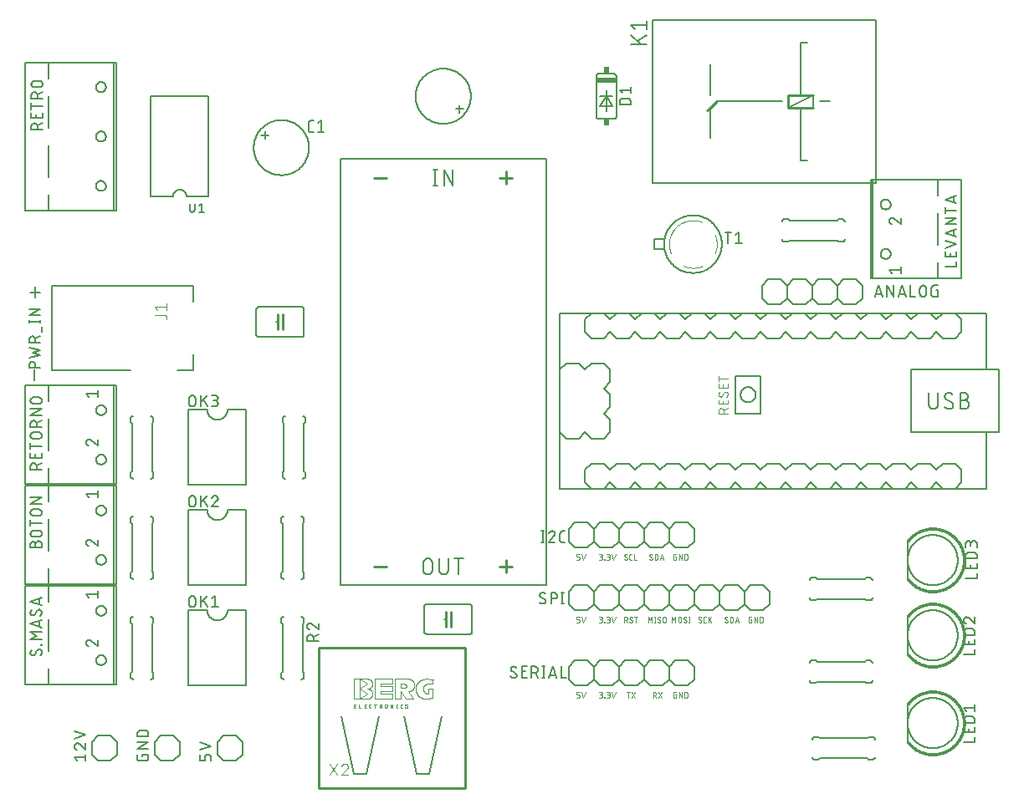
<source format=gbr>
G04 EAGLE Gerber X2 export*
%TF.Part,Single*%
%TF.FileFunction,Legend,Top,1*%
%TF.FilePolarity,Positive*%
%TF.GenerationSoftware,Autodesk,EAGLE,8.7.0*%
%TF.CreationDate,2018-11-07T22:53:50Z*%
G75*
%MOMM*%
%FSLAX34Y34*%
%LPD*%
%AMOC8*
5,1,8,0,0,1.08239X$1,22.5*%
G01*
%ADD10C,0.152400*%
%ADD11C,0.050800*%
%ADD12C,0.127000*%
%ADD13C,0.254000*%
%ADD14R,2.032000X0.508000*%
%ADD15R,0.508000X0.635000*%
%ADD16C,0.177800*%
%ADD17C,0.203200*%
%ADD18C,0.025400*%
%ADD19C,0.076200*%
%ADD20C,0.101600*%


D10*
X13462Y487144D02*
X24299Y487144D01*
X18881Y481725D02*
X18881Y492562D01*
X18316Y409109D02*
X18316Y398272D01*
D11*
X666637Y219258D02*
X667568Y219258D01*
X667568Y216154D01*
X665706Y216154D01*
X665636Y216156D01*
X665567Y216162D01*
X665498Y216172D01*
X665430Y216185D01*
X665362Y216203D01*
X665296Y216224D01*
X665231Y216249D01*
X665167Y216277D01*
X665105Y216309D01*
X665045Y216344D01*
X664987Y216383D01*
X664932Y216425D01*
X664878Y216470D01*
X664828Y216518D01*
X664780Y216568D01*
X664735Y216622D01*
X664693Y216677D01*
X664654Y216735D01*
X664619Y216795D01*
X664587Y216857D01*
X664559Y216921D01*
X664534Y216986D01*
X664513Y217052D01*
X664495Y217120D01*
X664482Y217188D01*
X664472Y217257D01*
X664466Y217326D01*
X664464Y217396D01*
X664464Y220500D01*
X664466Y220570D01*
X664472Y220639D01*
X664482Y220708D01*
X664495Y220776D01*
X664513Y220844D01*
X664534Y220910D01*
X664559Y220975D01*
X664587Y221039D01*
X664619Y221101D01*
X664654Y221161D01*
X664693Y221219D01*
X664735Y221274D01*
X664780Y221328D01*
X664828Y221378D01*
X664878Y221426D01*
X664932Y221471D01*
X664987Y221513D01*
X665045Y221552D01*
X665105Y221587D01*
X665167Y221619D01*
X665231Y221647D01*
X665296Y221672D01*
X665362Y221693D01*
X665430Y221711D01*
X665498Y221724D01*
X665567Y221734D01*
X665636Y221740D01*
X665706Y221742D01*
X667568Y221742D01*
X670316Y221742D02*
X670316Y216154D01*
X673421Y216154D02*
X670316Y221742D01*
X673421Y221742D02*
X673421Y216154D01*
X676168Y216154D02*
X676168Y221742D01*
X677720Y221742D01*
X677796Y221740D01*
X677872Y221735D01*
X677948Y221725D01*
X678023Y221712D01*
X678097Y221695D01*
X678171Y221675D01*
X678243Y221651D01*
X678314Y221624D01*
X678384Y221593D01*
X678452Y221559D01*
X678518Y221521D01*
X678582Y221480D01*
X678645Y221437D01*
X678705Y221390D01*
X678762Y221340D01*
X678817Y221287D01*
X678870Y221232D01*
X678920Y221175D01*
X678967Y221115D01*
X679010Y221052D01*
X679051Y220988D01*
X679089Y220922D01*
X679123Y220854D01*
X679154Y220784D01*
X679181Y220713D01*
X679205Y220640D01*
X679225Y220567D01*
X679242Y220493D01*
X679255Y220418D01*
X679265Y220342D01*
X679270Y220266D01*
X679272Y220190D01*
X679273Y220190D02*
X679273Y217706D01*
X679272Y217706D02*
X679270Y217627D01*
X679264Y217549D01*
X679254Y217471D01*
X679240Y217394D01*
X679222Y217317D01*
X679201Y217241D01*
X679175Y217167D01*
X679146Y217094D01*
X679113Y217023D01*
X679077Y216953D01*
X679037Y216885D01*
X678994Y216819D01*
X678947Y216756D01*
X678898Y216695D01*
X678845Y216637D01*
X678789Y216581D01*
X678731Y216528D01*
X678670Y216479D01*
X678607Y216432D01*
X678541Y216389D01*
X678473Y216349D01*
X678404Y216313D01*
X678332Y216280D01*
X678259Y216251D01*
X678185Y216225D01*
X678109Y216204D01*
X678032Y216186D01*
X677955Y216172D01*
X677877Y216162D01*
X677799Y216156D01*
X677720Y216154D01*
X676168Y216154D01*
X643439Y217396D02*
X643437Y217326D01*
X643431Y217257D01*
X643421Y217188D01*
X643408Y217120D01*
X643390Y217052D01*
X643369Y216986D01*
X643344Y216921D01*
X643316Y216857D01*
X643284Y216795D01*
X643249Y216735D01*
X643210Y216677D01*
X643168Y216622D01*
X643123Y216568D01*
X643075Y216518D01*
X643025Y216470D01*
X642971Y216425D01*
X642916Y216383D01*
X642858Y216344D01*
X642798Y216309D01*
X642736Y216277D01*
X642672Y216249D01*
X642607Y216224D01*
X642541Y216203D01*
X642473Y216185D01*
X642405Y216172D01*
X642336Y216162D01*
X642267Y216156D01*
X642197Y216154D01*
X642098Y216156D01*
X642000Y216161D01*
X641902Y216171D01*
X641804Y216184D01*
X641707Y216200D01*
X641610Y216220D01*
X641515Y216244D01*
X641420Y216272D01*
X641326Y216303D01*
X641234Y216337D01*
X641143Y216375D01*
X641053Y216416D01*
X640965Y216461D01*
X640879Y216509D01*
X640795Y216560D01*
X640713Y216614D01*
X640632Y216672D01*
X640554Y216732D01*
X640479Y216795D01*
X640405Y216861D01*
X640335Y216930D01*
X640489Y220500D02*
X640491Y220570D01*
X640497Y220639D01*
X640507Y220708D01*
X640520Y220776D01*
X640538Y220844D01*
X640559Y220910D01*
X640584Y220975D01*
X640612Y221039D01*
X640644Y221101D01*
X640679Y221161D01*
X640718Y221219D01*
X640760Y221274D01*
X640805Y221328D01*
X640853Y221378D01*
X640903Y221426D01*
X640957Y221471D01*
X641012Y221513D01*
X641070Y221552D01*
X641130Y221587D01*
X641192Y221619D01*
X641256Y221647D01*
X641321Y221672D01*
X641387Y221693D01*
X641455Y221711D01*
X641523Y221724D01*
X641592Y221734D01*
X641661Y221740D01*
X641731Y221742D01*
X641825Y221740D01*
X641918Y221734D01*
X642011Y221725D01*
X642104Y221712D01*
X642196Y221695D01*
X642287Y221675D01*
X642378Y221650D01*
X642467Y221623D01*
X642555Y221591D01*
X642642Y221556D01*
X642728Y221518D01*
X642811Y221476D01*
X642893Y221431D01*
X642974Y221383D01*
X643052Y221331D01*
X643128Y221276D01*
X641110Y219414D02*
X641051Y219450D01*
X640995Y219490D01*
X640941Y219533D01*
X640889Y219578D01*
X640840Y219627D01*
X640794Y219678D01*
X640751Y219731D01*
X640710Y219787D01*
X640673Y219845D01*
X640638Y219905D01*
X640608Y219966D01*
X640580Y220029D01*
X640556Y220094D01*
X640536Y220160D01*
X640519Y220227D01*
X640506Y220294D01*
X640497Y220362D01*
X640491Y220431D01*
X640489Y220500D01*
X642817Y218482D02*
X642876Y218446D01*
X642932Y218406D01*
X642986Y218363D01*
X643038Y218318D01*
X643087Y218269D01*
X643133Y218218D01*
X643176Y218165D01*
X643217Y218109D01*
X643254Y218051D01*
X643289Y217991D01*
X643319Y217930D01*
X643347Y217867D01*
X643371Y217802D01*
X643391Y217736D01*
X643408Y217669D01*
X643421Y217602D01*
X643430Y217534D01*
X643436Y217465D01*
X643438Y217396D01*
X642818Y218482D02*
X641110Y219414D01*
X645820Y221742D02*
X645820Y216154D01*
X645820Y221742D02*
X647373Y221742D01*
X647449Y221740D01*
X647525Y221735D01*
X647601Y221725D01*
X647676Y221712D01*
X647750Y221695D01*
X647824Y221675D01*
X647896Y221651D01*
X647967Y221624D01*
X648037Y221593D01*
X648105Y221559D01*
X648171Y221521D01*
X648235Y221480D01*
X648298Y221437D01*
X648358Y221390D01*
X648415Y221340D01*
X648470Y221287D01*
X648523Y221232D01*
X648573Y221175D01*
X648620Y221115D01*
X648663Y221052D01*
X648704Y220988D01*
X648742Y220922D01*
X648776Y220854D01*
X648807Y220784D01*
X648834Y220713D01*
X648858Y220640D01*
X648878Y220567D01*
X648895Y220493D01*
X648908Y220418D01*
X648918Y220342D01*
X648923Y220266D01*
X648925Y220190D01*
X648925Y217706D01*
X648923Y217627D01*
X648917Y217549D01*
X648907Y217471D01*
X648893Y217394D01*
X648875Y217317D01*
X648854Y217241D01*
X648828Y217167D01*
X648799Y217094D01*
X648766Y217023D01*
X648730Y216953D01*
X648690Y216885D01*
X648647Y216819D01*
X648600Y216756D01*
X648551Y216695D01*
X648498Y216637D01*
X648442Y216581D01*
X648384Y216528D01*
X648323Y216479D01*
X648260Y216432D01*
X648194Y216389D01*
X648126Y216349D01*
X648057Y216313D01*
X647985Y216280D01*
X647912Y216251D01*
X647838Y216225D01*
X647762Y216204D01*
X647685Y216186D01*
X647608Y216172D01*
X647530Y216162D01*
X647452Y216156D01*
X647373Y216154D01*
X645820Y216154D01*
X651179Y216154D02*
X653042Y221742D01*
X654905Y216154D01*
X654439Y217551D02*
X651645Y217551D01*
X618039Y217396D02*
X618037Y217326D01*
X618031Y217257D01*
X618021Y217188D01*
X618008Y217120D01*
X617990Y217052D01*
X617969Y216986D01*
X617944Y216921D01*
X617916Y216857D01*
X617884Y216795D01*
X617849Y216735D01*
X617810Y216677D01*
X617768Y216622D01*
X617723Y216568D01*
X617675Y216518D01*
X617625Y216470D01*
X617571Y216425D01*
X617516Y216383D01*
X617458Y216344D01*
X617398Y216309D01*
X617336Y216277D01*
X617272Y216249D01*
X617207Y216224D01*
X617141Y216203D01*
X617073Y216185D01*
X617005Y216172D01*
X616936Y216162D01*
X616867Y216156D01*
X616797Y216154D01*
X616698Y216156D01*
X616600Y216161D01*
X616502Y216171D01*
X616404Y216184D01*
X616307Y216200D01*
X616210Y216220D01*
X616115Y216244D01*
X616020Y216272D01*
X615926Y216303D01*
X615834Y216337D01*
X615743Y216375D01*
X615653Y216416D01*
X615565Y216461D01*
X615479Y216509D01*
X615395Y216560D01*
X615313Y216614D01*
X615232Y216672D01*
X615154Y216732D01*
X615079Y216795D01*
X615005Y216861D01*
X614935Y216930D01*
X615089Y220500D02*
X615091Y220570D01*
X615097Y220639D01*
X615107Y220708D01*
X615120Y220776D01*
X615138Y220844D01*
X615159Y220910D01*
X615184Y220975D01*
X615212Y221039D01*
X615244Y221101D01*
X615279Y221161D01*
X615318Y221219D01*
X615360Y221274D01*
X615405Y221328D01*
X615453Y221378D01*
X615503Y221426D01*
X615557Y221471D01*
X615612Y221513D01*
X615670Y221552D01*
X615730Y221587D01*
X615792Y221619D01*
X615856Y221647D01*
X615921Y221672D01*
X615987Y221693D01*
X616055Y221711D01*
X616123Y221724D01*
X616192Y221734D01*
X616261Y221740D01*
X616331Y221742D01*
X616425Y221740D01*
X616518Y221734D01*
X616611Y221725D01*
X616704Y221712D01*
X616796Y221695D01*
X616887Y221675D01*
X616978Y221650D01*
X617067Y221623D01*
X617155Y221591D01*
X617242Y221556D01*
X617328Y221518D01*
X617411Y221476D01*
X617493Y221431D01*
X617574Y221383D01*
X617652Y221331D01*
X617728Y221276D01*
X615710Y219414D02*
X615651Y219450D01*
X615595Y219490D01*
X615541Y219533D01*
X615489Y219578D01*
X615440Y219627D01*
X615394Y219678D01*
X615351Y219731D01*
X615310Y219787D01*
X615273Y219845D01*
X615238Y219905D01*
X615208Y219966D01*
X615180Y220029D01*
X615156Y220094D01*
X615136Y220160D01*
X615119Y220227D01*
X615106Y220294D01*
X615097Y220362D01*
X615091Y220431D01*
X615089Y220500D01*
X617417Y218482D02*
X617476Y218446D01*
X617532Y218406D01*
X617586Y218363D01*
X617638Y218318D01*
X617687Y218269D01*
X617733Y218218D01*
X617776Y218165D01*
X617817Y218109D01*
X617854Y218051D01*
X617889Y217991D01*
X617919Y217930D01*
X617947Y217867D01*
X617971Y217802D01*
X617991Y217736D01*
X618008Y217669D01*
X618021Y217602D01*
X618030Y217534D01*
X618036Y217465D01*
X618038Y217396D01*
X617418Y218482D02*
X615710Y219414D01*
X621463Y216154D02*
X622705Y216154D01*
X621463Y216154D02*
X621393Y216156D01*
X621324Y216162D01*
X621255Y216172D01*
X621187Y216185D01*
X621119Y216203D01*
X621053Y216224D01*
X620988Y216249D01*
X620924Y216277D01*
X620862Y216309D01*
X620802Y216344D01*
X620744Y216383D01*
X620689Y216425D01*
X620635Y216470D01*
X620585Y216518D01*
X620537Y216568D01*
X620492Y216622D01*
X620450Y216677D01*
X620411Y216735D01*
X620376Y216795D01*
X620344Y216857D01*
X620316Y216921D01*
X620291Y216986D01*
X620270Y217052D01*
X620252Y217120D01*
X620239Y217188D01*
X620229Y217257D01*
X620223Y217326D01*
X620221Y217396D01*
X620221Y220500D01*
X620223Y220570D01*
X620229Y220639D01*
X620239Y220708D01*
X620252Y220776D01*
X620270Y220844D01*
X620291Y220910D01*
X620316Y220975D01*
X620344Y221039D01*
X620376Y221101D01*
X620411Y221161D01*
X620450Y221219D01*
X620492Y221274D01*
X620537Y221328D01*
X620585Y221378D01*
X620635Y221426D01*
X620689Y221471D01*
X620744Y221513D01*
X620802Y221552D01*
X620862Y221587D01*
X620924Y221619D01*
X620988Y221647D01*
X621053Y221672D01*
X621119Y221693D01*
X621187Y221711D01*
X621255Y221724D01*
X621324Y221734D01*
X621393Y221740D01*
X621463Y221742D01*
X622705Y221742D01*
X625003Y221742D02*
X625003Y216154D01*
X627487Y216154D01*
X591086Y216154D02*
X589534Y216154D01*
X591086Y216154D02*
X591163Y216156D01*
X591241Y216162D01*
X591317Y216171D01*
X591394Y216185D01*
X591469Y216202D01*
X591543Y216223D01*
X591617Y216248D01*
X591689Y216276D01*
X591759Y216308D01*
X591828Y216343D01*
X591895Y216382D01*
X591960Y216424D01*
X592023Y216469D01*
X592084Y216517D01*
X592142Y216568D01*
X592197Y216622D01*
X592250Y216679D01*
X592299Y216738D01*
X592346Y216800D01*
X592390Y216864D01*
X592430Y216930D01*
X592467Y216998D01*
X592501Y217068D01*
X592531Y217139D01*
X592557Y217212D01*
X592580Y217286D01*
X592599Y217361D01*
X592614Y217436D01*
X592626Y217513D01*
X592634Y217590D01*
X592638Y217667D01*
X592638Y217745D01*
X592634Y217822D01*
X592626Y217899D01*
X592614Y217976D01*
X592599Y218051D01*
X592580Y218126D01*
X592557Y218200D01*
X592531Y218273D01*
X592501Y218344D01*
X592467Y218414D01*
X592430Y218482D01*
X592390Y218548D01*
X592346Y218612D01*
X592299Y218674D01*
X592250Y218733D01*
X592197Y218790D01*
X592142Y218844D01*
X592084Y218895D01*
X592023Y218943D01*
X591960Y218988D01*
X591895Y219030D01*
X591828Y219069D01*
X591759Y219104D01*
X591689Y219136D01*
X591617Y219164D01*
X591543Y219189D01*
X591469Y219210D01*
X591394Y219227D01*
X591317Y219241D01*
X591241Y219250D01*
X591163Y219256D01*
X591086Y219258D01*
X591397Y221742D02*
X589534Y221742D01*
X591397Y221742D02*
X591467Y221740D01*
X591536Y221734D01*
X591605Y221724D01*
X591673Y221711D01*
X591741Y221693D01*
X591807Y221672D01*
X591872Y221647D01*
X591936Y221619D01*
X591998Y221587D01*
X592058Y221552D01*
X592116Y221513D01*
X592171Y221471D01*
X592225Y221426D01*
X592275Y221378D01*
X592323Y221328D01*
X592368Y221274D01*
X592410Y221219D01*
X592449Y221161D01*
X592484Y221101D01*
X592516Y221039D01*
X592544Y220975D01*
X592569Y220910D01*
X592590Y220844D01*
X592608Y220776D01*
X592621Y220708D01*
X592631Y220639D01*
X592637Y220570D01*
X592639Y220500D01*
X592637Y220430D01*
X592631Y220361D01*
X592621Y220292D01*
X592608Y220224D01*
X592590Y220156D01*
X592569Y220090D01*
X592544Y220025D01*
X592516Y219961D01*
X592484Y219899D01*
X592449Y219839D01*
X592410Y219781D01*
X592368Y219726D01*
X592323Y219672D01*
X592275Y219622D01*
X592225Y219574D01*
X592171Y219529D01*
X592116Y219487D01*
X592058Y219448D01*
X591998Y219413D01*
X591936Y219381D01*
X591872Y219353D01*
X591807Y219328D01*
X591741Y219307D01*
X591673Y219289D01*
X591605Y219276D01*
X591536Y219266D01*
X591467Y219260D01*
X591397Y219258D01*
X590155Y219258D01*
X594771Y216464D02*
X594771Y216154D01*
X594771Y216464D02*
X595082Y216464D01*
X595082Y216154D01*
X594771Y216154D01*
X597215Y216154D02*
X598767Y216154D01*
X598844Y216156D01*
X598922Y216162D01*
X598998Y216171D01*
X599075Y216185D01*
X599150Y216202D01*
X599224Y216223D01*
X599298Y216248D01*
X599370Y216276D01*
X599440Y216308D01*
X599509Y216343D01*
X599576Y216382D01*
X599641Y216424D01*
X599704Y216469D01*
X599765Y216517D01*
X599823Y216568D01*
X599878Y216622D01*
X599931Y216679D01*
X599980Y216738D01*
X600027Y216800D01*
X600071Y216864D01*
X600111Y216930D01*
X600148Y216998D01*
X600182Y217068D01*
X600212Y217139D01*
X600238Y217212D01*
X600261Y217286D01*
X600280Y217361D01*
X600295Y217436D01*
X600307Y217513D01*
X600315Y217590D01*
X600319Y217667D01*
X600319Y217745D01*
X600315Y217822D01*
X600307Y217899D01*
X600295Y217976D01*
X600280Y218051D01*
X600261Y218126D01*
X600238Y218200D01*
X600212Y218273D01*
X600182Y218344D01*
X600148Y218414D01*
X600111Y218482D01*
X600071Y218548D01*
X600027Y218612D01*
X599980Y218674D01*
X599931Y218733D01*
X599878Y218790D01*
X599823Y218844D01*
X599765Y218895D01*
X599704Y218943D01*
X599641Y218988D01*
X599576Y219030D01*
X599509Y219069D01*
X599440Y219104D01*
X599370Y219136D01*
X599298Y219164D01*
X599224Y219189D01*
X599150Y219210D01*
X599075Y219227D01*
X598998Y219241D01*
X598922Y219250D01*
X598844Y219256D01*
X598767Y219258D01*
X599078Y221742D02*
X597215Y221742D01*
X599078Y221742D02*
X599148Y221740D01*
X599217Y221734D01*
X599286Y221724D01*
X599354Y221711D01*
X599422Y221693D01*
X599488Y221672D01*
X599553Y221647D01*
X599617Y221619D01*
X599679Y221587D01*
X599739Y221552D01*
X599797Y221513D01*
X599852Y221471D01*
X599906Y221426D01*
X599956Y221378D01*
X600004Y221328D01*
X600049Y221274D01*
X600091Y221219D01*
X600130Y221161D01*
X600165Y221101D01*
X600197Y221039D01*
X600225Y220975D01*
X600250Y220910D01*
X600271Y220844D01*
X600289Y220776D01*
X600302Y220708D01*
X600312Y220639D01*
X600318Y220570D01*
X600320Y220500D01*
X600318Y220430D01*
X600312Y220361D01*
X600302Y220292D01*
X600289Y220224D01*
X600271Y220156D01*
X600250Y220090D01*
X600225Y220025D01*
X600197Y219961D01*
X600165Y219899D01*
X600130Y219839D01*
X600091Y219781D01*
X600049Y219726D01*
X600004Y219672D01*
X599956Y219622D01*
X599906Y219574D01*
X599852Y219529D01*
X599797Y219487D01*
X599739Y219448D01*
X599679Y219413D01*
X599617Y219381D01*
X599553Y219353D01*
X599488Y219328D01*
X599422Y219307D01*
X599354Y219289D01*
X599286Y219276D01*
X599217Y219266D01*
X599148Y219260D01*
X599078Y219258D01*
X597836Y219258D01*
X602391Y221742D02*
X604253Y216154D01*
X606116Y221742D01*
X568537Y216154D02*
X566674Y216154D01*
X568537Y216154D02*
X568607Y216156D01*
X568676Y216162D01*
X568745Y216172D01*
X568813Y216185D01*
X568881Y216203D01*
X568947Y216224D01*
X569012Y216249D01*
X569076Y216277D01*
X569138Y216309D01*
X569198Y216344D01*
X569256Y216383D01*
X569311Y216425D01*
X569365Y216470D01*
X569415Y216518D01*
X569463Y216568D01*
X569508Y216622D01*
X569550Y216677D01*
X569589Y216735D01*
X569624Y216795D01*
X569656Y216857D01*
X569684Y216921D01*
X569709Y216986D01*
X569730Y217052D01*
X569748Y217120D01*
X569761Y217188D01*
X569771Y217257D01*
X569777Y217326D01*
X569779Y217396D01*
X569778Y217396D02*
X569778Y218017D01*
X569779Y218017D02*
X569777Y218087D01*
X569771Y218156D01*
X569761Y218225D01*
X569748Y218293D01*
X569730Y218361D01*
X569709Y218427D01*
X569684Y218492D01*
X569656Y218556D01*
X569624Y218618D01*
X569589Y218678D01*
X569550Y218736D01*
X569508Y218791D01*
X569463Y218845D01*
X569415Y218895D01*
X569365Y218943D01*
X569311Y218988D01*
X569256Y219030D01*
X569198Y219069D01*
X569138Y219104D01*
X569076Y219136D01*
X569012Y219164D01*
X568947Y219189D01*
X568881Y219210D01*
X568813Y219228D01*
X568745Y219241D01*
X568676Y219251D01*
X568607Y219257D01*
X568537Y219259D01*
X568537Y219258D02*
X566674Y219258D01*
X566674Y221742D01*
X569778Y221742D01*
X571850Y221742D02*
X573713Y216154D01*
X575575Y221742D01*
X568537Y152654D02*
X566674Y152654D01*
X568537Y152654D02*
X568607Y152656D01*
X568676Y152662D01*
X568745Y152672D01*
X568813Y152685D01*
X568881Y152703D01*
X568947Y152724D01*
X569012Y152749D01*
X569076Y152777D01*
X569138Y152809D01*
X569198Y152844D01*
X569256Y152883D01*
X569311Y152925D01*
X569365Y152970D01*
X569415Y153018D01*
X569463Y153068D01*
X569508Y153122D01*
X569550Y153177D01*
X569589Y153235D01*
X569624Y153295D01*
X569656Y153357D01*
X569684Y153421D01*
X569709Y153486D01*
X569730Y153552D01*
X569748Y153620D01*
X569761Y153688D01*
X569771Y153757D01*
X569777Y153826D01*
X569779Y153896D01*
X569778Y153896D02*
X569778Y154517D01*
X569779Y154517D02*
X569777Y154587D01*
X569771Y154656D01*
X569761Y154725D01*
X569748Y154793D01*
X569730Y154861D01*
X569709Y154927D01*
X569684Y154992D01*
X569656Y155056D01*
X569624Y155118D01*
X569589Y155178D01*
X569550Y155236D01*
X569508Y155291D01*
X569463Y155345D01*
X569415Y155395D01*
X569365Y155443D01*
X569311Y155488D01*
X569256Y155530D01*
X569198Y155569D01*
X569138Y155604D01*
X569076Y155636D01*
X569012Y155664D01*
X568947Y155689D01*
X568881Y155710D01*
X568813Y155728D01*
X568745Y155741D01*
X568676Y155751D01*
X568607Y155757D01*
X568537Y155759D01*
X568537Y155758D02*
X566674Y155758D01*
X566674Y158242D01*
X569778Y158242D01*
X571850Y158242D02*
X573713Y152654D01*
X575575Y158242D01*
X589534Y152654D02*
X591086Y152654D01*
X591163Y152656D01*
X591241Y152662D01*
X591317Y152671D01*
X591394Y152685D01*
X591469Y152702D01*
X591543Y152723D01*
X591617Y152748D01*
X591689Y152776D01*
X591759Y152808D01*
X591828Y152843D01*
X591895Y152882D01*
X591960Y152924D01*
X592023Y152969D01*
X592084Y153017D01*
X592142Y153068D01*
X592197Y153122D01*
X592250Y153179D01*
X592299Y153238D01*
X592346Y153300D01*
X592390Y153364D01*
X592430Y153430D01*
X592467Y153498D01*
X592501Y153568D01*
X592531Y153639D01*
X592557Y153712D01*
X592580Y153786D01*
X592599Y153861D01*
X592614Y153936D01*
X592626Y154013D01*
X592634Y154090D01*
X592638Y154167D01*
X592638Y154245D01*
X592634Y154322D01*
X592626Y154399D01*
X592614Y154476D01*
X592599Y154551D01*
X592580Y154626D01*
X592557Y154700D01*
X592531Y154773D01*
X592501Y154844D01*
X592467Y154914D01*
X592430Y154982D01*
X592390Y155048D01*
X592346Y155112D01*
X592299Y155174D01*
X592250Y155233D01*
X592197Y155290D01*
X592142Y155344D01*
X592084Y155395D01*
X592023Y155443D01*
X591960Y155488D01*
X591895Y155530D01*
X591828Y155569D01*
X591759Y155604D01*
X591689Y155636D01*
X591617Y155664D01*
X591543Y155689D01*
X591469Y155710D01*
X591394Y155727D01*
X591317Y155741D01*
X591241Y155750D01*
X591163Y155756D01*
X591086Y155758D01*
X591397Y158242D02*
X589534Y158242D01*
X591397Y158242D02*
X591467Y158240D01*
X591536Y158234D01*
X591605Y158224D01*
X591673Y158211D01*
X591741Y158193D01*
X591807Y158172D01*
X591872Y158147D01*
X591936Y158119D01*
X591998Y158087D01*
X592058Y158052D01*
X592116Y158013D01*
X592171Y157971D01*
X592225Y157926D01*
X592275Y157878D01*
X592323Y157828D01*
X592368Y157774D01*
X592410Y157719D01*
X592449Y157661D01*
X592484Y157601D01*
X592516Y157539D01*
X592544Y157475D01*
X592569Y157410D01*
X592590Y157344D01*
X592608Y157276D01*
X592621Y157208D01*
X592631Y157139D01*
X592637Y157070D01*
X592639Y157000D01*
X592637Y156930D01*
X592631Y156861D01*
X592621Y156792D01*
X592608Y156724D01*
X592590Y156656D01*
X592569Y156590D01*
X592544Y156525D01*
X592516Y156461D01*
X592484Y156399D01*
X592449Y156339D01*
X592410Y156281D01*
X592368Y156226D01*
X592323Y156172D01*
X592275Y156122D01*
X592225Y156074D01*
X592171Y156029D01*
X592116Y155987D01*
X592058Y155948D01*
X591998Y155913D01*
X591936Y155881D01*
X591872Y155853D01*
X591807Y155828D01*
X591741Y155807D01*
X591673Y155789D01*
X591605Y155776D01*
X591536Y155766D01*
X591467Y155760D01*
X591397Y155758D01*
X590155Y155758D01*
X594771Y152964D02*
X594771Y152654D01*
X594771Y152964D02*
X595082Y152964D01*
X595082Y152654D01*
X594771Y152654D01*
X597215Y152654D02*
X598767Y152654D01*
X598844Y152656D01*
X598922Y152662D01*
X598998Y152671D01*
X599075Y152685D01*
X599150Y152702D01*
X599224Y152723D01*
X599298Y152748D01*
X599370Y152776D01*
X599440Y152808D01*
X599509Y152843D01*
X599576Y152882D01*
X599641Y152924D01*
X599704Y152969D01*
X599765Y153017D01*
X599823Y153068D01*
X599878Y153122D01*
X599931Y153179D01*
X599980Y153238D01*
X600027Y153300D01*
X600071Y153364D01*
X600111Y153430D01*
X600148Y153498D01*
X600182Y153568D01*
X600212Y153639D01*
X600238Y153712D01*
X600261Y153786D01*
X600280Y153861D01*
X600295Y153936D01*
X600307Y154013D01*
X600315Y154090D01*
X600319Y154167D01*
X600319Y154245D01*
X600315Y154322D01*
X600307Y154399D01*
X600295Y154476D01*
X600280Y154551D01*
X600261Y154626D01*
X600238Y154700D01*
X600212Y154773D01*
X600182Y154844D01*
X600148Y154914D01*
X600111Y154982D01*
X600071Y155048D01*
X600027Y155112D01*
X599980Y155174D01*
X599931Y155233D01*
X599878Y155290D01*
X599823Y155344D01*
X599765Y155395D01*
X599704Y155443D01*
X599641Y155488D01*
X599576Y155530D01*
X599509Y155569D01*
X599440Y155604D01*
X599370Y155636D01*
X599298Y155664D01*
X599224Y155689D01*
X599150Y155710D01*
X599075Y155727D01*
X598998Y155741D01*
X598922Y155750D01*
X598844Y155756D01*
X598767Y155758D01*
X599078Y158242D02*
X597215Y158242D01*
X599078Y158242D02*
X599148Y158240D01*
X599217Y158234D01*
X599286Y158224D01*
X599354Y158211D01*
X599422Y158193D01*
X599488Y158172D01*
X599553Y158147D01*
X599617Y158119D01*
X599679Y158087D01*
X599739Y158052D01*
X599797Y158013D01*
X599852Y157971D01*
X599906Y157926D01*
X599956Y157878D01*
X600004Y157828D01*
X600049Y157774D01*
X600091Y157719D01*
X600130Y157661D01*
X600165Y157601D01*
X600197Y157539D01*
X600225Y157475D01*
X600250Y157410D01*
X600271Y157344D01*
X600289Y157276D01*
X600302Y157208D01*
X600312Y157139D01*
X600318Y157070D01*
X600320Y157000D01*
X600318Y156930D01*
X600312Y156861D01*
X600302Y156792D01*
X600289Y156724D01*
X600271Y156656D01*
X600250Y156590D01*
X600225Y156525D01*
X600197Y156461D01*
X600165Y156399D01*
X600130Y156339D01*
X600091Y156281D01*
X600049Y156226D01*
X600004Y156172D01*
X599956Y156122D01*
X599906Y156074D01*
X599852Y156029D01*
X599797Y155987D01*
X599739Y155948D01*
X599679Y155913D01*
X599617Y155881D01*
X599553Y155853D01*
X599488Y155828D01*
X599422Y155807D01*
X599354Y155789D01*
X599286Y155776D01*
X599217Y155766D01*
X599148Y155760D01*
X599078Y155758D01*
X597836Y155758D01*
X602391Y158242D02*
X604253Y152654D01*
X606116Y158242D01*
X614934Y158242D02*
X614934Y152654D01*
X614934Y158242D02*
X616486Y158242D01*
X616563Y158240D01*
X616641Y158234D01*
X616717Y158225D01*
X616794Y158211D01*
X616869Y158194D01*
X616943Y158173D01*
X617017Y158148D01*
X617089Y158120D01*
X617159Y158088D01*
X617228Y158053D01*
X617295Y158014D01*
X617360Y157972D01*
X617423Y157927D01*
X617484Y157879D01*
X617542Y157828D01*
X617597Y157774D01*
X617650Y157717D01*
X617699Y157658D01*
X617746Y157596D01*
X617790Y157532D01*
X617830Y157466D01*
X617867Y157398D01*
X617901Y157328D01*
X617931Y157257D01*
X617957Y157184D01*
X617980Y157110D01*
X617999Y157035D01*
X618014Y156960D01*
X618026Y156883D01*
X618034Y156806D01*
X618038Y156729D01*
X618038Y156651D01*
X618034Y156574D01*
X618026Y156497D01*
X618014Y156420D01*
X617999Y156345D01*
X617980Y156270D01*
X617957Y156196D01*
X617931Y156123D01*
X617901Y156052D01*
X617867Y155982D01*
X617830Y155914D01*
X617790Y155848D01*
X617746Y155784D01*
X617699Y155722D01*
X617650Y155663D01*
X617597Y155606D01*
X617542Y155552D01*
X617484Y155501D01*
X617423Y155453D01*
X617360Y155408D01*
X617295Y155366D01*
X617228Y155327D01*
X617159Y155292D01*
X617089Y155260D01*
X617017Y155232D01*
X616943Y155207D01*
X616869Y155186D01*
X616794Y155169D01*
X616717Y155155D01*
X616641Y155146D01*
X616563Y155140D01*
X616486Y155138D01*
X614934Y155138D01*
X616797Y155138D02*
X618038Y152654D01*
X622064Y152654D02*
X622134Y152656D01*
X622203Y152662D01*
X622272Y152672D01*
X622340Y152685D01*
X622408Y152703D01*
X622474Y152724D01*
X622539Y152749D01*
X622603Y152777D01*
X622665Y152809D01*
X622725Y152844D01*
X622783Y152883D01*
X622838Y152925D01*
X622892Y152970D01*
X622942Y153018D01*
X622990Y153068D01*
X623035Y153122D01*
X623077Y153177D01*
X623116Y153235D01*
X623151Y153295D01*
X623183Y153357D01*
X623211Y153421D01*
X623236Y153486D01*
X623257Y153552D01*
X623275Y153620D01*
X623288Y153688D01*
X623298Y153757D01*
X623304Y153826D01*
X623306Y153896D01*
X622064Y152654D02*
X621965Y152656D01*
X621867Y152661D01*
X621769Y152671D01*
X621671Y152684D01*
X621574Y152700D01*
X621477Y152720D01*
X621382Y152744D01*
X621287Y152772D01*
X621193Y152803D01*
X621101Y152837D01*
X621010Y152875D01*
X620920Y152916D01*
X620832Y152961D01*
X620746Y153009D01*
X620662Y153060D01*
X620580Y153114D01*
X620499Y153172D01*
X620421Y153232D01*
X620346Y153295D01*
X620272Y153361D01*
X620202Y153430D01*
X620356Y157000D02*
X620358Y157070D01*
X620364Y157139D01*
X620374Y157208D01*
X620387Y157276D01*
X620405Y157344D01*
X620426Y157410D01*
X620451Y157475D01*
X620479Y157539D01*
X620511Y157601D01*
X620546Y157661D01*
X620585Y157719D01*
X620627Y157774D01*
X620672Y157828D01*
X620720Y157878D01*
X620770Y157926D01*
X620824Y157971D01*
X620879Y158013D01*
X620937Y158052D01*
X620997Y158087D01*
X621059Y158119D01*
X621123Y158147D01*
X621188Y158172D01*
X621254Y158193D01*
X621322Y158211D01*
X621390Y158224D01*
X621459Y158234D01*
X621528Y158240D01*
X621598Y158242D01*
X621692Y158240D01*
X621785Y158234D01*
X621878Y158225D01*
X621971Y158212D01*
X622063Y158195D01*
X622154Y158175D01*
X622245Y158150D01*
X622334Y158123D01*
X622422Y158091D01*
X622509Y158056D01*
X622595Y158018D01*
X622678Y157976D01*
X622760Y157931D01*
X622841Y157883D01*
X622919Y157831D01*
X622995Y157776D01*
X620978Y155914D02*
X620919Y155950D01*
X620863Y155990D01*
X620809Y156033D01*
X620757Y156078D01*
X620708Y156127D01*
X620662Y156178D01*
X620619Y156231D01*
X620578Y156287D01*
X620541Y156345D01*
X620506Y156405D01*
X620476Y156466D01*
X620448Y156529D01*
X620424Y156594D01*
X620404Y156660D01*
X620387Y156727D01*
X620374Y156794D01*
X620365Y156862D01*
X620359Y156931D01*
X620357Y157000D01*
X622685Y154982D02*
X622744Y154946D01*
X622800Y154906D01*
X622854Y154863D01*
X622906Y154818D01*
X622955Y154769D01*
X623001Y154718D01*
X623044Y154665D01*
X623085Y154609D01*
X623122Y154551D01*
X623157Y154491D01*
X623187Y154430D01*
X623215Y154367D01*
X623239Y154302D01*
X623259Y154236D01*
X623276Y154169D01*
X623289Y154102D01*
X623298Y154034D01*
X623304Y153965D01*
X623306Y153896D01*
X622685Y154982D02*
X620978Y155914D01*
X626691Y158242D02*
X626691Y152654D01*
X625139Y158242D02*
X628244Y158242D01*
X639064Y158242D02*
X639064Y152654D01*
X640927Y155138D02*
X639064Y158242D01*
X640927Y155138D02*
X642789Y158242D01*
X642789Y152654D01*
X645864Y152654D02*
X645864Y158242D01*
X645244Y152654D02*
X646485Y152654D01*
X646485Y158242D02*
X645244Y158242D01*
X650381Y152654D02*
X650451Y152656D01*
X650520Y152662D01*
X650589Y152672D01*
X650657Y152685D01*
X650725Y152703D01*
X650791Y152724D01*
X650856Y152749D01*
X650920Y152777D01*
X650982Y152809D01*
X651042Y152844D01*
X651100Y152883D01*
X651155Y152925D01*
X651209Y152970D01*
X651259Y153018D01*
X651307Y153068D01*
X651352Y153122D01*
X651394Y153177D01*
X651433Y153235D01*
X651468Y153295D01*
X651500Y153357D01*
X651528Y153421D01*
X651553Y153486D01*
X651574Y153552D01*
X651592Y153620D01*
X651605Y153688D01*
X651615Y153757D01*
X651621Y153826D01*
X651623Y153896D01*
X650381Y152654D02*
X650282Y152656D01*
X650184Y152661D01*
X650086Y152671D01*
X649988Y152684D01*
X649891Y152700D01*
X649794Y152720D01*
X649699Y152744D01*
X649604Y152772D01*
X649510Y152803D01*
X649418Y152837D01*
X649327Y152875D01*
X649237Y152916D01*
X649149Y152961D01*
X649063Y153009D01*
X648979Y153060D01*
X648897Y153114D01*
X648816Y153172D01*
X648738Y153232D01*
X648663Y153295D01*
X648589Y153361D01*
X648519Y153430D01*
X648673Y157000D02*
X648675Y157070D01*
X648681Y157139D01*
X648691Y157208D01*
X648704Y157276D01*
X648722Y157344D01*
X648743Y157410D01*
X648768Y157475D01*
X648796Y157539D01*
X648828Y157601D01*
X648863Y157661D01*
X648902Y157719D01*
X648944Y157774D01*
X648989Y157828D01*
X649037Y157878D01*
X649087Y157926D01*
X649141Y157971D01*
X649196Y158013D01*
X649254Y158052D01*
X649314Y158087D01*
X649376Y158119D01*
X649440Y158147D01*
X649505Y158172D01*
X649571Y158193D01*
X649639Y158211D01*
X649707Y158224D01*
X649776Y158234D01*
X649845Y158240D01*
X649915Y158242D01*
X650009Y158240D01*
X650102Y158234D01*
X650195Y158225D01*
X650288Y158212D01*
X650380Y158195D01*
X650471Y158175D01*
X650562Y158150D01*
X650651Y158123D01*
X650739Y158091D01*
X650826Y158056D01*
X650912Y158018D01*
X650995Y157976D01*
X651077Y157931D01*
X651158Y157883D01*
X651236Y157831D01*
X651312Y157776D01*
X649295Y155914D02*
X649236Y155950D01*
X649180Y155990D01*
X649126Y156033D01*
X649074Y156078D01*
X649025Y156127D01*
X648979Y156178D01*
X648936Y156231D01*
X648895Y156287D01*
X648858Y156345D01*
X648823Y156405D01*
X648793Y156466D01*
X648765Y156529D01*
X648741Y156594D01*
X648721Y156660D01*
X648704Y156727D01*
X648691Y156794D01*
X648682Y156862D01*
X648676Y156931D01*
X648674Y157000D01*
X651002Y154982D02*
X651061Y154946D01*
X651117Y154906D01*
X651171Y154863D01*
X651223Y154818D01*
X651272Y154769D01*
X651318Y154718D01*
X651361Y154665D01*
X651402Y154609D01*
X651439Y154551D01*
X651474Y154491D01*
X651504Y154430D01*
X651532Y154367D01*
X651556Y154302D01*
X651576Y154236D01*
X651593Y154169D01*
X651606Y154102D01*
X651615Y154034D01*
X651621Y153965D01*
X651623Y153896D01*
X651002Y154982D02*
X649295Y155914D01*
X653822Y156690D02*
X653822Y154206D01*
X653822Y156690D02*
X653824Y156767D01*
X653830Y156845D01*
X653839Y156921D01*
X653853Y156998D01*
X653870Y157073D01*
X653891Y157147D01*
X653916Y157221D01*
X653944Y157293D01*
X653976Y157363D01*
X654011Y157432D01*
X654050Y157499D01*
X654092Y157564D01*
X654137Y157627D01*
X654185Y157688D01*
X654236Y157746D01*
X654290Y157801D01*
X654347Y157854D01*
X654406Y157903D01*
X654468Y157950D01*
X654532Y157994D01*
X654598Y158034D01*
X654666Y158071D01*
X654736Y158105D01*
X654807Y158135D01*
X654880Y158161D01*
X654954Y158184D01*
X655029Y158203D01*
X655104Y158218D01*
X655181Y158230D01*
X655258Y158238D01*
X655335Y158242D01*
X655413Y158242D01*
X655490Y158238D01*
X655567Y158230D01*
X655644Y158218D01*
X655719Y158203D01*
X655794Y158184D01*
X655868Y158161D01*
X655941Y158135D01*
X656012Y158105D01*
X656082Y158071D01*
X656150Y158034D01*
X656216Y157994D01*
X656280Y157950D01*
X656342Y157903D01*
X656401Y157854D01*
X656458Y157801D01*
X656512Y157746D01*
X656563Y157688D01*
X656611Y157627D01*
X656656Y157564D01*
X656698Y157499D01*
X656737Y157432D01*
X656772Y157363D01*
X656804Y157293D01*
X656832Y157221D01*
X656857Y157147D01*
X656878Y157073D01*
X656895Y156998D01*
X656909Y156921D01*
X656918Y156845D01*
X656924Y156767D01*
X656926Y156690D01*
X656926Y154206D01*
X656924Y154129D01*
X656918Y154051D01*
X656909Y153975D01*
X656895Y153898D01*
X656878Y153823D01*
X656857Y153749D01*
X656832Y153675D01*
X656804Y153603D01*
X656772Y153533D01*
X656737Y153464D01*
X656698Y153397D01*
X656656Y153332D01*
X656611Y153269D01*
X656563Y153208D01*
X656512Y153150D01*
X656458Y153095D01*
X656401Y153042D01*
X656342Y152993D01*
X656280Y152946D01*
X656216Y152902D01*
X656150Y152862D01*
X656082Y152825D01*
X656012Y152791D01*
X655941Y152761D01*
X655868Y152735D01*
X655794Y152712D01*
X655719Y152693D01*
X655644Y152678D01*
X655567Y152666D01*
X655490Y152658D01*
X655413Y152654D01*
X655335Y152654D01*
X655258Y152658D01*
X655181Y152666D01*
X655104Y152678D01*
X655029Y152693D01*
X654954Y152712D01*
X654880Y152735D01*
X654807Y152761D01*
X654736Y152791D01*
X654666Y152825D01*
X654598Y152862D01*
X654532Y152902D01*
X654468Y152946D01*
X654406Y152993D01*
X654347Y153042D01*
X654290Y153095D01*
X654236Y153150D01*
X654185Y153208D01*
X654137Y153269D01*
X654092Y153332D01*
X654050Y153397D01*
X654011Y153464D01*
X653976Y153533D01*
X653944Y153603D01*
X653916Y153675D01*
X653891Y153749D01*
X653870Y153823D01*
X653853Y153898D01*
X653839Y153975D01*
X653830Y154051D01*
X653824Y154129D01*
X653822Y154206D01*
X663194Y152654D02*
X663194Y158242D01*
X665057Y155138D01*
X666919Y158242D01*
X666919Y152654D01*
X669539Y154206D02*
X669539Y156690D01*
X669540Y156690D02*
X669542Y156767D01*
X669548Y156845D01*
X669557Y156921D01*
X669571Y156998D01*
X669588Y157073D01*
X669609Y157147D01*
X669634Y157221D01*
X669662Y157293D01*
X669694Y157363D01*
X669729Y157432D01*
X669768Y157499D01*
X669810Y157564D01*
X669855Y157627D01*
X669903Y157688D01*
X669954Y157746D01*
X670008Y157801D01*
X670065Y157854D01*
X670124Y157903D01*
X670186Y157950D01*
X670250Y157994D01*
X670316Y158034D01*
X670384Y158071D01*
X670454Y158105D01*
X670525Y158135D01*
X670598Y158161D01*
X670672Y158184D01*
X670747Y158203D01*
X670822Y158218D01*
X670899Y158230D01*
X670976Y158238D01*
X671053Y158242D01*
X671131Y158242D01*
X671208Y158238D01*
X671285Y158230D01*
X671362Y158218D01*
X671437Y158203D01*
X671512Y158184D01*
X671586Y158161D01*
X671659Y158135D01*
X671730Y158105D01*
X671800Y158071D01*
X671868Y158034D01*
X671934Y157994D01*
X671998Y157950D01*
X672060Y157903D01*
X672119Y157854D01*
X672176Y157801D01*
X672230Y157746D01*
X672281Y157688D01*
X672329Y157627D01*
X672374Y157564D01*
X672416Y157499D01*
X672455Y157432D01*
X672490Y157363D01*
X672522Y157293D01*
X672550Y157221D01*
X672575Y157147D01*
X672596Y157073D01*
X672613Y156998D01*
X672627Y156921D01*
X672636Y156845D01*
X672642Y156767D01*
X672644Y156690D01*
X672644Y154206D01*
X672642Y154129D01*
X672636Y154051D01*
X672627Y153975D01*
X672613Y153898D01*
X672596Y153823D01*
X672575Y153749D01*
X672550Y153675D01*
X672522Y153603D01*
X672490Y153533D01*
X672455Y153464D01*
X672416Y153397D01*
X672374Y153332D01*
X672329Y153269D01*
X672281Y153208D01*
X672230Y153150D01*
X672176Y153095D01*
X672119Y153042D01*
X672060Y152993D01*
X671998Y152946D01*
X671934Y152902D01*
X671868Y152862D01*
X671800Y152825D01*
X671730Y152791D01*
X671659Y152761D01*
X671586Y152735D01*
X671512Y152712D01*
X671437Y152693D01*
X671362Y152678D01*
X671285Y152666D01*
X671208Y152658D01*
X671131Y152654D01*
X671053Y152654D01*
X670976Y152658D01*
X670899Y152666D01*
X670822Y152678D01*
X670747Y152693D01*
X670672Y152712D01*
X670598Y152735D01*
X670525Y152761D01*
X670454Y152791D01*
X670384Y152825D01*
X670316Y152862D01*
X670250Y152902D01*
X670186Y152946D01*
X670124Y152993D01*
X670065Y153042D01*
X670008Y153095D01*
X669954Y153150D01*
X669903Y153208D01*
X669855Y153269D01*
X669810Y153332D01*
X669768Y153397D01*
X669729Y153464D01*
X669694Y153533D01*
X669662Y153603D01*
X669634Y153675D01*
X669609Y153749D01*
X669588Y153823D01*
X669571Y153898D01*
X669557Y153975D01*
X669548Y154051D01*
X669542Y154129D01*
X669540Y154206D01*
X676706Y152654D02*
X676776Y152656D01*
X676845Y152662D01*
X676914Y152672D01*
X676982Y152685D01*
X677050Y152703D01*
X677116Y152724D01*
X677181Y152749D01*
X677245Y152777D01*
X677307Y152809D01*
X677367Y152844D01*
X677425Y152883D01*
X677480Y152925D01*
X677534Y152970D01*
X677584Y153018D01*
X677632Y153068D01*
X677677Y153122D01*
X677719Y153177D01*
X677758Y153235D01*
X677793Y153295D01*
X677825Y153357D01*
X677853Y153421D01*
X677878Y153486D01*
X677899Y153552D01*
X677917Y153620D01*
X677930Y153688D01*
X677940Y153757D01*
X677946Y153826D01*
X677948Y153896D01*
X676706Y152654D02*
X676607Y152656D01*
X676509Y152661D01*
X676411Y152671D01*
X676313Y152684D01*
X676216Y152700D01*
X676119Y152720D01*
X676024Y152744D01*
X675929Y152772D01*
X675835Y152803D01*
X675743Y152837D01*
X675652Y152875D01*
X675562Y152916D01*
X675474Y152961D01*
X675388Y153009D01*
X675304Y153060D01*
X675222Y153114D01*
X675141Y153172D01*
X675063Y153232D01*
X674988Y153295D01*
X674914Y153361D01*
X674844Y153430D01*
X674998Y157000D02*
X675000Y157070D01*
X675006Y157139D01*
X675016Y157208D01*
X675029Y157276D01*
X675047Y157344D01*
X675068Y157410D01*
X675093Y157475D01*
X675121Y157539D01*
X675153Y157601D01*
X675188Y157661D01*
X675227Y157719D01*
X675269Y157774D01*
X675314Y157828D01*
X675362Y157878D01*
X675412Y157926D01*
X675466Y157971D01*
X675521Y158013D01*
X675579Y158052D01*
X675639Y158087D01*
X675701Y158119D01*
X675765Y158147D01*
X675830Y158172D01*
X675896Y158193D01*
X675964Y158211D01*
X676032Y158224D01*
X676101Y158234D01*
X676170Y158240D01*
X676240Y158242D01*
X676334Y158240D01*
X676427Y158234D01*
X676520Y158225D01*
X676613Y158212D01*
X676705Y158195D01*
X676796Y158175D01*
X676887Y158150D01*
X676976Y158123D01*
X677064Y158091D01*
X677151Y158056D01*
X677237Y158018D01*
X677320Y157976D01*
X677402Y157931D01*
X677483Y157883D01*
X677561Y157831D01*
X677637Y157776D01*
X675619Y155914D02*
X675560Y155950D01*
X675504Y155990D01*
X675450Y156033D01*
X675398Y156078D01*
X675349Y156127D01*
X675303Y156178D01*
X675260Y156231D01*
X675219Y156287D01*
X675182Y156345D01*
X675147Y156405D01*
X675117Y156466D01*
X675089Y156529D01*
X675065Y156594D01*
X675045Y156660D01*
X675028Y156727D01*
X675015Y156794D01*
X675006Y156862D01*
X675000Y156931D01*
X674998Y157000D01*
X677326Y154982D02*
X677385Y154946D01*
X677441Y154906D01*
X677495Y154863D01*
X677547Y154818D01*
X677596Y154769D01*
X677642Y154718D01*
X677685Y154665D01*
X677726Y154609D01*
X677763Y154551D01*
X677798Y154491D01*
X677828Y154430D01*
X677856Y154367D01*
X677880Y154302D01*
X677900Y154236D01*
X677917Y154169D01*
X677930Y154102D01*
X677939Y154034D01*
X677945Y153965D01*
X677947Y153896D01*
X677327Y154982D02*
X675619Y155914D01*
X680601Y158242D02*
X680601Y152654D01*
X679981Y152654D02*
X681222Y152654D01*
X681222Y158242D02*
X679981Y158242D01*
X691727Y152654D02*
X691797Y152656D01*
X691866Y152662D01*
X691935Y152672D01*
X692003Y152685D01*
X692071Y152703D01*
X692137Y152724D01*
X692202Y152749D01*
X692266Y152777D01*
X692328Y152809D01*
X692388Y152844D01*
X692446Y152883D01*
X692501Y152925D01*
X692555Y152970D01*
X692605Y153018D01*
X692653Y153068D01*
X692698Y153122D01*
X692740Y153177D01*
X692779Y153235D01*
X692814Y153295D01*
X692846Y153357D01*
X692874Y153421D01*
X692899Y153486D01*
X692920Y153552D01*
X692938Y153620D01*
X692951Y153688D01*
X692961Y153757D01*
X692967Y153826D01*
X692969Y153896D01*
X691727Y152654D02*
X691628Y152656D01*
X691530Y152661D01*
X691432Y152671D01*
X691334Y152684D01*
X691237Y152700D01*
X691140Y152720D01*
X691045Y152744D01*
X690950Y152772D01*
X690856Y152803D01*
X690764Y152837D01*
X690673Y152875D01*
X690583Y152916D01*
X690495Y152961D01*
X690409Y153009D01*
X690325Y153060D01*
X690243Y153114D01*
X690162Y153172D01*
X690084Y153232D01*
X690009Y153295D01*
X689935Y153361D01*
X689865Y153430D01*
X690019Y157000D02*
X690021Y157070D01*
X690027Y157139D01*
X690037Y157208D01*
X690050Y157276D01*
X690068Y157344D01*
X690089Y157410D01*
X690114Y157475D01*
X690142Y157539D01*
X690174Y157601D01*
X690209Y157661D01*
X690248Y157719D01*
X690290Y157774D01*
X690335Y157828D01*
X690383Y157878D01*
X690433Y157926D01*
X690487Y157971D01*
X690542Y158013D01*
X690600Y158052D01*
X690660Y158087D01*
X690722Y158119D01*
X690786Y158147D01*
X690851Y158172D01*
X690917Y158193D01*
X690985Y158211D01*
X691053Y158224D01*
X691122Y158234D01*
X691191Y158240D01*
X691261Y158242D01*
X691355Y158240D01*
X691448Y158234D01*
X691541Y158225D01*
X691634Y158212D01*
X691726Y158195D01*
X691817Y158175D01*
X691908Y158150D01*
X691997Y158123D01*
X692085Y158091D01*
X692172Y158056D01*
X692258Y158018D01*
X692341Y157976D01*
X692423Y157931D01*
X692504Y157883D01*
X692582Y157831D01*
X692658Y157776D01*
X690640Y155914D02*
X690581Y155950D01*
X690525Y155990D01*
X690471Y156033D01*
X690419Y156078D01*
X690370Y156127D01*
X690324Y156178D01*
X690281Y156231D01*
X690240Y156287D01*
X690203Y156345D01*
X690168Y156405D01*
X690138Y156466D01*
X690110Y156529D01*
X690086Y156594D01*
X690066Y156660D01*
X690049Y156727D01*
X690036Y156794D01*
X690027Y156862D01*
X690021Y156931D01*
X690019Y157000D01*
X692347Y154982D02*
X692406Y154946D01*
X692462Y154906D01*
X692516Y154863D01*
X692568Y154818D01*
X692617Y154769D01*
X692663Y154718D01*
X692706Y154665D01*
X692747Y154609D01*
X692784Y154551D01*
X692819Y154491D01*
X692849Y154430D01*
X692877Y154367D01*
X692901Y154302D01*
X692921Y154236D01*
X692938Y154169D01*
X692951Y154102D01*
X692960Y154034D01*
X692966Y153965D01*
X692968Y153896D01*
X692348Y154982D02*
X690640Y155914D01*
X696393Y152654D02*
X697635Y152654D01*
X696393Y152654D02*
X696323Y152656D01*
X696254Y152662D01*
X696185Y152672D01*
X696117Y152685D01*
X696049Y152703D01*
X695983Y152724D01*
X695918Y152749D01*
X695854Y152777D01*
X695792Y152809D01*
X695732Y152844D01*
X695674Y152883D01*
X695619Y152925D01*
X695565Y152970D01*
X695515Y153018D01*
X695467Y153068D01*
X695422Y153122D01*
X695380Y153177D01*
X695341Y153235D01*
X695306Y153295D01*
X695274Y153357D01*
X695246Y153421D01*
X695221Y153486D01*
X695200Y153552D01*
X695182Y153620D01*
X695169Y153688D01*
X695159Y153757D01*
X695153Y153826D01*
X695151Y153896D01*
X695151Y157000D01*
X695153Y157070D01*
X695159Y157139D01*
X695169Y157208D01*
X695182Y157276D01*
X695200Y157344D01*
X695221Y157410D01*
X695246Y157475D01*
X695274Y157539D01*
X695306Y157601D01*
X695341Y157661D01*
X695380Y157719D01*
X695422Y157774D01*
X695467Y157828D01*
X695515Y157878D01*
X695565Y157926D01*
X695619Y157971D01*
X695674Y158013D01*
X695732Y158052D01*
X695792Y158087D01*
X695854Y158119D01*
X695918Y158147D01*
X695983Y158172D01*
X696049Y158193D01*
X696117Y158211D01*
X696185Y158224D01*
X696254Y158234D01*
X696323Y158240D01*
X696393Y158242D01*
X697635Y158242D01*
X700005Y158242D02*
X700005Y152654D01*
X700005Y154827D02*
X703110Y158242D01*
X701247Y156069D02*
X703110Y152654D01*
X718397Y152654D02*
X718467Y152656D01*
X718536Y152662D01*
X718605Y152672D01*
X718673Y152685D01*
X718741Y152703D01*
X718807Y152724D01*
X718872Y152749D01*
X718936Y152777D01*
X718998Y152809D01*
X719058Y152844D01*
X719116Y152883D01*
X719171Y152925D01*
X719225Y152970D01*
X719275Y153018D01*
X719323Y153068D01*
X719368Y153122D01*
X719410Y153177D01*
X719449Y153235D01*
X719484Y153295D01*
X719516Y153357D01*
X719544Y153421D01*
X719569Y153486D01*
X719590Y153552D01*
X719608Y153620D01*
X719621Y153688D01*
X719631Y153757D01*
X719637Y153826D01*
X719639Y153896D01*
X718397Y152654D02*
X718298Y152656D01*
X718200Y152661D01*
X718102Y152671D01*
X718004Y152684D01*
X717907Y152700D01*
X717810Y152720D01*
X717715Y152744D01*
X717620Y152772D01*
X717526Y152803D01*
X717434Y152837D01*
X717343Y152875D01*
X717253Y152916D01*
X717165Y152961D01*
X717079Y153009D01*
X716995Y153060D01*
X716913Y153114D01*
X716832Y153172D01*
X716754Y153232D01*
X716679Y153295D01*
X716605Y153361D01*
X716535Y153430D01*
X716689Y157000D02*
X716691Y157070D01*
X716697Y157139D01*
X716707Y157208D01*
X716720Y157276D01*
X716738Y157344D01*
X716759Y157410D01*
X716784Y157475D01*
X716812Y157539D01*
X716844Y157601D01*
X716879Y157661D01*
X716918Y157719D01*
X716960Y157774D01*
X717005Y157828D01*
X717053Y157878D01*
X717103Y157926D01*
X717157Y157971D01*
X717212Y158013D01*
X717270Y158052D01*
X717330Y158087D01*
X717392Y158119D01*
X717456Y158147D01*
X717521Y158172D01*
X717587Y158193D01*
X717655Y158211D01*
X717723Y158224D01*
X717792Y158234D01*
X717861Y158240D01*
X717931Y158242D01*
X718025Y158240D01*
X718118Y158234D01*
X718211Y158225D01*
X718304Y158212D01*
X718396Y158195D01*
X718487Y158175D01*
X718578Y158150D01*
X718667Y158123D01*
X718755Y158091D01*
X718842Y158056D01*
X718928Y158018D01*
X719011Y157976D01*
X719093Y157931D01*
X719174Y157883D01*
X719252Y157831D01*
X719328Y157776D01*
X717310Y155914D02*
X717251Y155950D01*
X717195Y155990D01*
X717141Y156033D01*
X717089Y156078D01*
X717040Y156127D01*
X716994Y156178D01*
X716951Y156231D01*
X716910Y156287D01*
X716873Y156345D01*
X716838Y156405D01*
X716808Y156466D01*
X716780Y156529D01*
X716756Y156594D01*
X716736Y156660D01*
X716719Y156727D01*
X716706Y156794D01*
X716697Y156862D01*
X716691Y156931D01*
X716689Y157000D01*
X719017Y154982D02*
X719076Y154946D01*
X719132Y154906D01*
X719186Y154863D01*
X719238Y154818D01*
X719287Y154769D01*
X719333Y154718D01*
X719376Y154665D01*
X719417Y154609D01*
X719454Y154551D01*
X719489Y154491D01*
X719519Y154430D01*
X719547Y154367D01*
X719571Y154302D01*
X719591Y154236D01*
X719608Y154169D01*
X719621Y154102D01*
X719630Y154034D01*
X719636Y153965D01*
X719638Y153896D01*
X719018Y154982D02*
X717310Y155914D01*
X722020Y158242D02*
X722020Y152654D01*
X722020Y158242D02*
X723573Y158242D01*
X723649Y158240D01*
X723725Y158235D01*
X723801Y158225D01*
X723876Y158212D01*
X723950Y158195D01*
X724024Y158175D01*
X724096Y158151D01*
X724167Y158124D01*
X724237Y158093D01*
X724305Y158059D01*
X724371Y158021D01*
X724435Y157980D01*
X724498Y157937D01*
X724558Y157890D01*
X724615Y157840D01*
X724670Y157787D01*
X724723Y157732D01*
X724773Y157675D01*
X724820Y157615D01*
X724863Y157552D01*
X724904Y157488D01*
X724942Y157422D01*
X724976Y157354D01*
X725007Y157284D01*
X725034Y157213D01*
X725058Y157140D01*
X725078Y157067D01*
X725095Y156993D01*
X725108Y156918D01*
X725118Y156842D01*
X725123Y156766D01*
X725125Y156690D01*
X725125Y154206D01*
X725123Y154127D01*
X725117Y154049D01*
X725107Y153971D01*
X725093Y153894D01*
X725075Y153817D01*
X725054Y153741D01*
X725028Y153667D01*
X724999Y153594D01*
X724966Y153523D01*
X724930Y153453D01*
X724890Y153385D01*
X724847Y153319D01*
X724800Y153256D01*
X724751Y153195D01*
X724698Y153137D01*
X724642Y153081D01*
X724584Y153028D01*
X724523Y152979D01*
X724460Y152932D01*
X724394Y152889D01*
X724326Y152849D01*
X724257Y152813D01*
X724185Y152780D01*
X724112Y152751D01*
X724038Y152725D01*
X723962Y152704D01*
X723885Y152686D01*
X723808Y152672D01*
X723730Y152662D01*
X723652Y152656D01*
X723573Y152654D01*
X722020Y152654D01*
X727379Y152654D02*
X729242Y158242D01*
X731105Y152654D01*
X730639Y154051D02*
X727845Y154051D01*
X742837Y155758D02*
X743768Y155758D01*
X743768Y152654D01*
X741906Y152654D01*
X741836Y152656D01*
X741767Y152662D01*
X741698Y152672D01*
X741630Y152685D01*
X741562Y152703D01*
X741496Y152724D01*
X741431Y152749D01*
X741367Y152777D01*
X741305Y152809D01*
X741245Y152844D01*
X741187Y152883D01*
X741132Y152925D01*
X741078Y152970D01*
X741028Y153018D01*
X740980Y153068D01*
X740935Y153122D01*
X740893Y153177D01*
X740854Y153235D01*
X740819Y153295D01*
X740787Y153357D01*
X740759Y153421D01*
X740734Y153486D01*
X740713Y153552D01*
X740695Y153620D01*
X740682Y153688D01*
X740672Y153757D01*
X740666Y153826D01*
X740664Y153896D01*
X740664Y157000D01*
X740666Y157070D01*
X740672Y157139D01*
X740682Y157208D01*
X740695Y157276D01*
X740713Y157344D01*
X740734Y157410D01*
X740759Y157475D01*
X740787Y157539D01*
X740819Y157601D01*
X740854Y157661D01*
X740893Y157719D01*
X740935Y157774D01*
X740980Y157828D01*
X741028Y157878D01*
X741078Y157926D01*
X741132Y157971D01*
X741187Y158013D01*
X741245Y158052D01*
X741305Y158087D01*
X741367Y158119D01*
X741431Y158147D01*
X741496Y158172D01*
X741562Y158193D01*
X741630Y158211D01*
X741698Y158224D01*
X741767Y158234D01*
X741836Y158240D01*
X741906Y158242D01*
X743768Y158242D01*
X746516Y158242D02*
X746516Y152654D01*
X749621Y152654D02*
X746516Y158242D01*
X749621Y158242D02*
X749621Y152654D01*
X752368Y152654D02*
X752368Y158242D01*
X753920Y158242D01*
X753996Y158240D01*
X754072Y158235D01*
X754148Y158225D01*
X754223Y158212D01*
X754297Y158195D01*
X754371Y158175D01*
X754443Y158151D01*
X754514Y158124D01*
X754584Y158093D01*
X754652Y158059D01*
X754718Y158021D01*
X754782Y157980D01*
X754845Y157937D01*
X754905Y157890D01*
X754962Y157840D01*
X755017Y157787D01*
X755070Y157732D01*
X755120Y157675D01*
X755167Y157615D01*
X755210Y157552D01*
X755251Y157488D01*
X755289Y157422D01*
X755323Y157354D01*
X755354Y157284D01*
X755381Y157213D01*
X755405Y157140D01*
X755425Y157067D01*
X755442Y156993D01*
X755455Y156918D01*
X755465Y156842D01*
X755470Y156766D01*
X755472Y156690D01*
X755473Y156690D02*
X755473Y154206D01*
X755472Y154206D02*
X755470Y154127D01*
X755464Y154049D01*
X755454Y153971D01*
X755440Y153894D01*
X755422Y153817D01*
X755401Y153741D01*
X755375Y153667D01*
X755346Y153594D01*
X755313Y153523D01*
X755277Y153453D01*
X755237Y153385D01*
X755194Y153319D01*
X755147Y153256D01*
X755098Y153195D01*
X755045Y153137D01*
X754989Y153081D01*
X754931Y153028D01*
X754870Y152979D01*
X754807Y152932D01*
X754741Y152889D01*
X754673Y152849D01*
X754604Y152813D01*
X754532Y152780D01*
X754459Y152751D01*
X754385Y152725D01*
X754309Y152704D01*
X754232Y152686D01*
X754155Y152672D01*
X754077Y152662D01*
X753999Y152656D01*
X753920Y152654D01*
X752368Y152654D01*
X568537Y76454D02*
X566674Y76454D01*
X568537Y76454D02*
X568607Y76456D01*
X568676Y76462D01*
X568745Y76472D01*
X568813Y76485D01*
X568881Y76503D01*
X568947Y76524D01*
X569012Y76549D01*
X569076Y76577D01*
X569138Y76609D01*
X569198Y76644D01*
X569256Y76683D01*
X569311Y76725D01*
X569365Y76770D01*
X569415Y76818D01*
X569463Y76868D01*
X569508Y76922D01*
X569550Y76977D01*
X569589Y77035D01*
X569624Y77095D01*
X569656Y77157D01*
X569684Y77221D01*
X569709Y77286D01*
X569730Y77352D01*
X569748Y77420D01*
X569761Y77488D01*
X569771Y77557D01*
X569777Y77626D01*
X569779Y77696D01*
X569778Y77696D02*
X569778Y78317D01*
X569779Y78317D02*
X569777Y78387D01*
X569771Y78456D01*
X569761Y78525D01*
X569748Y78593D01*
X569730Y78661D01*
X569709Y78727D01*
X569684Y78792D01*
X569656Y78856D01*
X569624Y78918D01*
X569589Y78978D01*
X569550Y79036D01*
X569508Y79091D01*
X569463Y79145D01*
X569415Y79195D01*
X569365Y79243D01*
X569311Y79288D01*
X569256Y79330D01*
X569198Y79369D01*
X569138Y79404D01*
X569076Y79436D01*
X569012Y79464D01*
X568947Y79489D01*
X568881Y79510D01*
X568813Y79528D01*
X568745Y79541D01*
X568676Y79551D01*
X568607Y79557D01*
X568537Y79559D01*
X568537Y79558D02*
X566674Y79558D01*
X566674Y82042D01*
X569778Y82042D01*
X571850Y82042D02*
X573713Y76454D01*
X575575Y82042D01*
X589534Y76454D02*
X591086Y76454D01*
X591163Y76456D01*
X591241Y76462D01*
X591317Y76471D01*
X591394Y76485D01*
X591469Y76502D01*
X591543Y76523D01*
X591617Y76548D01*
X591689Y76576D01*
X591759Y76608D01*
X591828Y76643D01*
X591895Y76682D01*
X591960Y76724D01*
X592023Y76769D01*
X592084Y76817D01*
X592142Y76868D01*
X592197Y76922D01*
X592250Y76979D01*
X592299Y77038D01*
X592346Y77100D01*
X592390Y77164D01*
X592430Y77230D01*
X592467Y77298D01*
X592501Y77368D01*
X592531Y77439D01*
X592557Y77512D01*
X592580Y77586D01*
X592599Y77661D01*
X592614Y77736D01*
X592626Y77813D01*
X592634Y77890D01*
X592638Y77967D01*
X592638Y78045D01*
X592634Y78122D01*
X592626Y78199D01*
X592614Y78276D01*
X592599Y78351D01*
X592580Y78426D01*
X592557Y78500D01*
X592531Y78573D01*
X592501Y78644D01*
X592467Y78714D01*
X592430Y78782D01*
X592390Y78848D01*
X592346Y78912D01*
X592299Y78974D01*
X592250Y79033D01*
X592197Y79090D01*
X592142Y79144D01*
X592084Y79195D01*
X592023Y79243D01*
X591960Y79288D01*
X591895Y79330D01*
X591828Y79369D01*
X591759Y79404D01*
X591689Y79436D01*
X591617Y79464D01*
X591543Y79489D01*
X591469Y79510D01*
X591394Y79527D01*
X591317Y79541D01*
X591241Y79550D01*
X591163Y79556D01*
X591086Y79558D01*
X591397Y82042D02*
X589534Y82042D01*
X591397Y82042D02*
X591467Y82040D01*
X591536Y82034D01*
X591605Y82024D01*
X591673Y82011D01*
X591741Y81993D01*
X591807Y81972D01*
X591872Y81947D01*
X591936Y81919D01*
X591998Y81887D01*
X592058Y81852D01*
X592116Y81813D01*
X592171Y81771D01*
X592225Y81726D01*
X592275Y81678D01*
X592323Y81628D01*
X592368Y81574D01*
X592410Y81519D01*
X592449Y81461D01*
X592484Y81401D01*
X592516Y81339D01*
X592544Y81275D01*
X592569Y81210D01*
X592590Y81144D01*
X592608Y81076D01*
X592621Y81008D01*
X592631Y80939D01*
X592637Y80870D01*
X592639Y80800D01*
X592637Y80730D01*
X592631Y80661D01*
X592621Y80592D01*
X592608Y80524D01*
X592590Y80456D01*
X592569Y80390D01*
X592544Y80325D01*
X592516Y80261D01*
X592484Y80199D01*
X592449Y80139D01*
X592410Y80081D01*
X592368Y80026D01*
X592323Y79972D01*
X592275Y79922D01*
X592225Y79874D01*
X592171Y79829D01*
X592116Y79787D01*
X592058Y79748D01*
X591998Y79713D01*
X591936Y79681D01*
X591872Y79653D01*
X591807Y79628D01*
X591741Y79607D01*
X591673Y79589D01*
X591605Y79576D01*
X591536Y79566D01*
X591467Y79560D01*
X591397Y79558D01*
X590155Y79558D01*
X594771Y76764D02*
X594771Y76454D01*
X594771Y76764D02*
X595082Y76764D01*
X595082Y76454D01*
X594771Y76454D01*
X597215Y76454D02*
X598767Y76454D01*
X598844Y76456D01*
X598922Y76462D01*
X598998Y76471D01*
X599075Y76485D01*
X599150Y76502D01*
X599224Y76523D01*
X599298Y76548D01*
X599370Y76576D01*
X599440Y76608D01*
X599509Y76643D01*
X599576Y76682D01*
X599641Y76724D01*
X599704Y76769D01*
X599765Y76817D01*
X599823Y76868D01*
X599878Y76922D01*
X599931Y76979D01*
X599980Y77038D01*
X600027Y77100D01*
X600071Y77164D01*
X600111Y77230D01*
X600148Y77298D01*
X600182Y77368D01*
X600212Y77439D01*
X600238Y77512D01*
X600261Y77586D01*
X600280Y77661D01*
X600295Y77736D01*
X600307Y77813D01*
X600315Y77890D01*
X600319Y77967D01*
X600319Y78045D01*
X600315Y78122D01*
X600307Y78199D01*
X600295Y78276D01*
X600280Y78351D01*
X600261Y78426D01*
X600238Y78500D01*
X600212Y78573D01*
X600182Y78644D01*
X600148Y78714D01*
X600111Y78782D01*
X600071Y78848D01*
X600027Y78912D01*
X599980Y78974D01*
X599931Y79033D01*
X599878Y79090D01*
X599823Y79144D01*
X599765Y79195D01*
X599704Y79243D01*
X599641Y79288D01*
X599576Y79330D01*
X599509Y79369D01*
X599440Y79404D01*
X599370Y79436D01*
X599298Y79464D01*
X599224Y79489D01*
X599150Y79510D01*
X599075Y79527D01*
X598998Y79541D01*
X598922Y79550D01*
X598844Y79556D01*
X598767Y79558D01*
X599078Y82042D02*
X597215Y82042D01*
X599078Y82042D02*
X599148Y82040D01*
X599217Y82034D01*
X599286Y82024D01*
X599354Y82011D01*
X599422Y81993D01*
X599488Y81972D01*
X599553Y81947D01*
X599617Y81919D01*
X599679Y81887D01*
X599739Y81852D01*
X599797Y81813D01*
X599852Y81771D01*
X599906Y81726D01*
X599956Y81678D01*
X600004Y81628D01*
X600049Y81574D01*
X600091Y81519D01*
X600130Y81461D01*
X600165Y81401D01*
X600197Y81339D01*
X600225Y81275D01*
X600250Y81210D01*
X600271Y81144D01*
X600289Y81076D01*
X600302Y81008D01*
X600312Y80939D01*
X600318Y80870D01*
X600320Y80800D01*
X600318Y80730D01*
X600312Y80661D01*
X600302Y80592D01*
X600289Y80524D01*
X600271Y80456D01*
X600250Y80390D01*
X600225Y80325D01*
X600197Y80261D01*
X600165Y80199D01*
X600130Y80139D01*
X600091Y80081D01*
X600049Y80026D01*
X600004Y79972D01*
X599956Y79922D01*
X599906Y79874D01*
X599852Y79829D01*
X599797Y79787D01*
X599739Y79748D01*
X599679Y79713D01*
X599617Y79681D01*
X599553Y79653D01*
X599488Y79628D01*
X599422Y79607D01*
X599354Y79589D01*
X599286Y79576D01*
X599217Y79566D01*
X599148Y79560D01*
X599078Y79558D01*
X597836Y79558D01*
X602391Y82042D02*
X604253Y76454D01*
X606116Y82042D01*
X619026Y82042D02*
X619026Y76454D01*
X617474Y82042D02*
X620578Y82042D01*
X626010Y82042D02*
X622284Y76454D01*
X626010Y76454D02*
X622284Y82042D01*
X644144Y82042D02*
X644144Y76454D01*
X644144Y82042D02*
X645696Y82042D01*
X645773Y82040D01*
X645851Y82034D01*
X645927Y82025D01*
X646004Y82011D01*
X646079Y81994D01*
X646153Y81973D01*
X646227Y81948D01*
X646299Y81920D01*
X646369Y81888D01*
X646438Y81853D01*
X646505Y81814D01*
X646570Y81772D01*
X646633Y81727D01*
X646694Y81679D01*
X646752Y81628D01*
X646807Y81574D01*
X646860Y81517D01*
X646909Y81458D01*
X646956Y81396D01*
X647000Y81332D01*
X647040Y81266D01*
X647077Y81198D01*
X647111Y81128D01*
X647141Y81057D01*
X647167Y80984D01*
X647190Y80910D01*
X647209Y80835D01*
X647224Y80760D01*
X647236Y80683D01*
X647244Y80606D01*
X647248Y80529D01*
X647248Y80451D01*
X647244Y80374D01*
X647236Y80297D01*
X647224Y80220D01*
X647209Y80145D01*
X647190Y80070D01*
X647167Y79996D01*
X647141Y79923D01*
X647111Y79852D01*
X647077Y79782D01*
X647040Y79714D01*
X647000Y79648D01*
X646956Y79584D01*
X646909Y79522D01*
X646860Y79463D01*
X646807Y79406D01*
X646752Y79352D01*
X646694Y79301D01*
X646633Y79253D01*
X646570Y79208D01*
X646505Y79166D01*
X646438Y79127D01*
X646369Y79092D01*
X646299Y79060D01*
X646227Y79032D01*
X646153Y79007D01*
X646079Y78986D01*
X646004Y78969D01*
X645927Y78955D01*
X645851Y78946D01*
X645773Y78940D01*
X645696Y78938D01*
X644144Y78938D01*
X646007Y78938D02*
X647248Y76454D01*
X649284Y76454D02*
X653009Y82042D01*
X649284Y82042D02*
X653009Y76454D01*
X666637Y79558D02*
X667568Y79558D01*
X667568Y76454D01*
X665706Y76454D01*
X665636Y76456D01*
X665567Y76462D01*
X665498Y76472D01*
X665430Y76485D01*
X665362Y76503D01*
X665296Y76524D01*
X665231Y76549D01*
X665167Y76577D01*
X665105Y76609D01*
X665045Y76644D01*
X664987Y76683D01*
X664932Y76725D01*
X664878Y76770D01*
X664828Y76818D01*
X664780Y76868D01*
X664735Y76922D01*
X664693Y76977D01*
X664654Y77035D01*
X664619Y77095D01*
X664587Y77157D01*
X664559Y77221D01*
X664534Y77286D01*
X664513Y77352D01*
X664495Y77420D01*
X664482Y77488D01*
X664472Y77557D01*
X664466Y77626D01*
X664464Y77696D01*
X664464Y80800D01*
X664466Y80870D01*
X664472Y80939D01*
X664482Y81008D01*
X664495Y81076D01*
X664513Y81144D01*
X664534Y81210D01*
X664559Y81275D01*
X664587Y81339D01*
X664619Y81401D01*
X664654Y81461D01*
X664693Y81519D01*
X664735Y81574D01*
X664780Y81628D01*
X664828Y81678D01*
X664878Y81726D01*
X664932Y81771D01*
X664987Y81813D01*
X665045Y81852D01*
X665105Y81887D01*
X665167Y81919D01*
X665231Y81947D01*
X665296Y81972D01*
X665362Y81993D01*
X665430Y82011D01*
X665498Y82024D01*
X665567Y82034D01*
X665636Y82040D01*
X665706Y82042D01*
X667568Y82042D01*
X670316Y82042D02*
X670316Y76454D01*
X673421Y76454D02*
X670316Y82042D01*
X673421Y82042D02*
X673421Y76454D01*
X676168Y76454D02*
X676168Y82042D01*
X677720Y82042D01*
X677796Y82040D01*
X677872Y82035D01*
X677948Y82025D01*
X678023Y82012D01*
X678097Y81995D01*
X678171Y81975D01*
X678243Y81951D01*
X678314Y81924D01*
X678384Y81893D01*
X678452Y81859D01*
X678518Y81821D01*
X678582Y81780D01*
X678645Y81737D01*
X678705Y81690D01*
X678762Y81640D01*
X678817Y81587D01*
X678870Y81532D01*
X678920Y81475D01*
X678967Y81415D01*
X679010Y81352D01*
X679051Y81288D01*
X679089Y81222D01*
X679123Y81154D01*
X679154Y81084D01*
X679181Y81013D01*
X679205Y80940D01*
X679225Y80867D01*
X679242Y80793D01*
X679255Y80718D01*
X679265Y80642D01*
X679270Y80566D01*
X679272Y80490D01*
X679273Y80490D02*
X679273Y78006D01*
X679272Y78006D02*
X679270Y77927D01*
X679264Y77849D01*
X679254Y77771D01*
X679240Y77694D01*
X679222Y77617D01*
X679201Y77541D01*
X679175Y77467D01*
X679146Y77394D01*
X679113Y77323D01*
X679077Y77253D01*
X679037Y77185D01*
X678994Y77119D01*
X678947Y77056D01*
X678898Y76995D01*
X678845Y76937D01*
X678789Y76881D01*
X678731Y76828D01*
X678670Y76779D01*
X678607Y76732D01*
X678541Y76689D01*
X678473Y76649D01*
X678404Y76613D01*
X678332Y76580D01*
X678259Y76551D01*
X678185Y76525D01*
X678109Y76504D01*
X678032Y76486D01*
X677955Y76472D01*
X677877Y76462D01*
X677799Y76456D01*
X677720Y76454D01*
X676168Y76454D01*
D10*
X76200Y31750D02*
X76200Y19050D01*
X76200Y31750D02*
X82550Y38100D01*
X95250Y38100D01*
X101600Y31750D01*
X95250Y12700D02*
X82550Y12700D01*
X76200Y19050D01*
X95250Y12700D02*
X101600Y19050D01*
X101600Y31750D01*
D12*
X61087Y12573D02*
X58547Y15748D01*
X69977Y15748D01*
X69977Y12573D02*
X69977Y18923D01*
X58547Y27496D02*
X58549Y27600D01*
X58555Y27705D01*
X58564Y27809D01*
X58577Y27912D01*
X58595Y28015D01*
X58615Y28117D01*
X58640Y28219D01*
X58668Y28319D01*
X58700Y28419D01*
X58736Y28517D01*
X58775Y28614D01*
X58817Y28709D01*
X58863Y28803D01*
X58913Y28895D01*
X58965Y28985D01*
X59021Y29073D01*
X59081Y29159D01*
X59143Y29243D01*
X59208Y29324D01*
X59276Y29403D01*
X59348Y29480D01*
X59421Y29553D01*
X59498Y29625D01*
X59577Y29693D01*
X59658Y29758D01*
X59742Y29820D01*
X59828Y29880D01*
X59916Y29936D01*
X60006Y29988D01*
X60098Y30038D01*
X60192Y30084D01*
X60287Y30126D01*
X60384Y30165D01*
X60482Y30201D01*
X60582Y30233D01*
X60682Y30261D01*
X60784Y30286D01*
X60886Y30306D01*
X60989Y30324D01*
X61092Y30337D01*
X61196Y30346D01*
X61301Y30352D01*
X61405Y30354D01*
X58547Y27496D02*
X58549Y27378D01*
X58555Y27259D01*
X58564Y27141D01*
X58577Y27024D01*
X58595Y26907D01*
X58615Y26790D01*
X58640Y26674D01*
X58668Y26559D01*
X58701Y26446D01*
X58736Y26333D01*
X58776Y26221D01*
X58818Y26111D01*
X58865Y26002D01*
X58915Y25894D01*
X58968Y25789D01*
X59025Y25685D01*
X59085Y25583D01*
X59148Y25483D01*
X59215Y25385D01*
X59284Y25289D01*
X59357Y25196D01*
X59433Y25105D01*
X59511Y25016D01*
X59593Y24930D01*
X59677Y24847D01*
X59763Y24766D01*
X59853Y24689D01*
X59944Y24614D01*
X60038Y24542D01*
X60135Y24473D01*
X60233Y24408D01*
X60334Y24345D01*
X60437Y24286D01*
X60541Y24230D01*
X60647Y24178D01*
X60755Y24129D01*
X60864Y24084D01*
X60975Y24042D01*
X61087Y24004D01*
X63627Y29401D02*
X63552Y29477D01*
X63473Y29552D01*
X63392Y29623D01*
X63308Y29692D01*
X63222Y29757D01*
X63134Y29819D01*
X63044Y29879D01*
X62952Y29935D01*
X62857Y29988D01*
X62761Y30037D01*
X62663Y30083D01*
X62564Y30126D01*
X62463Y30165D01*
X62361Y30200D01*
X62258Y30232D01*
X62154Y30260D01*
X62049Y30285D01*
X61942Y30306D01*
X61836Y30323D01*
X61729Y30336D01*
X61621Y30345D01*
X61513Y30351D01*
X61405Y30353D01*
X63627Y29401D02*
X69977Y24003D01*
X69977Y30353D01*
X69977Y38608D02*
X58547Y34798D01*
X58547Y42418D02*
X69977Y38608D01*
D10*
X203200Y31750D02*
X203200Y19050D01*
X203200Y31750D02*
X209550Y38100D01*
X222250Y38100D01*
X228600Y31750D01*
X222250Y12700D02*
X209550Y12700D01*
X203200Y19050D01*
X222250Y12700D02*
X228600Y19050D01*
X228600Y31750D01*
D12*
X196977Y16383D02*
X196977Y12573D01*
X196977Y16383D02*
X196975Y16483D01*
X196969Y16582D01*
X196959Y16682D01*
X196946Y16780D01*
X196928Y16879D01*
X196907Y16976D01*
X196882Y17072D01*
X196853Y17168D01*
X196820Y17262D01*
X196784Y17355D01*
X196744Y17446D01*
X196700Y17536D01*
X196653Y17624D01*
X196603Y17710D01*
X196549Y17794D01*
X196492Y17876D01*
X196432Y17955D01*
X196368Y18033D01*
X196302Y18107D01*
X196233Y18179D01*
X196161Y18248D01*
X196087Y18314D01*
X196009Y18378D01*
X195930Y18438D01*
X195848Y18495D01*
X195764Y18549D01*
X195678Y18599D01*
X195590Y18646D01*
X195500Y18690D01*
X195409Y18730D01*
X195316Y18766D01*
X195222Y18799D01*
X195126Y18828D01*
X195030Y18853D01*
X194933Y18874D01*
X194834Y18892D01*
X194736Y18905D01*
X194636Y18915D01*
X194537Y18921D01*
X194437Y18923D01*
X193167Y18923D01*
X193067Y18921D01*
X192968Y18915D01*
X192868Y18905D01*
X192770Y18892D01*
X192671Y18874D01*
X192574Y18853D01*
X192478Y18828D01*
X192382Y18799D01*
X192288Y18766D01*
X192195Y18730D01*
X192104Y18690D01*
X192014Y18646D01*
X191926Y18599D01*
X191840Y18549D01*
X191756Y18495D01*
X191674Y18438D01*
X191595Y18378D01*
X191517Y18314D01*
X191443Y18248D01*
X191371Y18179D01*
X191302Y18107D01*
X191236Y18033D01*
X191172Y17955D01*
X191112Y17876D01*
X191055Y17794D01*
X191001Y17710D01*
X190951Y17624D01*
X190904Y17536D01*
X190860Y17446D01*
X190820Y17355D01*
X190784Y17262D01*
X190751Y17168D01*
X190722Y17072D01*
X190697Y16976D01*
X190676Y16879D01*
X190658Y16780D01*
X190645Y16682D01*
X190635Y16582D01*
X190629Y16483D01*
X190627Y16383D01*
X190627Y12573D01*
X185547Y12573D01*
X185547Y18923D01*
X185547Y23368D02*
X196977Y27178D01*
X185547Y30988D01*
D10*
X8890Y191370D02*
X8890Y291190D01*
X98810Y191370D02*
X100840Y191370D01*
X100840Y291190D01*
X32770Y291190D02*
X8890Y291190D01*
X32770Y291190D02*
X32770Y275190D01*
X32770Y257410D02*
X32770Y225150D01*
X32770Y207370D02*
X32770Y191370D01*
X32770Y291190D02*
X98810Y291190D01*
X32770Y191370D02*
X8890Y191370D01*
X98810Y191370D02*
X98810Y291190D01*
X100840Y291190D01*
X98810Y191370D02*
X32770Y191370D01*
X80518Y266300D02*
X80520Y266442D01*
X80526Y266585D01*
X80536Y266727D01*
X80550Y266869D01*
X80568Y267010D01*
X80590Y267151D01*
X80616Y267291D01*
X80645Y267430D01*
X80679Y267569D01*
X80717Y267706D01*
X80758Y267843D01*
X80803Y267978D01*
X80852Y268112D01*
X80905Y268244D01*
X80961Y268375D01*
X81021Y268504D01*
X81085Y268632D01*
X81152Y268757D01*
X81223Y268881D01*
X81297Y269003D01*
X81374Y269122D01*
X81455Y269240D01*
X81539Y269355D01*
X81626Y269467D01*
X81717Y269577D01*
X81810Y269685D01*
X81907Y269790D01*
X82006Y269892D01*
X82108Y269991D01*
X82213Y270088D01*
X82321Y270181D01*
X82431Y270272D01*
X82543Y270359D01*
X82658Y270443D01*
X82776Y270524D01*
X82895Y270601D01*
X83017Y270675D01*
X83141Y270746D01*
X83266Y270813D01*
X83394Y270877D01*
X83523Y270937D01*
X83654Y270993D01*
X83786Y271046D01*
X83920Y271095D01*
X84055Y271140D01*
X84192Y271181D01*
X84329Y271219D01*
X84468Y271253D01*
X84607Y271282D01*
X84747Y271308D01*
X84888Y271330D01*
X85029Y271348D01*
X85171Y271362D01*
X85313Y271372D01*
X85456Y271378D01*
X85598Y271380D01*
X85740Y271378D01*
X85883Y271372D01*
X86025Y271362D01*
X86167Y271348D01*
X86308Y271330D01*
X86449Y271308D01*
X86589Y271282D01*
X86728Y271253D01*
X86867Y271219D01*
X87004Y271181D01*
X87141Y271140D01*
X87276Y271095D01*
X87410Y271046D01*
X87542Y270993D01*
X87673Y270937D01*
X87802Y270877D01*
X87930Y270813D01*
X88055Y270746D01*
X88179Y270675D01*
X88301Y270601D01*
X88420Y270524D01*
X88538Y270443D01*
X88653Y270359D01*
X88765Y270272D01*
X88875Y270181D01*
X88983Y270088D01*
X89088Y269991D01*
X89190Y269892D01*
X89289Y269790D01*
X89386Y269685D01*
X89479Y269577D01*
X89570Y269467D01*
X89657Y269355D01*
X89741Y269240D01*
X89822Y269122D01*
X89899Y269003D01*
X89973Y268881D01*
X90044Y268757D01*
X90111Y268632D01*
X90175Y268504D01*
X90235Y268375D01*
X90291Y268244D01*
X90344Y268112D01*
X90393Y267978D01*
X90438Y267843D01*
X90479Y267706D01*
X90517Y267569D01*
X90551Y267430D01*
X90580Y267291D01*
X90606Y267151D01*
X90628Y267010D01*
X90646Y266869D01*
X90660Y266727D01*
X90670Y266585D01*
X90676Y266442D01*
X90678Y266300D01*
X90676Y266158D01*
X90670Y266015D01*
X90660Y265873D01*
X90646Y265731D01*
X90628Y265590D01*
X90606Y265449D01*
X90580Y265309D01*
X90551Y265170D01*
X90517Y265031D01*
X90479Y264894D01*
X90438Y264757D01*
X90393Y264622D01*
X90344Y264488D01*
X90291Y264356D01*
X90235Y264225D01*
X90175Y264096D01*
X90111Y263968D01*
X90044Y263843D01*
X89973Y263719D01*
X89899Y263597D01*
X89822Y263478D01*
X89741Y263360D01*
X89657Y263245D01*
X89570Y263133D01*
X89479Y263023D01*
X89386Y262915D01*
X89289Y262810D01*
X89190Y262708D01*
X89088Y262609D01*
X88983Y262512D01*
X88875Y262419D01*
X88765Y262328D01*
X88653Y262241D01*
X88538Y262157D01*
X88420Y262076D01*
X88301Y261999D01*
X88179Y261925D01*
X88055Y261854D01*
X87930Y261787D01*
X87802Y261723D01*
X87673Y261663D01*
X87542Y261607D01*
X87410Y261554D01*
X87276Y261505D01*
X87141Y261460D01*
X87004Y261419D01*
X86867Y261381D01*
X86728Y261347D01*
X86589Y261318D01*
X86449Y261292D01*
X86308Y261270D01*
X86167Y261252D01*
X86025Y261238D01*
X85883Y261228D01*
X85740Y261222D01*
X85598Y261220D01*
X85456Y261222D01*
X85313Y261228D01*
X85171Y261238D01*
X85029Y261252D01*
X84888Y261270D01*
X84747Y261292D01*
X84607Y261318D01*
X84468Y261347D01*
X84329Y261381D01*
X84192Y261419D01*
X84055Y261460D01*
X83920Y261505D01*
X83786Y261554D01*
X83654Y261607D01*
X83523Y261663D01*
X83394Y261723D01*
X83266Y261787D01*
X83141Y261854D01*
X83017Y261925D01*
X82895Y261999D01*
X82776Y262076D01*
X82658Y262157D01*
X82543Y262241D01*
X82431Y262328D01*
X82321Y262419D01*
X82213Y262512D01*
X82108Y262609D01*
X82006Y262708D01*
X81907Y262810D01*
X81810Y262915D01*
X81717Y263023D01*
X81626Y263133D01*
X81539Y263245D01*
X81455Y263360D01*
X81374Y263478D01*
X81297Y263597D01*
X81223Y263719D01*
X81152Y263843D01*
X81085Y263968D01*
X81021Y264096D01*
X80961Y264225D01*
X80905Y264356D01*
X80852Y264488D01*
X80803Y264622D01*
X80758Y264757D01*
X80717Y264894D01*
X80679Y265031D01*
X80645Y265170D01*
X80616Y265309D01*
X80590Y265449D01*
X80568Y265590D01*
X80550Y265731D01*
X80536Y265873D01*
X80526Y266015D01*
X80520Y266158D01*
X80518Y266300D01*
X80518Y216262D02*
X80520Y216404D01*
X80526Y216547D01*
X80536Y216689D01*
X80550Y216831D01*
X80568Y216972D01*
X80590Y217113D01*
X80616Y217253D01*
X80645Y217392D01*
X80679Y217531D01*
X80717Y217668D01*
X80758Y217805D01*
X80803Y217940D01*
X80852Y218074D01*
X80905Y218206D01*
X80961Y218337D01*
X81021Y218466D01*
X81085Y218594D01*
X81152Y218719D01*
X81223Y218843D01*
X81297Y218965D01*
X81374Y219084D01*
X81455Y219202D01*
X81539Y219317D01*
X81626Y219429D01*
X81717Y219539D01*
X81810Y219647D01*
X81907Y219752D01*
X82006Y219854D01*
X82108Y219953D01*
X82213Y220050D01*
X82321Y220143D01*
X82431Y220234D01*
X82543Y220321D01*
X82658Y220405D01*
X82776Y220486D01*
X82895Y220563D01*
X83017Y220637D01*
X83141Y220708D01*
X83266Y220775D01*
X83394Y220839D01*
X83523Y220899D01*
X83654Y220955D01*
X83786Y221008D01*
X83920Y221057D01*
X84055Y221102D01*
X84192Y221143D01*
X84329Y221181D01*
X84468Y221215D01*
X84607Y221244D01*
X84747Y221270D01*
X84888Y221292D01*
X85029Y221310D01*
X85171Y221324D01*
X85313Y221334D01*
X85456Y221340D01*
X85598Y221342D01*
X85740Y221340D01*
X85883Y221334D01*
X86025Y221324D01*
X86167Y221310D01*
X86308Y221292D01*
X86449Y221270D01*
X86589Y221244D01*
X86728Y221215D01*
X86867Y221181D01*
X87004Y221143D01*
X87141Y221102D01*
X87276Y221057D01*
X87410Y221008D01*
X87542Y220955D01*
X87673Y220899D01*
X87802Y220839D01*
X87930Y220775D01*
X88055Y220708D01*
X88179Y220637D01*
X88301Y220563D01*
X88420Y220486D01*
X88538Y220405D01*
X88653Y220321D01*
X88765Y220234D01*
X88875Y220143D01*
X88983Y220050D01*
X89088Y219953D01*
X89190Y219854D01*
X89289Y219752D01*
X89386Y219647D01*
X89479Y219539D01*
X89570Y219429D01*
X89657Y219317D01*
X89741Y219202D01*
X89822Y219084D01*
X89899Y218965D01*
X89973Y218843D01*
X90044Y218719D01*
X90111Y218594D01*
X90175Y218466D01*
X90235Y218337D01*
X90291Y218206D01*
X90344Y218074D01*
X90393Y217940D01*
X90438Y217805D01*
X90479Y217668D01*
X90517Y217531D01*
X90551Y217392D01*
X90580Y217253D01*
X90606Y217113D01*
X90628Y216972D01*
X90646Y216831D01*
X90660Y216689D01*
X90670Y216547D01*
X90676Y216404D01*
X90678Y216262D01*
X90676Y216120D01*
X90670Y215977D01*
X90660Y215835D01*
X90646Y215693D01*
X90628Y215552D01*
X90606Y215411D01*
X90580Y215271D01*
X90551Y215132D01*
X90517Y214993D01*
X90479Y214856D01*
X90438Y214719D01*
X90393Y214584D01*
X90344Y214450D01*
X90291Y214318D01*
X90235Y214187D01*
X90175Y214058D01*
X90111Y213930D01*
X90044Y213805D01*
X89973Y213681D01*
X89899Y213559D01*
X89822Y213440D01*
X89741Y213322D01*
X89657Y213207D01*
X89570Y213095D01*
X89479Y212985D01*
X89386Y212877D01*
X89289Y212772D01*
X89190Y212670D01*
X89088Y212571D01*
X88983Y212474D01*
X88875Y212381D01*
X88765Y212290D01*
X88653Y212203D01*
X88538Y212119D01*
X88420Y212038D01*
X88301Y211961D01*
X88179Y211887D01*
X88055Y211816D01*
X87930Y211749D01*
X87802Y211685D01*
X87673Y211625D01*
X87542Y211569D01*
X87410Y211516D01*
X87276Y211467D01*
X87141Y211422D01*
X87004Y211381D01*
X86867Y211343D01*
X86728Y211309D01*
X86589Y211280D01*
X86449Y211254D01*
X86308Y211232D01*
X86167Y211214D01*
X86025Y211200D01*
X85883Y211190D01*
X85740Y211184D01*
X85598Y211182D01*
X85456Y211184D01*
X85313Y211190D01*
X85171Y211200D01*
X85029Y211214D01*
X84888Y211232D01*
X84747Y211254D01*
X84607Y211280D01*
X84468Y211309D01*
X84329Y211343D01*
X84192Y211381D01*
X84055Y211422D01*
X83920Y211467D01*
X83786Y211516D01*
X83654Y211569D01*
X83523Y211625D01*
X83394Y211685D01*
X83266Y211749D01*
X83141Y211816D01*
X83017Y211887D01*
X82895Y211961D01*
X82776Y212038D01*
X82658Y212119D01*
X82543Y212203D01*
X82431Y212290D01*
X82321Y212381D01*
X82213Y212474D01*
X82108Y212571D01*
X82006Y212670D01*
X81907Y212772D01*
X81810Y212877D01*
X81717Y212985D01*
X81626Y213095D01*
X81539Y213207D01*
X81455Y213322D01*
X81374Y213440D01*
X81297Y213559D01*
X81223Y213681D01*
X81152Y213805D01*
X81085Y213930D01*
X81021Y214058D01*
X80961Y214187D01*
X80905Y214318D01*
X80852Y214450D01*
X80803Y214584D01*
X80758Y214719D01*
X80717Y214856D01*
X80679Y214993D01*
X80645Y215132D01*
X80616Y215271D01*
X80590Y215411D01*
X80568Y215552D01*
X80550Y215693D01*
X80536Y215835D01*
X80526Y215977D01*
X80520Y216120D01*
X80518Y216262D01*
D12*
X19177Y228772D02*
X19177Y231947D01*
X19179Y232058D01*
X19185Y232168D01*
X19194Y232279D01*
X19208Y232389D01*
X19225Y232498D01*
X19246Y232607D01*
X19271Y232715D01*
X19300Y232822D01*
X19332Y232928D01*
X19368Y233033D01*
X19408Y233136D01*
X19451Y233238D01*
X19498Y233339D01*
X19549Y233438D01*
X19602Y233535D01*
X19659Y233629D01*
X19720Y233722D01*
X19783Y233813D01*
X19850Y233902D01*
X19920Y233988D01*
X19993Y234071D01*
X20068Y234153D01*
X20146Y234231D01*
X20228Y234306D01*
X20311Y234379D01*
X20397Y234449D01*
X20486Y234516D01*
X20577Y234579D01*
X20670Y234640D01*
X20764Y234697D01*
X20861Y234750D01*
X20960Y234801D01*
X21061Y234848D01*
X21163Y234891D01*
X21266Y234931D01*
X21371Y234967D01*
X21477Y234999D01*
X21584Y235028D01*
X21692Y235053D01*
X21801Y235074D01*
X21910Y235091D01*
X22020Y235105D01*
X22131Y235114D01*
X22241Y235120D01*
X22352Y235122D01*
X22463Y235120D01*
X22573Y235114D01*
X22684Y235105D01*
X22794Y235091D01*
X22903Y235074D01*
X23012Y235053D01*
X23120Y235028D01*
X23227Y234999D01*
X23333Y234967D01*
X23438Y234931D01*
X23541Y234891D01*
X23643Y234848D01*
X23744Y234801D01*
X23843Y234750D01*
X23940Y234697D01*
X24034Y234640D01*
X24127Y234579D01*
X24218Y234516D01*
X24307Y234449D01*
X24393Y234379D01*
X24476Y234306D01*
X24558Y234231D01*
X24636Y234153D01*
X24711Y234071D01*
X24784Y233988D01*
X24854Y233902D01*
X24921Y233813D01*
X24984Y233722D01*
X25045Y233629D01*
X25102Y233535D01*
X25155Y233438D01*
X25206Y233339D01*
X25253Y233238D01*
X25296Y233136D01*
X25336Y233033D01*
X25372Y232928D01*
X25404Y232822D01*
X25433Y232715D01*
X25458Y232607D01*
X25479Y232498D01*
X25496Y232389D01*
X25510Y232279D01*
X25519Y232168D01*
X25525Y232058D01*
X25527Y231947D01*
X25527Y228772D01*
X14097Y228772D01*
X14097Y231947D01*
X14099Y232047D01*
X14105Y232146D01*
X14115Y232246D01*
X14128Y232344D01*
X14146Y232443D01*
X14167Y232540D01*
X14192Y232636D01*
X14221Y232732D01*
X14254Y232826D01*
X14290Y232919D01*
X14330Y233010D01*
X14374Y233100D01*
X14421Y233188D01*
X14471Y233274D01*
X14525Y233358D01*
X14582Y233440D01*
X14642Y233519D01*
X14706Y233597D01*
X14772Y233671D01*
X14841Y233743D01*
X14913Y233812D01*
X14987Y233878D01*
X15065Y233942D01*
X15144Y234002D01*
X15226Y234059D01*
X15310Y234113D01*
X15396Y234163D01*
X15484Y234210D01*
X15574Y234254D01*
X15665Y234294D01*
X15758Y234330D01*
X15852Y234363D01*
X15948Y234392D01*
X16044Y234417D01*
X16141Y234438D01*
X16240Y234456D01*
X16338Y234469D01*
X16438Y234479D01*
X16537Y234485D01*
X16637Y234487D01*
X16737Y234485D01*
X16836Y234479D01*
X16936Y234469D01*
X17034Y234456D01*
X17133Y234438D01*
X17230Y234417D01*
X17326Y234392D01*
X17422Y234363D01*
X17516Y234330D01*
X17609Y234294D01*
X17700Y234254D01*
X17790Y234210D01*
X17878Y234163D01*
X17964Y234113D01*
X18048Y234059D01*
X18130Y234002D01*
X18209Y233942D01*
X18287Y233878D01*
X18361Y233812D01*
X18433Y233743D01*
X18502Y233671D01*
X18568Y233597D01*
X18632Y233519D01*
X18692Y233440D01*
X18749Y233358D01*
X18803Y233274D01*
X18853Y233188D01*
X18900Y233100D01*
X18944Y233010D01*
X18984Y232919D01*
X19020Y232826D01*
X19053Y232732D01*
X19082Y232636D01*
X19107Y232540D01*
X19128Y232443D01*
X19146Y232344D01*
X19159Y232246D01*
X19169Y232146D01*
X19175Y232047D01*
X19177Y231947D01*
X17272Y239630D02*
X22352Y239630D01*
X17272Y239630D02*
X17161Y239632D01*
X17051Y239638D01*
X16940Y239647D01*
X16830Y239661D01*
X16721Y239678D01*
X16612Y239699D01*
X16504Y239724D01*
X16397Y239753D01*
X16291Y239785D01*
X16186Y239821D01*
X16083Y239861D01*
X15981Y239904D01*
X15880Y239951D01*
X15781Y240002D01*
X15685Y240055D01*
X15590Y240112D01*
X15497Y240173D01*
X15406Y240236D01*
X15317Y240303D01*
X15231Y240373D01*
X15148Y240446D01*
X15066Y240521D01*
X14988Y240599D01*
X14913Y240681D01*
X14840Y240764D01*
X14770Y240850D01*
X14703Y240939D01*
X14640Y241030D01*
X14579Y241123D01*
X14522Y241218D01*
X14469Y241314D01*
X14418Y241413D01*
X14371Y241514D01*
X14328Y241616D01*
X14288Y241719D01*
X14252Y241824D01*
X14220Y241930D01*
X14191Y242037D01*
X14166Y242145D01*
X14145Y242254D01*
X14128Y242363D01*
X14114Y242473D01*
X14105Y242584D01*
X14099Y242694D01*
X14097Y242805D01*
X14099Y242916D01*
X14105Y243026D01*
X14114Y243137D01*
X14128Y243247D01*
X14145Y243356D01*
X14166Y243465D01*
X14191Y243573D01*
X14220Y243680D01*
X14252Y243786D01*
X14288Y243891D01*
X14328Y243994D01*
X14371Y244096D01*
X14418Y244197D01*
X14469Y244296D01*
X14522Y244393D01*
X14579Y244487D01*
X14640Y244580D01*
X14703Y244671D01*
X14770Y244760D01*
X14840Y244846D01*
X14913Y244929D01*
X14988Y245011D01*
X15066Y245089D01*
X15148Y245164D01*
X15231Y245237D01*
X15317Y245307D01*
X15406Y245374D01*
X15497Y245437D01*
X15590Y245498D01*
X15684Y245555D01*
X15781Y245608D01*
X15880Y245659D01*
X15981Y245706D01*
X16083Y245749D01*
X16186Y245789D01*
X16291Y245825D01*
X16397Y245857D01*
X16504Y245886D01*
X16612Y245911D01*
X16721Y245932D01*
X16830Y245949D01*
X16940Y245963D01*
X17051Y245972D01*
X17161Y245978D01*
X17272Y245980D01*
X22352Y245980D01*
X22463Y245978D01*
X22573Y245972D01*
X22684Y245963D01*
X22794Y245949D01*
X22903Y245932D01*
X23012Y245911D01*
X23120Y245886D01*
X23227Y245857D01*
X23333Y245825D01*
X23438Y245789D01*
X23541Y245749D01*
X23643Y245706D01*
X23744Y245659D01*
X23843Y245608D01*
X23940Y245555D01*
X24034Y245498D01*
X24127Y245437D01*
X24218Y245374D01*
X24307Y245307D01*
X24393Y245237D01*
X24476Y245164D01*
X24558Y245089D01*
X24636Y245011D01*
X24711Y244929D01*
X24784Y244846D01*
X24854Y244760D01*
X24921Y244671D01*
X24984Y244580D01*
X25045Y244487D01*
X25102Y244392D01*
X25155Y244296D01*
X25206Y244197D01*
X25253Y244096D01*
X25296Y243994D01*
X25336Y243891D01*
X25372Y243786D01*
X25404Y243680D01*
X25433Y243573D01*
X25458Y243465D01*
X25479Y243356D01*
X25496Y243247D01*
X25510Y243137D01*
X25519Y243026D01*
X25525Y242916D01*
X25527Y242805D01*
X25525Y242694D01*
X25519Y242584D01*
X25510Y242473D01*
X25496Y242363D01*
X25479Y242254D01*
X25458Y242145D01*
X25433Y242037D01*
X25404Y241930D01*
X25372Y241824D01*
X25336Y241719D01*
X25296Y241616D01*
X25253Y241514D01*
X25206Y241413D01*
X25155Y241314D01*
X25102Y241217D01*
X25045Y241123D01*
X24984Y241030D01*
X24921Y240939D01*
X24854Y240850D01*
X24784Y240764D01*
X24711Y240681D01*
X24636Y240599D01*
X24558Y240521D01*
X24476Y240446D01*
X24393Y240373D01*
X24307Y240303D01*
X24218Y240236D01*
X24127Y240173D01*
X24034Y240112D01*
X23939Y240055D01*
X23843Y240002D01*
X23744Y239951D01*
X23643Y239904D01*
X23541Y239861D01*
X23438Y239821D01*
X23333Y239785D01*
X23227Y239753D01*
X23120Y239724D01*
X23012Y239699D01*
X22903Y239678D01*
X22794Y239661D01*
X22684Y239647D01*
X22573Y239638D01*
X22463Y239632D01*
X22352Y239630D01*
X25527Y253473D02*
X14097Y253473D01*
X14097Y250298D02*
X14097Y256648D01*
X17272Y260966D02*
X22352Y260966D01*
X17272Y260966D02*
X17161Y260968D01*
X17051Y260974D01*
X16940Y260983D01*
X16830Y260997D01*
X16721Y261014D01*
X16612Y261035D01*
X16504Y261060D01*
X16397Y261089D01*
X16291Y261121D01*
X16186Y261157D01*
X16083Y261197D01*
X15981Y261240D01*
X15880Y261287D01*
X15781Y261338D01*
X15685Y261391D01*
X15590Y261448D01*
X15497Y261509D01*
X15406Y261572D01*
X15317Y261639D01*
X15231Y261709D01*
X15148Y261782D01*
X15066Y261857D01*
X14988Y261935D01*
X14913Y262017D01*
X14840Y262100D01*
X14770Y262186D01*
X14703Y262275D01*
X14640Y262366D01*
X14579Y262459D01*
X14522Y262554D01*
X14469Y262650D01*
X14418Y262749D01*
X14371Y262850D01*
X14328Y262952D01*
X14288Y263055D01*
X14252Y263160D01*
X14220Y263266D01*
X14191Y263373D01*
X14166Y263481D01*
X14145Y263590D01*
X14128Y263699D01*
X14114Y263809D01*
X14105Y263920D01*
X14099Y264030D01*
X14097Y264141D01*
X14099Y264252D01*
X14105Y264362D01*
X14114Y264473D01*
X14128Y264583D01*
X14145Y264692D01*
X14166Y264801D01*
X14191Y264909D01*
X14220Y265016D01*
X14252Y265122D01*
X14288Y265227D01*
X14328Y265330D01*
X14371Y265432D01*
X14418Y265533D01*
X14469Y265632D01*
X14522Y265729D01*
X14579Y265823D01*
X14640Y265916D01*
X14703Y266007D01*
X14770Y266096D01*
X14840Y266182D01*
X14913Y266265D01*
X14988Y266347D01*
X15066Y266425D01*
X15148Y266500D01*
X15231Y266573D01*
X15317Y266643D01*
X15406Y266710D01*
X15497Y266773D01*
X15590Y266834D01*
X15684Y266891D01*
X15781Y266944D01*
X15880Y266995D01*
X15981Y267042D01*
X16083Y267085D01*
X16186Y267125D01*
X16291Y267161D01*
X16397Y267193D01*
X16504Y267222D01*
X16612Y267247D01*
X16721Y267268D01*
X16830Y267285D01*
X16940Y267299D01*
X17051Y267308D01*
X17161Y267314D01*
X17272Y267316D01*
X22352Y267316D01*
X22463Y267314D01*
X22573Y267308D01*
X22684Y267299D01*
X22794Y267285D01*
X22903Y267268D01*
X23012Y267247D01*
X23120Y267222D01*
X23227Y267193D01*
X23333Y267161D01*
X23438Y267125D01*
X23541Y267085D01*
X23643Y267042D01*
X23744Y266995D01*
X23843Y266944D01*
X23940Y266891D01*
X24034Y266834D01*
X24127Y266773D01*
X24218Y266710D01*
X24307Y266643D01*
X24393Y266573D01*
X24476Y266500D01*
X24558Y266425D01*
X24636Y266347D01*
X24711Y266265D01*
X24784Y266182D01*
X24854Y266096D01*
X24921Y266007D01*
X24984Y265916D01*
X25045Y265823D01*
X25102Y265728D01*
X25155Y265632D01*
X25206Y265533D01*
X25253Y265432D01*
X25296Y265330D01*
X25336Y265227D01*
X25372Y265122D01*
X25404Y265016D01*
X25433Y264909D01*
X25458Y264801D01*
X25479Y264692D01*
X25496Y264583D01*
X25510Y264473D01*
X25519Y264362D01*
X25525Y264252D01*
X25527Y264141D01*
X25525Y264030D01*
X25519Y263920D01*
X25510Y263809D01*
X25496Y263699D01*
X25479Y263590D01*
X25458Y263481D01*
X25433Y263373D01*
X25404Y263266D01*
X25372Y263160D01*
X25336Y263055D01*
X25296Y262952D01*
X25253Y262850D01*
X25206Y262749D01*
X25155Y262650D01*
X25102Y262553D01*
X25045Y262459D01*
X24984Y262366D01*
X24921Y262275D01*
X24854Y262186D01*
X24784Y262100D01*
X24711Y262017D01*
X24636Y261935D01*
X24558Y261857D01*
X24476Y261782D01*
X24393Y261709D01*
X24307Y261639D01*
X24218Y261572D01*
X24127Y261509D01*
X24034Y261448D01*
X23939Y261391D01*
X23843Y261338D01*
X23744Y261287D01*
X23643Y261240D01*
X23541Y261197D01*
X23438Y261157D01*
X23333Y261121D01*
X23227Y261089D01*
X23120Y261060D01*
X23012Y261035D01*
X22903Y261014D01*
X22794Y260997D01*
X22684Y260983D01*
X22573Y260974D01*
X22463Y260968D01*
X22352Y260966D01*
X25527Y272777D02*
X14097Y272777D01*
X25527Y279127D01*
X14097Y279127D01*
X70485Y282810D02*
X73025Y279635D01*
X70485Y282810D02*
X81915Y282810D01*
X81915Y279635D02*
X81915Y285985D01*
X73343Y236456D02*
X73239Y236454D01*
X73134Y236448D01*
X73030Y236439D01*
X72927Y236426D01*
X72824Y236408D01*
X72722Y236388D01*
X72620Y236363D01*
X72520Y236335D01*
X72420Y236303D01*
X72322Y236267D01*
X72225Y236228D01*
X72130Y236186D01*
X72036Y236140D01*
X71944Y236090D01*
X71854Y236038D01*
X71766Y235982D01*
X71680Y235922D01*
X71596Y235860D01*
X71515Y235795D01*
X71436Y235727D01*
X71359Y235655D01*
X71286Y235582D01*
X71214Y235505D01*
X71146Y235426D01*
X71081Y235345D01*
X71019Y235261D01*
X70959Y235175D01*
X70903Y235087D01*
X70851Y234997D01*
X70801Y234905D01*
X70755Y234811D01*
X70713Y234716D01*
X70674Y234619D01*
X70638Y234521D01*
X70606Y234421D01*
X70578Y234321D01*
X70553Y234219D01*
X70533Y234117D01*
X70515Y234014D01*
X70502Y233911D01*
X70493Y233807D01*
X70487Y233702D01*
X70485Y233598D01*
X70487Y233480D01*
X70493Y233361D01*
X70502Y233243D01*
X70515Y233126D01*
X70533Y233009D01*
X70553Y232892D01*
X70578Y232776D01*
X70606Y232661D01*
X70639Y232548D01*
X70674Y232435D01*
X70714Y232323D01*
X70756Y232213D01*
X70803Y232104D01*
X70853Y231996D01*
X70906Y231891D01*
X70963Y231787D01*
X71023Y231685D01*
X71086Y231585D01*
X71153Y231487D01*
X71222Y231391D01*
X71295Y231298D01*
X71371Y231207D01*
X71449Y231118D01*
X71531Y231032D01*
X71615Y230949D01*
X71701Y230868D01*
X71791Y230791D01*
X71882Y230716D01*
X71976Y230644D01*
X72073Y230575D01*
X72171Y230510D01*
X72272Y230447D01*
X72375Y230388D01*
X72479Y230332D01*
X72585Y230280D01*
X72693Y230231D01*
X72802Y230186D01*
X72913Y230144D01*
X73025Y230106D01*
X75565Y235503D02*
X75490Y235579D01*
X75411Y235654D01*
X75330Y235725D01*
X75246Y235794D01*
X75160Y235859D01*
X75072Y235921D01*
X74982Y235981D01*
X74890Y236037D01*
X74795Y236090D01*
X74699Y236139D01*
X74601Y236185D01*
X74502Y236228D01*
X74401Y236267D01*
X74299Y236302D01*
X74196Y236334D01*
X74092Y236362D01*
X73987Y236387D01*
X73880Y236408D01*
X73774Y236425D01*
X73667Y236438D01*
X73559Y236447D01*
X73451Y236453D01*
X73343Y236455D01*
X75565Y235503D02*
X81915Y230105D01*
X81915Y236455D01*
D10*
X247650Y646430D02*
X251460Y646430D01*
X251460Y642620D01*
X251460Y646430D02*
X255270Y646430D01*
X251460Y646430D02*
X251460Y650240D01*
X240030Y633730D02*
X240038Y634416D01*
X240064Y635101D01*
X240106Y635785D01*
X240165Y636469D01*
X240240Y637150D01*
X240332Y637830D01*
X240441Y638507D01*
X240567Y639181D01*
X240709Y639852D01*
X240867Y640519D01*
X241042Y641182D01*
X241233Y641841D01*
X241440Y642494D01*
X241663Y643143D01*
X241902Y643785D01*
X242157Y644422D01*
X242427Y645052D01*
X242713Y645676D01*
X243013Y646292D01*
X243329Y646901D01*
X243660Y647502D01*
X244005Y648094D01*
X244365Y648678D01*
X244739Y649253D01*
X245127Y649818D01*
X245528Y650374D01*
X245944Y650920D01*
X246372Y651455D01*
X246814Y651980D01*
X247268Y652493D01*
X247735Y652996D01*
X248213Y653487D01*
X248704Y653965D01*
X249207Y654432D01*
X249720Y654886D01*
X250245Y655328D01*
X250780Y655756D01*
X251326Y656172D01*
X251882Y656573D01*
X252447Y656961D01*
X253022Y657335D01*
X253606Y657695D01*
X254198Y658040D01*
X254799Y658371D01*
X255408Y658687D01*
X256024Y658987D01*
X256648Y659273D01*
X257278Y659543D01*
X257915Y659798D01*
X258557Y660037D01*
X259206Y660260D01*
X259859Y660467D01*
X260518Y660658D01*
X261181Y660833D01*
X261848Y660991D01*
X262519Y661133D01*
X263193Y661259D01*
X263870Y661368D01*
X264550Y661460D01*
X265231Y661535D01*
X265915Y661594D01*
X266599Y661636D01*
X267284Y661662D01*
X267970Y661670D01*
X268656Y661662D01*
X269341Y661636D01*
X270025Y661594D01*
X270709Y661535D01*
X271390Y661460D01*
X272070Y661368D01*
X272747Y661259D01*
X273421Y661133D01*
X274092Y660991D01*
X274759Y660833D01*
X275422Y660658D01*
X276081Y660467D01*
X276734Y660260D01*
X277383Y660037D01*
X278025Y659798D01*
X278662Y659543D01*
X279292Y659273D01*
X279916Y658987D01*
X280532Y658687D01*
X281141Y658371D01*
X281742Y658040D01*
X282334Y657695D01*
X282918Y657335D01*
X283493Y656961D01*
X284058Y656573D01*
X284614Y656172D01*
X285160Y655756D01*
X285695Y655328D01*
X286220Y654886D01*
X286733Y654432D01*
X287236Y653965D01*
X287727Y653487D01*
X288205Y652996D01*
X288672Y652493D01*
X289126Y651980D01*
X289568Y651455D01*
X289996Y650920D01*
X290412Y650374D01*
X290813Y649818D01*
X291201Y649253D01*
X291575Y648678D01*
X291935Y648094D01*
X292280Y647502D01*
X292611Y646901D01*
X292927Y646292D01*
X293227Y645676D01*
X293513Y645052D01*
X293783Y644422D01*
X294038Y643785D01*
X294277Y643143D01*
X294500Y642494D01*
X294707Y641841D01*
X294898Y641182D01*
X295073Y640519D01*
X295231Y639852D01*
X295373Y639181D01*
X295499Y638507D01*
X295608Y637830D01*
X295700Y637150D01*
X295775Y636469D01*
X295834Y635785D01*
X295876Y635101D01*
X295902Y634416D01*
X295910Y633730D01*
X295902Y633044D01*
X295876Y632359D01*
X295834Y631675D01*
X295775Y630991D01*
X295700Y630310D01*
X295608Y629630D01*
X295499Y628953D01*
X295373Y628279D01*
X295231Y627608D01*
X295073Y626941D01*
X294898Y626278D01*
X294707Y625619D01*
X294500Y624966D01*
X294277Y624317D01*
X294038Y623675D01*
X293783Y623038D01*
X293513Y622408D01*
X293227Y621784D01*
X292927Y621168D01*
X292611Y620559D01*
X292280Y619958D01*
X291935Y619366D01*
X291575Y618782D01*
X291201Y618207D01*
X290813Y617642D01*
X290412Y617086D01*
X289996Y616540D01*
X289568Y616005D01*
X289126Y615480D01*
X288672Y614967D01*
X288205Y614464D01*
X287727Y613973D01*
X287236Y613495D01*
X286733Y613028D01*
X286220Y612574D01*
X285695Y612132D01*
X285160Y611704D01*
X284614Y611288D01*
X284058Y610887D01*
X283493Y610499D01*
X282918Y610125D01*
X282334Y609765D01*
X281742Y609420D01*
X281141Y609089D01*
X280532Y608773D01*
X279916Y608473D01*
X279292Y608187D01*
X278662Y607917D01*
X278025Y607662D01*
X277383Y607423D01*
X276734Y607200D01*
X276081Y606993D01*
X275422Y606802D01*
X274759Y606627D01*
X274092Y606469D01*
X273421Y606327D01*
X272747Y606201D01*
X272070Y606092D01*
X271390Y606000D01*
X270709Y605925D01*
X270025Y605866D01*
X269341Y605824D01*
X268656Y605798D01*
X267970Y605790D01*
X267284Y605798D01*
X266599Y605824D01*
X265915Y605866D01*
X265231Y605925D01*
X264550Y606000D01*
X263870Y606092D01*
X263193Y606201D01*
X262519Y606327D01*
X261848Y606469D01*
X261181Y606627D01*
X260518Y606802D01*
X259859Y606993D01*
X259206Y607200D01*
X258557Y607423D01*
X257915Y607662D01*
X257278Y607917D01*
X256648Y608187D01*
X256024Y608473D01*
X255408Y608773D01*
X254799Y609089D01*
X254198Y609420D01*
X253606Y609765D01*
X253022Y610125D01*
X252447Y610499D01*
X251882Y610887D01*
X251326Y611288D01*
X250780Y611704D01*
X250245Y612132D01*
X249720Y612574D01*
X249207Y613028D01*
X248704Y613495D01*
X248213Y613973D01*
X247735Y614464D01*
X247268Y614967D01*
X246814Y615480D01*
X246372Y616005D01*
X245944Y616540D01*
X245528Y617086D01*
X245127Y617642D01*
X244739Y618207D01*
X244365Y618782D01*
X244005Y619366D01*
X243660Y619958D01*
X243329Y620559D01*
X243013Y621168D01*
X242713Y621784D01*
X242427Y622408D01*
X242157Y623038D01*
X241902Y623675D01*
X241663Y624317D01*
X241440Y624966D01*
X241233Y625619D01*
X241042Y626278D01*
X240867Y626941D01*
X240709Y627608D01*
X240567Y628279D01*
X240441Y628953D01*
X240332Y629630D01*
X240240Y630310D01*
X240165Y630991D01*
X240106Y631675D01*
X240064Y632359D01*
X240038Y633044D01*
X240030Y633730D01*
D12*
X297815Y649605D02*
X300355Y649605D01*
X297815Y649605D02*
X297715Y649607D01*
X297616Y649613D01*
X297516Y649623D01*
X297418Y649636D01*
X297319Y649654D01*
X297222Y649675D01*
X297126Y649700D01*
X297030Y649729D01*
X296936Y649762D01*
X296843Y649798D01*
X296752Y649838D01*
X296662Y649882D01*
X296574Y649929D01*
X296488Y649979D01*
X296404Y650033D01*
X296322Y650090D01*
X296243Y650150D01*
X296165Y650214D01*
X296091Y650280D01*
X296019Y650349D01*
X295950Y650421D01*
X295884Y650495D01*
X295820Y650573D01*
X295760Y650652D01*
X295703Y650734D01*
X295649Y650818D01*
X295599Y650904D01*
X295552Y650992D01*
X295508Y651082D01*
X295468Y651173D01*
X295432Y651266D01*
X295399Y651360D01*
X295370Y651456D01*
X295345Y651552D01*
X295324Y651649D01*
X295306Y651748D01*
X295293Y651846D01*
X295283Y651946D01*
X295277Y652045D01*
X295275Y652145D01*
X295275Y658495D01*
X295277Y658595D01*
X295283Y658694D01*
X295293Y658794D01*
X295306Y658892D01*
X295324Y658991D01*
X295345Y659088D01*
X295370Y659184D01*
X295399Y659280D01*
X295432Y659374D01*
X295468Y659467D01*
X295508Y659558D01*
X295552Y659648D01*
X295599Y659736D01*
X295649Y659822D01*
X295703Y659906D01*
X295760Y659988D01*
X295820Y660067D01*
X295884Y660145D01*
X295950Y660219D01*
X296019Y660291D01*
X296091Y660360D01*
X296165Y660426D01*
X296243Y660490D01*
X296322Y660550D01*
X296404Y660607D01*
X296488Y660661D01*
X296574Y660711D01*
X296662Y660758D01*
X296752Y660802D01*
X296843Y660842D01*
X296936Y660878D01*
X297030Y660911D01*
X297126Y660940D01*
X297222Y660965D01*
X297319Y660986D01*
X297418Y661004D01*
X297516Y661017D01*
X297616Y661027D01*
X297715Y661033D01*
X297815Y661035D01*
X300355Y661035D01*
X304837Y658495D02*
X308012Y661035D01*
X308012Y649605D01*
X304837Y649605D02*
X311187Y649605D01*
D10*
X415290Y140970D02*
X458470Y140970D01*
X458470Y171450D02*
X415290Y171450D01*
X412750Y168910D02*
X412750Y143510D01*
X461010Y143510D02*
X461010Y168910D01*
X415290Y140970D02*
X415190Y140972D01*
X415091Y140978D01*
X414991Y140988D01*
X414893Y141001D01*
X414794Y141019D01*
X414697Y141040D01*
X414601Y141065D01*
X414505Y141094D01*
X414411Y141127D01*
X414318Y141163D01*
X414227Y141203D01*
X414137Y141247D01*
X414049Y141294D01*
X413963Y141344D01*
X413879Y141398D01*
X413797Y141455D01*
X413718Y141515D01*
X413640Y141579D01*
X413566Y141645D01*
X413494Y141714D01*
X413425Y141786D01*
X413359Y141860D01*
X413295Y141938D01*
X413235Y142017D01*
X413178Y142099D01*
X413124Y142183D01*
X413074Y142269D01*
X413027Y142357D01*
X412983Y142447D01*
X412943Y142538D01*
X412907Y142631D01*
X412874Y142725D01*
X412845Y142821D01*
X412820Y142917D01*
X412799Y143014D01*
X412781Y143113D01*
X412768Y143211D01*
X412758Y143311D01*
X412752Y143410D01*
X412750Y143510D01*
X458470Y140970D02*
X458570Y140972D01*
X458669Y140978D01*
X458769Y140988D01*
X458867Y141001D01*
X458966Y141019D01*
X459063Y141040D01*
X459159Y141065D01*
X459255Y141094D01*
X459349Y141127D01*
X459442Y141163D01*
X459533Y141203D01*
X459623Y141247D01*
X459711Y141294D01*
X459797Y141344D01*
X459881Y141398D01*
X459963Y141455D01*
X460042Y141515D01*
X460120Y141579D01*
X460194Y141645D01*
X460266Y141714D01*
X460335Y141786D01*
X460401Y141860D01*
X460465Y141938D01*
X460525Y142017D01*
X460582Y142099D01*
X460636Y142183D01*
X460686Y142269D01*
X460733Y142357D01*
X460777Y142447D01*
X460817Y142538D01*
X460853Y142631D01*
X460886Y142725D01*
X460915Y142821D01*
X460940Y142917D01*
X460961Y143014D01*
X460979Y143113D01*
X460992Y143211D01*
X461002Y143311D01*
X461008Y143410D01*
X461010Y143510D01*
X415290Y171450D02*
X415190Y171448D01*
X415091Y171442D01*
X414991Y171432D01*
X414893Y171419D01*
X414794Y171401D01*
X414697Y171380D01*
X414601Y171355D01*
X414505Y171326D01*
X414411Y171293D01*
X414318Y171257D01*
X414227Y171217D01*
X414137Y171173D01*
X414049Y171126D01*
X413963Y171076D01*
X413879Y171022D01*
X413797Y170965D01*
X413718Y170905D01*
X413640Y170841D01*
X413566Y170775D01*
X413494Y170706D01*
X413425Y170634D01*
X413359Y170560D01*
X413295Y170482D01*
X413235Y170403D01*
X413178Y170321D01*
X413124Y170237D01*
X413074Y170151D01*
X413027Y170063D01*
X412983Y169973D01*
X412943Y169882D01*
X412907Y169789D01*
X412874Y169695D01*
X412845Y169599D01*
X412820Y169503D01*
X412799Y169406D01*
X412781Y169307D01*
X412768Y169209D01*
X412758Y169109D01*
X412752Y169010D01*
X412750Y168910D01*
X458470Y171450D02*
X458570Y171448D01*
X458669Y171442D01*
X458769Y171432D01*
X458867Y171419D01*
X458966Y171401D01*
X459063Y171380D01*
X459159Y171355D01*
X459255Y171326D01*
X459349Y171293D01*
X459442Y171257D01*
X459533Y171217D01*
X459623Y171173D01*
X459711Y171126D01*
X459797Y171076D01*
X459881Y171022D01*
X459963Y170965D01*
X460042Y170905D01*
X460120Y170841D01*
X460194Y170775D01*
X460266Y170706D01*
X460335Y170634D01*
X460401Y170560D01*
X460465Y170482D01*
X460525Y170403D01*
X460582Y170321D01*
X460636Y170237D01*
X460686Y170151D01*
X460733Y170063D01*
X460777Y169973D01*
X460817Y169882D01*
X460853Y169789D01*
X460886Y169695D01*
X460915Y169599D01*
X460940Y169503D01*
X460961Y169406D01*
X460979Y169307D01*
X460992Y169209D01*
X461002Y169109D01*
X461008Y169010D01*
X461010Y168910D01*
X434340Y156210D02*
X433070Y156210D01*
D13*
X434340Y156210D02*
X434340Y148590D01*
X434340Y156210D02*
X434340Y163830D01*
X439420Y156210D02*
X439420Y148590D01*
X439420Y156210D02*
X439420Y163830D01*
D10*
X439420Y156210D02*
X440690Y156210D01*
X448310Y673100D02*
X452120Y673100D01*
X448310Y673100D02*
X448310Y676910D01*
X448310Y673100D02*
X444500Y673100D01*
X448310Y673100D02*
X448310Y669290D01*
X403860Y685800D02*
X403868Y686486D01*
X403894Y687171D01*
X403936Y687855D01*
X403995Y688539D01*
X404070Y689220D01*
X404162Y689900D01*
X404271Y690577D01*
X404397Y691251D01*
X404539Y691922D01*
X404697Y692589D01*
X404872Y693252D01*
X405063Y693911D01*
X405270Y694564D01*
X405493Y695213D01*
X405732Y695855D01*
X405987Y696492D01*
X406257Y697122D01*
X406543Y697746D01*
X406843Y698362D01*
X407159Y698971D01*
X407490Y699572D01*
X407835Y700164D01*
X408195Y700748D01*
X408569Y701323D01*
X408957Y701888D01*
X409358Y702444D01*
X409774Y702990D01*
X410202Y703525D01*
X410644Y704050D01*
X411098Y704563D01*
X411565Y705066D01*
X412043Y705557D01*
X412534Y706035D01*
X413037Y706502D01*
X413550Y706956D01*
X414075Y707398D01*
X414610Y707826D01*
X415156Y708242D01*
X415712Y708643D01*
X416277Y709031D01*
X416852Y709405D01*
X417436Y709765D01*
X418028Y710110D01*
X418629Y710441D01*
X419238Y710757D01*
X419854Y711057D01*
X420478Y711343D01*
X421108Y711613D01*
X421745Y711868D01*
X422387Y712107D01*
X423036Y712330D01*
X423689Y712537D01*
X424348Y712728D01*
X425011Y712903D01*
X425678Y713061D01*
X426349Y713203D01*
X427023Y713329D01*
X427700Y713438D01*
X428380Y713530D01*
X429061Y713605D01*
X429745Y713664D01*
X430429Y713706D01*
X431114Y713732D01*
X431800Y713740D01*
X432486Y713732D01*
X433171Y713706D01*
X433855Y713664D01*
X434539Y713605D01*
X435220Y713530D01*
X435900Y713438D01*
X436577Y713329D01*
X437251Y713203D01*
X437922Y713061D01*
X438589Y712903D01*
X439252Y712728D01*
X439911Y712537D01*
X440564Y712330D01*
X441213Y712107D01*
X441855Y711868D01*
X442492Y711613D01*
X443122Y711343D01*
X443746Y711057D01*
X444362Y710757D01*
X444971Y710441D01*
X445572Y710110D01*
X446164Y709765D01*
X446748Y709405D01*
X447323Y709031D01*
X447888Y708643D01*
X448444Y708242D01*
X448990Y707826D01*
X449525Y707398D01*
X450050Y706956D01*
X450563Y706502D01*
X451066Y706035D01*
X451557Y705557D01*
X452035Y705066D01*
X452502Y704563D01*
X452956Y704050D01*
X453398Y703525D01*
X453826Y702990D01*
X454242Y702444D01*
X454643Y701888D01*
X455031Y701323D01*
X455405Y700748D01*
X455765Y700164D01*
X456110Y699572D01*
X456441Y698971D01*
X456757Y698362D01*
X457057Y697746D01*
X457343Y697122D01*
X457613Y696492D01*
X457868Y695855D01*
X458107Y695213D01*
X458330Y694564D01*
X458537Y693911D01*
X458728Y693252D01*
X458903Y692589D01*
X459061Y691922D01*
X459203Y691251D01*
X459329Y690577D01*
X459438Y689900D01*
X459530Y689220D01*
X459605Y688539D01*
X459664Y687855D01*
X459706Y687171D01*
X459732Y686486D01*
X459740Y685800D01*
X459732Y685114D01*
X459706Y684429D01*
X459664Y683745D01*
X459605Y683061D01*
X459530Y682380D01*
X459438Y681700D01*
X459329Y681023D01*
X459203Y680349D01*
X459061Y679678D01*
X458903Y679011D01*
X458728Y678348D01*
X458537Y677689D01*
X458330Y677036D01*
X458107Y676387D01*
X457868Y675745D01*
X457613Y675108D01*
X457343Y674478D01*
X457057Y673854D01*
X456757Y673238D01*
X456441Y672629D01*
X456110Y672028D01*
X455765Y671436D01*
X455405Y670852D01*
X455031Y670277D01*
X454643Y669712D01*
X454242Y669156D01*
X453826Y668610D01*
X453398Y668075D01*
X452956Y667550D01*
X452502Y667037D01*
X452035Y666534D01*
X451557Y666043D01*
X451066Y665565D01*
X450563Y665098D01*
X450050Y664644D01*
X449525Y664202D01*
X448990Y663774D01*
X448444Y663358D01*
X447888Y662957D01*
X447323Y662569D01*
X446748Y662195D01*
X446164Y661835D01*
X445572Y661490D01*
X444971Y661159D01*
X444362Y660843D01*
X443746Y660543D01*
X443122Y660257D01*
X442492Y659987D01*
X441855Y659732D01*
X441213Y659493D01*
X440564Y659270D01*
X439911Y659063D01*
X439252Y658872D01*
X438589Y658697D01*
X437922Y658539D01*
X437251Y658397D01*
X436577Y658271D01*
X435900Y658162D01*
X435220Y658070D01*
X434539Y657995D01*
X433855Y657936D01*
X433171Y657894D01*
X432486Y657868D01*
X431800Y657860D01*
X431114Y657868D01*
X430429Y657894D01*
X429745Y657936D01*
X429061Y657995D01*
X428380Y658070D01*
X427700Y658162D01*
X427023Y658271D01*
X426349Y658397D01*
X425678Y658539D01*
X425011Y658697D01*
X424348Y658872D01*
X423689Y659063D01*
X423036Y659270D01*
X422387Y659493D01*
X421745Y659732D01*
X421108Y659987D01*
X420478Y660257D01*
X419854Y660543D01*
X419238Y660843D01*
X418629Y661159D01*
X418028Y661490D01*
X417436Y661835D01*
X416852Y662195D01*
X416277Y662569D01*
X415712Y662957D01*
X415156Y663358D01*
X414610Y663774D01*
X414075Y664202D01*
X413550Y664644D01*
X413037Y665098D01*
X412534Y665565D01*
X412043Y666043D01*
X411565Y666534D01*
X411098Y667037D01*
X410644Y667550D01*
X410202Y668075D01*
X409774Y668610D01*
X409358Y669156D01*
X408957Y669712D01*
X408569Y670277D01*
X408195Y670852D01*
X407835Y671436D01*
X407490Y672028D01*
X407159Y672629D01*
X406843Y673238D01*
X406543Y673854D01*
X406257Y674478D01*
X405987Y675108D01*
X405732Y675745D01*
X405493Y676387D01*
X405270Y677036D01*
X405063Y677689D01*
X404872Y678348D01*
X404697Y679011D01*
X404539Y679678D01*
X404397Y680349D01*
X404271Y681023D01*
X404162Y681700D01*
X404070Y682380D01*
X403995Y683061D01*
X403936Y683745D01*
X403894Y684429D01*
X403868Y685114D01*
X403860Y685800D01*
X288290Y472440D02*
X245110Y472440D01*
X245110Y441960D02*
X288290Y441960D01*
X290830Y444500D02*
X290830Y469900D01*
X242570Y469900D02*
X242570Y444500D01*
X288290Y472440D02*
X288390Y472438D01*
X288489Y472432D01*
X288589Y472422D01*
X288687Y472409D01*
X288786Y472391D01*
X288883Y472370D01*
X288979Y472345D01*
X289075Y472316D01*
X289169Y472283D01*
X289262Y472247D01*
X289353Y472207D01*
X289443Y472163D01*
X289531Y472116D01*
X289617Y472066D01*
X289701Y472012D01*
X289783Y471955D01*
X289862Y471895D01*
X289940Y471831D01*
X290014Y471765D01*
X290086Y471696D01*
X290155Y471624D01*
X290221Y471550D01*
X290285Y471472D01*
X290345Y471393D01*
X290402Y471311D01*
X290456Y471227D01*
X290506Y471141D01*
X290553Y471053D01*
X290597Y470963D01*
X290637Y470872D01*
X290673Y470779D01*
X290706Y470685D01*
X290735Y470589D01*
X290760Y470493D01*
X290781Y470396D01*
X290799Y470297D01*
X290812Y470199D01*
X290822Y470099D01*
X290828Y470000D01*
X290830Y469900D01*
X245110Y472440D02*
X245010Y472438D01*
X244911Y472432D01*
X244811Y472422D01*
X244713Y472409D01*
X244614Y472391D01*
X244517Y472370D01*
X244421Y472345D01*
X244325Y472316D01*
X244231Y472283D01*
X244138Y472247D01*
X244047Y472207D01*
X243957Y472163D01*
X243869Y472116D01*
X243783Y472066D01*
X243699Y472012D01*
X243617Y471955D01*
X243538Y471895D01*
X243460Y471831D01*
X243386Y471765D01*
X243314Y471696D01*
X243245Y471624D01*
X243179Y471550D01*
X243115Y471472D01*
X243055Y471393D01*
X242998Y471311D01*
X242944Y471227D01*
X242894Y471141D01*
X242847Y471053D01*
X242803Y470963D01*
X242763Y470872D01*
X242727Y470779D01*
X242694Y470685D01*
X242665Y470589D01*
X242640Y470493D01*
X242619Y470396D01*
X242601Y470297D01*
X242588Y470199D01*
X242578Y470099D01*
X242572Y470000D01*
X242570Y469900D01*
X288290Y441960D02*
X288390Y441962D01*
X288489Y441968D01*
X288589Y441978D01*
X288687Y441991D01*
X288786Y442009D01*
X288883Y442030D01*
X288979Y442055D01*
X289075Y442084D01*
X289169Y442117D01*
X289262Y442153D01*
X289353Y442193D01*
X289443Y442237D01*
X289531Y442284D01*
X289617Y442334D01*
X289701Y442388D01*
X289783Y442445D01*
X289862Y442505D01*
X289940Y442569D01*
X290014Y442635D01*
X290086Y442704D01*
X290155Y442776D01*
X290221Y442850D01*
X290285Y442928D01*
X290345Y443007D01*
X290402Y443089D01*
X290456Y443173D01*
X290506Y443259D01*
X290553Y443347D01*
X290597Y443437D01*
X290637Y443528D01*
X290673Y443621D01*
X290706Y443715D01*
X290735Y443811D01*
X290760Y443907D01*
X290781Y444004D01*
X290799Y444103D01*
X290812Y444201D01*
X290822Y444301D01*
X290828Y444400D01*
X290830Y444500D01*
X245110Y441960D02*
X245010Y441962D01*
X244911Y441968D01*
X244811Y441978D01*
X244713Y441991D01*
X244614Y442009D01*
X244517Y442030D01*
X244421Y442055D01*
X244325Y442084D01*
X244231Y442117D01*
X244138Y442153D01*
X244047Y442193D01*
X243957Y442237D01*
X243869Y442284D01*
X243783Y442334D01*
X243699Y442388D01*
X243617Y442445D01*
X243538Y442505D01*
X243460Y442569D01*
X243386Y442635D01*
X243314Y442704D01*
X243245Y442776D01*
X243179Y442850D01*
X243115Y442928D01*
X243055Y443007D01*
X242998Y443089D01*
X242944Y443173D01*
X242894Y443259D01*
X242847Y443347D01*
X242803Y443437D01*
X242763Y443528D01*
X242727Y443621D01*
X242694Y443715D01*
X242665Y443811D01*
X242640Y443907D01*
X242619Y444004D01*
X242601Y444103D01*
X242588Y444201D01*
X242578Y444301D01*
X242572Y444400D01*
X242570Y444500D01*
X269240Y457200D02*
X270510Y457200D01*
D13*
X269240Y457200D02*
X269240Y464820D01*
X269240Y457200D02*
X269240Y449580D01*
X264160Y457200D02*
X264160Y464820D01*
X264160Y457200D02*
X264160Y449580D01*
D10*
X264160Y457200D02*
X262890Y457200D01*
X8890Y392790D02*
X8890Y292970D01*
X98810Y292970D02*
X100840Y292970D01*
X100840Y392790D01*
X32770Y392790D02*
X8890Y392790D01*
X32770Y392790D02*
X32770Y376790D01*
X32770Y359010D02*
X32770Y326750D01*
X32770Y308970D02*
X32770Y292970D01*
X32770Y392790D02*
X98810Y392790D01*
X32770Y292970D02*
X8890Y292970D01*
X98810Y292970D02*
X98810Y392790D01*
X100840Y392790D01*
X98810Y292970D02*
X32770Y292970D01*
X80518Y367900D02*
X80520Y368042D01*
X80526Y368185D01*
X80536Y368327D01*
X80550Y368469D01*
X80568Y368610D01*
X80590Y368751D01*
X80616Y368891D01*
X80645Y369030D01*
X80679Y369169D01*
X80717Y369306D01*
X80758Y369443D01*
X80803Y369578D01*
X80852Y369712D01*
X80905Y369844D01*
X80961Y369975D01*
X81021Y370104D01*
X81085Y370232D01*
X81152Y370357D01*
X81223Y370481D01*
X81297Y370603D01*
X81374Y370722D01*
X81455Y370840D01*
X81539Y370955D01*
X81626Y371067D01*
X81717Y371177D01*
X81810Y371285D01*
X81907Y371390D01*
X82006Y371492D01*
X82108Y371591D01*
X82213Y371688D01*
X82321Y371781D01*
X82431Y371872D01*
X82543Y371959D01*
X82658Y372043D01*
X82776Y372124D01*
X82895Y372201D01*
X83017Y372275D01*
X83141Y372346D01*
X83266Y372413D01*
X83394Y372477D01*
X83523Y372537D01*
X83654Y372593D01*
X83786Y372646D01*
X83920Y372695D01*
X84055Y372740D01*
X84192Y372781D01*
X84329Y372819D01*
X84468Y372853D01*
X84607Y372882D01*
X84747Y372908D01*
X84888Y372930D01*
X85029Y372948D01*
X85171Y372962D01*
X85313Y372972D01*
X85456Y372978D01*
X85598Y372980D01*
X85740Y372978D01*
X85883Y372972D01*
X86025Y372962D01*
X86167Y372948D01*
X86308Y372930D01*
X86449Y372908D01*
X86589Y372882D01*
X86728Y372853D01*
X86867Y372819D01*
X87004Y372781D01*
X87141Y372740D01*
X87276Y372695D01*
X87410Y372646D01*
X87542Y372593D01*
X87673Y372537D01*
X87802Y372477D01*
X87930Y372413D01*
X88055Y372346D01*
X88179Y372275D01*
X88301Y372201D01*
X88420Y372124D01*
X88538Y372043D01*
X88653Y371959D01*
X88765Y371872D01*
X88875Y371781D01*
X88983Y371688D01*
X89088Y371591D01*
X89190Y371492D01*
X89289Y371390D01*
X89386Y371285D01*
X89479Y371177D01*
X89570Y371067D01*
X89657Y370955D01*
X89741Y370840D01*
X89822Y370722D01*
X89899Y370603D01*
X89973Y370481D01*
X90044Y370357D01*
X90111Y370232D01*
X90175Y370104D01*
X90235Y369975D01*
X90291Y369844D01*
X90344Y369712D01*
X90393Y369578D01*
X90438Y369443D01*
X90479Y369306D01*
X90517Y369169D01*
X90551Y369030D01*
X90580Y368891D01*
X90606Y368751D01*
X90628Y368610D01*
X90646Y368469D01*
X90660Y368327D01*
X90670Y368185D01*
X90676Y368042D01*
X90678Y367900D01*
X90676Y367758D01*
X90670Y367615D01*
X90660Y367473D01*
X90646Y367331D01*
X90628Y367190D01*
X90606Y367049D01*
X90580Y366909D01*
X90551Y366770D01*
X90517Y366631D01*
X90479Y366494D01*
X90438Y366357D01*
X90393Y366222D01*
X90344Y366088D01*
X90291Y365956D01*
X90235Y365825D01*
X90175Y365696D01*
X90111Y365568D01*
X90044Y365443D01*
X89973Y365319D01*
X89899Y365197D01*
X89822Y365078D01*
X89741Y364960D01*
X89657Y364845D01*
X89570Y364733D01*
X89479Y364623D01*
X89386Y364515D01*
X89289Y364410D01*
X89190Y364308D01*
X89088Y364209D01*
X88983Y364112D01*
X88875Y364019D01*
X88765Y363928D01*
X88653Y363841D01*
X88538Y363757D01*
X88420Y363676D01*
X88301Y363599D01*
X88179Y363525D01*
X88055Y363454D01*
X87930Y363387D01*
X87802Y363323D01*
X87673Y363263D01*
X87542Y363207D01*
X87410Y363154D01*
X87276Y363105D01*
X87141Y363060D01*
X87004Y363019D01*
X86867Y362981D01*
X86728Y362947D01*
X86589Y362918D01*
X86449Y362892D01*
X86308Y362870D01*
X86167Y362852D01*
X86025Y362838D01*
X85883Y362828D01*
X85740Y362822D01*
X85598Y362820D01*
X85456Y362822D01*
X85313Y362828D01*
X85171Y362838D01*
X85029Y362852D01*
X84888Y362870D01*
X84747Y362892D01*
X84607Y362918D01*
X84468Y362947D01*
X84329Y362981D01*
X84192Y363019D01*
X84055Y363060D01*
X83920Y363105D01*
X83786Y363154D01*
X83654Y363207D01*
X83523Y363263D01*
X83394Y363323D01*
X83266Y363387D01*
X83141Y363454D01*
X83017Y363525D01*
X82895Y363599D01*
X82776Y363676D01*
X82658Y363757D01*
X82543Y363841D01*
X82431Y363928D01*
X82321Y364019D01*
X82213Y364112D01*
X82108Y364209D01*
X82006Y364308D01*
X81907Y364410D01*
X81810Y364515D01*
X81717Y364623D01*
X81626Y364733D01*
X81539Y364845D01*
X81455Y364960D01*
X81374Y365078D01*
X81297Y365197D01*
X81223Y365319D01*
X81152Y365443D01*
X81085Y365568D01*
X81021Y365696D01*
X80961Y365825D01*
X80905Y365956D01*
X80852Y366088D01*
X80803Y366222D01*
X80758Y366357D01*
X80717Y366494D01*
X80679Y366631D01*
X80645Y366770D01*
X80616Y366909D01*
X80590Y367049D01*
X80568Y367190D01*
X80550Y367331D01*
X80536Y367473D01*
X80526Y367615D01*
X80520Y367758D01*
X80518Y367900D01*
X80518Y317862D02*
X80520Y318004D01*
X80526Y318147D01*
X80536Y318289D01*
X80550Y318431D01*
X80568Y318572D01*
X80590Y318713D01*
X80616Y318853D01*
X80645Y318992D01*
X80679Y319131D01*
X80717Y319268D01*
X80758Y319405D01*
X80803Y319540D01*
X80852Y319674D01*
X80905Y319806D01*
X80961Y319937D01*
X81021Y320066D01*
X81085Y320194D01*
X81152Y320319D01*
X81223Y320443D01*
X81297Y320565D01*
X81374Y320684D01*
X81455Y320802D01*
X81539Y320917D01*
X81626Y321029D01*
X81717Y321139D01*
X81810Y321247D01*
X81907Y321352D01*
X82006Y321454D01*
X82108Y321553D01*
X82213Y321650D01*
X82321Y321743D01*
X82431Y321834D01*
X82543Y321921D01*
X82658Y322005D01*
X82776Y322086D01*
X82895Y322163D01*
X83017Y322237D01*
X83141Y322308D01*
X83266Y322375D01*
X83394Y322439D01*
X83523Y322499D01*
X83654Y322555D01*
X83786Y322608D01*
X83920Y322657D01*
X84055Y322702D01*
X84192Y322743D01*
X84329Y322781D01*
X84468Y322815D01*
X84607Y322844D01*
X84747Y322870D01*
X84888Y322892D01*
X85029Y322910D01*
X85171Y322924D01*
X85313Y322934D01*
X85456Y322940D01*
X85598Y322942D01*
X85740Y322940D01*
X85883Y322934D01*
X86025Y322924D01*
X86167Y322910D01*
X86308Y322892D01*
X86449Y322870D01*
X86589Y322844D01*
X86728Y322815D01*
X86867Y322781D01*
X87004Y322743D01*
X87141Y322702D01*
X87276Y322657D01*
X87410Y322608D01*
X87542Y322555D01*
X87673Y322499D01*
X87802Y322439D01*
X87930Y322375D01*
X88055Y322308D01*
X88179Y322237D01*
X88301Y322163D01*
X88420Y322086D01*
X88538Y322005D01*
X88653Y321921D01*
X88765Y321834D01*
X88875Y321743D01*
X88983Y321650D01*
X89088Y321553D01*
X89190Y321454D01*
X89289Y321352D01*
X89386Y321247D01*
X89479Y321139D01*
X89570Y321029D01*
X89657Y320917D01*
X89741Y320802D01*
X89822Y320684D01*
X89899Y320565D01*
X89973Y320443D01*
X90044Y320319D01*
X90111Y320194D01*
X90175Y320066D01*
X90235Y319937D01*
X90291Y319806D01*
X90344Y319674D01*
X90393Y319540D01*
X90438Y319405D01*
X90479Y319268D01*
X90517Y319131D01*
X90551Y318992D01*
X90580Y318853D01*
X90606Y318713D01*
X90628Y318572D01*
X90646Y318431D01*
X90660Y318289D01*
X90670Y318147D01*
X90676Y318004D01*
X90678Y317862D01*
X90676Y317720D01*
X90670Y317577D01*
X90660Y317435D01*
X90646Y317293D01*
X90628Y317152D01*
X90606Y317011D01*
X90580Y316871D01*
X90551Y316732D01*
X90517Y316593D01*
X90479Y316456D01*
X90438Y316319D01*
X90393Y316184D01*
X90344Y316050D01*
X90291Y315918D01*
X90235Y315787D01*
X90175Y315658D01*
X90111Y315530D01*
X90044Y315405D01*
X89973Y315281D01*
X89899Y315159D01*
X89822Y315040D01*
X89741Y314922D01*
X89657Y314807D01*
X89570Y314695D01*
X89479Y314585D01*
X89386Y314477D01*
X89289Y314372D01*
X89190Y314270D01*
X89088Y314171D01*
X88983Y314074D01*
X88875Y313981D01*
X88765Y313890D01*
X88653Y313803D01*
X88538Y313719D01*
X88420Y313638D01*
X88301Y313561D01*
X88179Y313487D01*
X88055Y313416D01*
X87930Y313349D01*
X87802Y313285D01*
X87673Y313225D01*
X87542Y313169D01*
X87410Y313116D01*
X87276Y313067D01*
X87141Y313022D01*
X87004Y312981D01*
X86867Y312943D01*
X86728Y312909D01*
X86589Y312880D01*
X86449Y312854D01*
X86308Y312832D01*
X86167Y312814D01*
X86025Y312800D01*
X85883Y312790D01*
X85740Y312784D01*
X85598Y312782D01*
X85456Y312784D01*
X85313Y312790D01*
X85171Y312800D01*
X85029Y312814D01*
X84888Y312832D01*
X84747Y312854D01*
X84607Y312880D01*
X84468Y312909D01*
X84329Y312943D01*
X84192Y312981D01*
X84055Y313022D01*
X83920Y313067D01*
X83786Y313116D01*
X83654Y313169D01*
X83523Y313225D01*
X83394Y313285D01*
X83266Y313349D01*
X83141Y313416D01*
X83017Y313487D01*
X82895Y313561D01*
X82776Y313638D01*
X82658Y313719D01*
X82543Y313803D01*
X82431Y313890D01*
X82321Y313981D01*
X82213Y314074D01*
X82108Y314171D01*
X82006Y314270D01*
X81907Y314372D01*
X81810Y314477D01*
X81717Y314585D01*
X81626Y314695D01*
X81539Y314807D01*
X81455Y314922D01*
X81374Y315040D01*
X81297Y315159D01*
X81223Y315281D01*
X81152Y315405D01*
X81085Y315530D01*
X81021Y315658D01*
X80961Y315787D01*
X80905Y315918D01*
X80852Y316050D01*
X80803Y316184D01*
X80758Y316319D01*
X80717Y316456D01*
X80679Y316593D01*
X80645Y316732D01*
X80616Y316871D01*
X80590Y317011D01*
X80568Y317152D01*
X80550Y317293D01*
X80536Y317435D01*
X80526Y317577D01*
X80520Y317720D01*
X80518Y317862D01*
D12*
X25527Y307785D02*
X14097Y307785D01*
X14097Y310960D01*
X14099Y311071D01*
X14105Y311181D01*
X14114Y311292D01*
X14128Y311402D01*
X14145Y311511D01*
X14166Y311620D01*
X14191Y311728D01*
X14220Y311835D01*
X14252Y311941D01*
X14288Y312046D01*
X14328Y312149D01*
X14371Y312251D01*
X14418Y312352D01*
X14469Y312451D01*
X14522Y312548D01*
X14579Y312642D01*
X14640Y312735D01*
X14703Y312826D01*
X14770Y312915D01*
X14840Y313001D01*
X14913Y313084D01*
X14988Y313166D01*
X15066Y313244D01*
X15148Y313319D01*
X15231Y313392D01*
X15317Y313462D01*
X15406Y313529D01*
X15497Y313592D01*
X15590Y313653D01*
X15684Y313710D01*
X15781Y313763D01*
X15880Y313814D01*
X15981Y313861D01*
X16083Y313904D01*
X16186Y313944D01*
X16291Y313980D01*
X16397Y314012D01*
X16504Y314041D01*
X16612Y314066D01*
X16721Y314087D01*
X16830Y314104D01*
X16940Y314118D01*
X17051Y314127D01*
X17161Y314133D01*
X17272Y314135D01*
X17383Y314133D01*
X17493Y314127D01*
X17604Y314118D01*
X17714Y314104D01*
X17823Y314087D01*
X17932Y314066D01*
X18040Y314041D01*
X18147Y314012D01*
X18253Y313980D01*
X18358Y313944D01*
X18461Y313904D01*
X18563Y313861D01*
X18664Y313814D01*
X18763Y313763D01*
X18860Y313710D01*
X18954Y313653D01*
X19047Y313592D01*
X19138Y313529D01*
X19227Y313462D01*
X19313Y313392D01*
X19396Y313319D01*
X19478Y313244D01*
X19556Y313166D01*
X19631Y313084D01*
X19704Y313001D01*
X19774Y312915D01*
X19841Y312826D01*
X19904Y312735D01*
X19965Y312642D01*
X20022Y312548D01*
X20075Y312451D01*
X20126Y312352D01*
X20173Y312251D01*
X20216Y312149D01*
X20256Y312046D01*
X20292Y311941D01*
X20324Y311835D01*
X20353Y311728D01*
X20378Y311620D01*
X20399Y311511D01*
X20416Y311402D01*
X20430Y311292D01*
X20439Y311181D01*
X20445Y311071D01*
X20447Y310960D01*
X20447Y307785D01*
X20447Y311595D02*
X25527Y314135D01*
X25527Y319538D02*
X25527Y324618D01*
X25527Y319538D02*
X14097Y319538D01*
X14097Y324618D01*
X19177Y323348D02*
X19177Y319538D01*
X14097Y331451D02*
X25527Y331451D01*
X14097Y328276D02*
X14097Y334626D01*
X17272Y338944D02*
X22352Y338944D01*
X17272Y338944D02*
X17161Y338946D01*
X17051Y338952D01*
X16940Y338961D01*
X16830Y338975D01*
X16721Y338992D01*
X16612Y339013D01*
X16504Y339038D01*
X16397Y339067D01*
X16291Y339099D01*
X16186Y339135D01*
X16083Y339175D01*
X15981Y339218D01*
X15880Y339265D01*
X15781Y339316D01*
X15685Y339369D01*
X15590Y339426D01*
X15497Y339487D01*
X15406Y339550D01*
X15317Y339617D01*
X15231Y339687D01*
X15148Y339760D01*
X15066Y339835D01*
X14988Y339913D01*
X14913Y339995D01*
X14840Y340078D01*
X14770Y340164D01*
X14703Y340253D01*
X14640Y340344D01*
X14579Y340437D01*
X14522Y340532D01*
X14469Y340628D01*
X14418Y340727D01*
X14371Y340828D01*
X14328Y340930D01*
X14288Y341033D01*
X14252Y341138D01*
X14220Y341244D01*
X14191Y341351D01*
X14166Y341459D01*
X14145Y341568D01*
X14128Y341677D01*
X14114Y341787D01*
X14105Y341898D01*
X14099Y342008D01*
X14097Y342119D01*
X14099Y342230D01*
X14105Y342340D01*
X14114Y342451D01*
X14128Y342561D01*
X14145Y342670D01*
X14166Y342779D01*
X14191Y342887D01*
X14220Y342994D01*
X14252Y343100D01*
X14288Y343205D01*
X14328Y343308D01*
X14371Y343410D01*
X14418Y343511D01*
X14469Y343610D01*
X14522Y343707D01*
X14579Y343801D01*
X14640Y343894D01*
X14703Y343985D01*
X14770Y344074D01*
X14840Y344160D01*
X14913Y344243D01*
X14988Y344325D01*
X15066Y344403D01*
X15148Y344478D01*
X15231Y344551D01*
X15317Y344621D01*
X15406Y344688D01*
X15497Y344751D01*
X15590Y344812D01*
X15684Y344869D01*
X15781Y344922D01*
X15880Y344973D01*
X15981Y345020D01*
X16083Y345063D01*
X16186Y345103D01*
X16291Y345139D01*
X16397Y345171D01*
X16504Y345200D01*
X16612Y345225D01*
X16721Y345246D01*
X16830Y345263D01*
X16940Y345277D01*
X17051Y345286D01*
X17161Y345292D01*
X17272Y345294D01*
X22352Y345294D01*
X22463Y345292D01*
X22573Y345286D01*
X22684Y345277D01*
X22794Y345263D01*
X22903Y345246D01*
X23012Y345225D01*
X23120Y345200D01*
X23227Y345171D01*
X23333Y345139D01*
X23438Y345103D01*
X23541Y345063D01*
X23643Y345020D01*
X23744Y344973D01*
X23843Y344922D01*
X23940Y344869D01*
X24034Y344812D01*
X24127Y344751D01*
X24218Y344688D01*
X24307Y344621D01*
X24393Y344551D01*
X24476Y344478D01*
X24558Y344403D01*
X24636Y344325D01*
X24711Y344243D01*
X24784Y344160D01*
X24854Y344074D01*
X24921Y343985D01*
X24984Y343894D01*
X25045Y343801D01*
X25102Y343706D01*
X25155Y343610D01*
X25206Y343511D01*
X25253Y343410D01*
X25296Y343308D01*
X25336Y343205D01*
X25372Y343100D01*
X25404Y342994D01*
X25433Y342887D01*
X25458Y342779D01*
X25479Y342670D01*
X25496Y342561D01*
X25510Y342451D01*
X25519Y342340D01*
X25525Y342230D01*
X25527Y342119D01*
X25525Y342008D01*
X25519Y341898D01*
X25510Y341787D01*
X25496Y341677D01*
X25479Y341568D01*
X25458Y341459D01*
X25433Y341351D01*
X25404Y341244D01*
X25372Y341138D01*
X25336Y341033D01*
X25296Y340930D01*
X25253Y340828D01*
X25206Y340727D01*
X25155Y340628D01*
X25102Y340531D01*
X25045Y340437D01*
X24984Y340344D01*
X24921Y340253D01*
X24854Y340164D01*
X24784Y340078D01*
X24711Y339995D01*
X24636Y339913D01*
X24558Y339835D01*
X24476Y339760D01*
X24393Y339687D01*
X24307Y339617D01*
X24218Y339550D01*
X24127Y339487D01*
X24034Y339426D01*
X23939Y339369D01*
X23843Y339316D01*
X23744Y339265D01*
X23643Y339218D01*
X23541Y339175D01*
X23438Y339135D01*
X23333Y339099D01*
X23227Y339067D01*
X23120Y339038D01*
X23012Y339013D01*
X22903Y338992D01*
X22794Y338975D01*
X22684Y338961D01*
X22573Y338952D01*
X22463Y338946D01*
X22352Y338944D01*
X25527Y350838D02*
X14097Y350838D01*
X14097Y354013D01*
X14099Y354124D01*
X14105Y354234D01*
X14114Y354345D01*
X14128Y354455D01*
X14145Y354564D01*
X14166Y354673D01*
X14191Y354781D01*
X14220Y354888D01*
X14252Y354994D01*
X14288Y355099D01*
X14328Y355202D01*
X14371Y355304D01*
X14418Y355405D01*
X14469Y355504D01*
X14522Y355601D01*
X14579Y355695D01*
X14640Y355788D01*
X14703Y355879D01*
X14770Y355968D01*
X14840Y356054D01*
X14913Y356137D01*
X14988Y356219D01*
X15066Y356297D01*
X15148Y356372D01*
X15231Y356445D01*
X15317Y356515D01*
X15406Y356582D01*
X15497Y356645D01*
X15590Y356706D01*
X15684Y356763D01*
X15781Y356816D01*
X15880Y356867D01*
X15981Y356914D01*
X16083Y356957D01*
X16186Y356997D01*
X16291Y357033D01*
X16397Y357065D01*
X16504Y357094D01*
X16612Y357119D01*
X16721Y357140D01*
X16830Y357157D01*
X16940Y357171D01*
X17051Y357180D01*
X17161Y357186D01*
X17272Y357188D01*
X17383Y357186D01*
X17493Y357180D01*
X17604Y357171D01*
X17714Y357157D01*
X17823Y357140D01*
X17932Y357119D01*
X18040Y357094D01*
X18147Y357065D01*
X18253Y357033D01*
X18358Y356997D01*
X18461Y356957D01*
X18563Y356914D01*
X18664Y356867D01*
X18763Y356816D01*
X18860Y356763D01*
X18954Y356706D01*
X19047Y356645D01*
X19138Y356582D01*
X19227Y356515D01*
X19313Y356445D01*
X19396Y356372D01*
X19478Y356297D01*
X19556Y356219D01*
X19631Y356137D01*
X19704Y356054D01*
X19774Y355968D01*
X19841Y355879D01*
X19904Y355788D01*
X19965Y355695D01*
X20022Y355601D01*
X20075Y355504D01*
X20126Y355405D01*
X20173Y355304D01*
X20216Y355202D01*
X20256Y355099D01*
X20292Y354994D01*
X20324Y354888D01*
X20353Y354781D01*
X20378Y354673D01*
X20399Y354564D01*
X20416Y354455D01*
X20430Y354345D01*
X20439Y354234D01*
X20445Y354124D01*
X20447Y354013D01*
X20447Y350838D01*
X20447Y354648D02*
X25527Y357188D01*
X25527Y362566D02*
X14097Y362566D01*
X25527Y368916D01*
X14097Y368916D01*
X17272Y374377D02*
X22352Y374377D01*
X17272Y374377D02*
X17161Y374379D01*
X17051Y374385D01*
X16940Y374394D01*
X16830Y374408D01*
X16721Y374425D01*
X16612Y374446D01*
X16504Y374471D01*
X16397Y374500D01*
X16291Y374532D01*
X16186Y374568D01*
X16083Y374608D01*
X15981Y374651D01*
X15880Y374698D01*
X15781Y374749D01*
X15685Y374802D01*
X15590Y374859D01*
X15497Y374920D01*
X15406Y374983D01*
X15317Y375050D01*
X15231Y375120D01*
X15148Y375193D01*
X15066Y375268D01*
X14988Y375346D01*
X14913Y375428D01*
X14840Y375511D01*
X14770Y375597D01*
X14703Y375686D01*
X14640Y375777D01*
X14579Y375870D01*
X14522Y375965D01*
X14469Y376061D01*
X14418Y376160D01*
X14371Y376261D01*
X14328Y376363D01*
X14288Y376466D01*
X14252Y376571D01*
X14220Y376677D01*
X14191Y376784D01*
X14166Y376892D01*
X14145Y377001D01*
X14128Y377110D01*
X14114Y377220D01*
X14105Y377331D01*
X14099Y377441D01*
X14097Y377552D01*
X14099Y377663D01*
X14105Y377773D01*
X14114Y377884D01*
X14128Y377994D01*
X14145Y378103D01*
X14166Y378212D01*
X14191Y378320D01*
X14220Y378427D01*
X14252Y378533D01*
X14288Y378638D01*
X14328Y378741D01*
X14371Y378843D01*
X14418Y378944D01*
X14469Y379043D01*
X14522Y379140D01*
X14579Y379234D01*
X14640Y379327D01*
X14703Y379418D01*
X14770Y379507D01*
X14840Y379593D01*
X14913Y379676D01*
X14988Y379758D01*
X15066Y379836D01*
X15148Y379911D01*
X15231Y379984D01*
X15317Y380054D01*
X15406Y380121D01*
X15497Y380184D01*
X15590Y380245D01*
X15684Y380302D01*
X15781Y380355D01*
X15880Y380406D01*
X15981Y380453D01*
X16083Y380496D01*
X16186Y380536D01*
X16291Y380572D01*
X16397Y380604D01*
X16504Y380633D01*
X16612Y380658D01*
X16721Y380679D01*
X16830Y380696D01*
X16940Y380710D01*
X17051Y380719D01*
X17161Y380725D01*
X17272Y380727D01*
X22352Y380727D01*
X22463Y380725D01*
X22573Y380719D01*
X22684Y380710D01*
X22794Y380696D01*
X22903Y380679D01*
X23012Y380658D01*
X23120Y380633D01*
X23227Y380604D01*
X23333Y380572D01*
X23438Y380536D01*
X23541Y380496D01*
X23643Y380453D01*
X23744Y380406D01*
X23843Y380355D01*
X23940Y380302D01*
X24034Y380245D01*
X24127Y380184D01*
X24218Y380121D01*
X24307Y380054D01*
X24393Y379984D01*
X24476Y379911D01*
X24558Y379836D01*
X24636Y379758D01*
X24711Y379676D01*
X24784Y379593D01*
X24854Y379507D01*
X24921Y379418D01*
X24984Y379327D01*
X25045Y379234D01*
X25102Y379139D01*
X25155Y379043D01*
X25206Y378944D01*
X25253Y378843D01*
X25296Y378741D01*
X25336Y378638D01*
X25372Y378533D01*
X25404Y378427D01*
X25433Y378320D01*
X25458Y378212D01*
X25479Y378103D01*
X25496Y377994D01*
X25510Y377884D01*
X25519Y377773D01*
X25525Y377663D01*
X25527Y377552D01*
X25525Y377441D01*
X25519Y377331D01*
X25510Y377220D01*
X25496Y377110D01*
X25479Y377001D01*
X25458Y376892D01*
X25433Y376784D01*
X25404Y376677D01*
X25372Y376571D01*
X25336Y376466D01*
X25296Y376363D01*
X25253Y376261D01*
X25206Y376160D01*
X25155Y376061D01*
X25102Y375964D01*
X25045Y375870D01*
X24984Y375777D01*
X24921Y375686D01*
X24854Y375597D01*
X24784Y375511D01*
X24711Y375428D01*
X24636Y375346D01*
X24558Y375268D01*
X24476Y375193D01*
X24393Y375120D01*
X24307Y375050D01*
X24218Y374983D01*
X24127Y374920D01*
X24034Y374859D01*
X23939Y374802D01*
X23843Y374749D01*
X23744Y374698D01*
X23643Y374651D01*
X23541Y374608D01*
X23438Y374568D01*
X23333Y374532D01*
X23227Y374500D01*
X23120Y374471D01*
X23012Y374446D01*
X22903Y374425D01*
X22794Y374408D01*
X22684Y374394D01*
X22573Y374385D01*
X22463Y374379D01*
X22352Y374377D01*
X70485Y384410D02*
X73025Y381235D01*
X70485Y384410D02*
X81915Y384410D01*
X81915Y381235D02*
X81915Y387585D01*
X73343Y338056D02*
X73239Y338054D01*
X73134Y338048D01*
X73030Y338039D01*
X72927Y338026D01*
X72824Y338008D01*
X72722Y337988D01*
X72620Y337963D01*
X72520Y337935D01*
X72420Y337903D01*
X72322Y337867D01*
X72225Y337828D01*
X72130Y337786D01*
X72036Y337740D01*
X71944Y337690D01*
X71854Y337638D01*
X71766Y337582D01*
X71680Y337522D01*
X71596Y337460D01*
X71515Y337395D01*
X71436Y337327D01*
X71359Y337255D01*
X71286Y337182D01*
X71214Y337105D01*
X71146Y337026D01*
X71081Y336945D01*
X71019Y336861D01*
X70959Y336775D01*
X70903Y336687D01*
X70851Y336597D01*
X70801Y336505D01*
X70755Y336411D01*
X70713Y336316D01*
X70674Y336219D01*
X70638Y336121D01*
X70606Y336021D01*
X70578Y335921D01*
X70553Y335819D01*
X70533Y335717D01*
X70515Y335614D01*
X70502Y335511D01*
X70493Y335407D01*
X70487Y335302D01*
X70485Y335198D01*
X70487Y335080D01*
X70493Y334961D01*
X70502Y334843D01*
X70515Y334726D01*
X70533Y334609D01*
X70553Y334492D01*
X70578Y334376D01*
X70606Y334261D01*
X70639Y334148D01*
X70674Y334035D01*
X70714Y333923D01*
X70756Y333813D01*
X70803Y333704D01*
X70853Y333596D01*
X70906Y333491D01*
X70963Y333387D01*
X71023Y333285D01*
X71086Y333185D01*
X71153Y333087D01*
X71222Y332991D01*
X71295Y332898D01*
X71371Y332807D01*
X71449Y332718D01*
X71531Y332632D01*
X71615Y332549D01*
X71701Y332468D01*
X71791Y332391D01*
X71882Y332316D01*
X71976Y332244D01*
X72073Y332175D01*
X72171Y332110D01*
X72272Y332047D01*
X72375Y331988D01*
X72479Y331932D01*
X72585Y331880D01*
X72693Y331831D01*
X72802Y331786D01*
X72913Y331744D01*
X73025Y331706D01*
X75565Y337103D02*
X75490Y337179D01*
X75411Y337254D01*
X75330Y337325D01*
X75246Y337394D01*
X75160Y337459D01*
X75072Y337521D01*
X74982Y337581D01*
X74890Y337637D01*
X74795Y337690D01*
X74699Y337739D01*
X74601Y337785D01*
X74502Y337828D01*
X74401Y337867D01*
X74299Y337902D01*
X74196Y337934D01*
X74092Y337962D01*
X73987Y337987D01*
X73880Y338008D01*
X73774Y338025D01*
X73667Y338038D01*
X73559Y338047D01*
X73451Y338053D01*
X73343Y338055D01*
X75565Y337103D02*
X81915Y331705D01*
X81915Y338055D01*
D10*
X596900Y685800D02*
X596900Y692150D01*
X603250Y675640D02*
X590550Y675640D01*
X596900Y685800D01*
X596900Y670560D01*
X603250Y675640D02*
X596900Y685800D01*
X603250Y685800D01*
X596900Y685800D02*
X590550Y685800D01*
X607060Y665480D02*
X607058Y665380D01*
X607052Y665281D01*
X607042Y665181D01*
X607029Y665083D01*
X607011Y664984D01*
X606990Y664887D01*
X606965Y664791D01*
X606936Y664695D01*
X606903Y664601D01*
X606867Y664508D01*
X606827Y664417D01*
X606783Y664327D01*
X606736Y664239D01*
X606686Y664153D01*
X606632Y664069D01*
X606575Y663987D01*
X606515Y663908D01*
X606451Y663830D01*
X606385Y663756D01*
X606316Y663684D01*
X606244Y663615D01*
X606170Y663549D01*
X606092Y663485D01*
X606013Y663425D01*
X605931Y663368D01*
X605847Y663314D01*
X605761Y663264D01*
X605673Y663217D01*
X605583Y663173D01*
X605492Y663133D01*
X605399Y663097D01*
X605305Y663064D01*
X605209Y663035D01*
X605113Y663010D01*
X605016Y662989D01*
X604917Y662971D01*
X604819Y662958D01*
X604719Y662948D01*
X604620Y662942D01*
X604520Y662940D01*
X589280Y662940D01*
X589180Y662942D01*
X589081Y662948D01*
X588981Y662958D01*
X588883Y662971D01*
X588784Y662989D01*
X588687Y663010D01*
X588591Y663035D01*
X588495Y663064D01*
X588401Y663097D01*
X588308Y663133D01*
X588217Y663173D01*
X588127Y663217D01*
X588039Y663264D01*
X587953Y663314D01*
X587869Y663368D01*
X587787Y663425D01*
X587708Y663485D01*
X587630Y663549D01*
X587556Y663615D01*
X587484Y663684D01*
X587415Y663756D01*
X587349Y663830D01*
X587285Y663908D01*
X587225Y663987D01*
X587168Y664069D01*
X587114Y664153D01*
X587064Y664239D01*
X587017Y664327D01*
X586973Y664417D01*
X586933Y664508D01*
X586897Y664601D01*
X586864Y664695D01*
X586835Y664791D01*
X586810Y664887D01*
X586789Y664984D01*
X586771Y665083D01*
X586758Y665181D01*
X586748Y665281D01*
X586742Y665380D01*
X586740Y665480D01*
X607060Y706120D02*
X607058Y706220D01*
X607052Y706319D01*
X607042Y706419D01*
X607029Y706517D01*
X607011Y706616D01*
X606990Y706713D01*
X606965Y706809D01*
X606936Y706905D01*
X606903Y706999D01*
X606867Y707092D01*
X606827Y707183D01*
X606783Y707273D01*
X606736Y707361D01*
X606686Y707447D01*
X606632Y707531D01*
X606575Y707613D01*
X606515Y707692D01*
X606451Y707770D01*
X606385Y707844D01*
X606316Y707916D01*
X606244Y707985D01*
X606170Y708051D01*
X606092Y708115D01*
X606013Y708175D01*
X605931Y708232D01*
X605847Y708286D01*
X605761Y708336D01*
X605673Y708383D01*
X605583Y708427D01*
X605492Y708467D01*
X605399Y708503D01*
X605305Y708536D01*
X605209Y708565D01*
X605113Y708590D01*
X605016Y708611D01*
X604917Y708629D01*
X604819Y708642D01*
X604719Y708652D01*
X604620Y708658D01*
X604520Y708660D01*
X589280Y708660D02*
X589180Y708658D01*
X589081Y708652D01*
X588981Y708642D01*
X588883Y708629D01*
X588784Y708611D01*
X588687Y708590D01*
X588591Y708565D01*
X588495Y708536D01*
X588401Y708503D01*
X588308Y708467D01*
X588217Y708427D01*
X588127Y708383D01*
X588039Y708336D01*
X587953Y708286D01*
X587869Y708232D01*
X587787Y708175D01*
X587708Y708115D01*
X587630Y708051D01*
X587556Y707985D01*
X587484Y707916D01*
X587415Y707844D01*
X587349Y707770D01*
X587285Y707692D01*
X587225Y707613D01*
X587168Y707531D01*
X587114Y707447D01*
X587064Y707361D01*
X587017Y707273D01*
X586973Y707183D01*
X586933Y707092D01*
X586897Y706999D01*
X586864Y706905D01*
X586835Y706809D01*
X586810Y706713D01*
X586789Y706616D01*
X586771Y706517D01*
X586758Y706419D01*
X586748Y706319D01*
X586742Y706220D01*
X586740Y706120D01*
X586740Y665480D01*
X589280Y708660D02*
X604520Y708660D01*
X607060Y706120D02*
X607060Y665480D01*
D14*
X596900Y702310D03*
D15*
X596900Y659765D03*
X596900Y711835D03*
D12*
X610235Y677164D02*
X621665Y677164D01*
X610235Y677164D02*
X610235Y680339D01*
X610237Y680450D01*
X610243Y680560D01*
X610252Y680671D01*
X610266Y680781D01*
X610283Y680890D01*
X610304Y680999D01*
X610329Y681107D01*
X610358Y681214D01*
X610390Y681320D01*
X610426Y681425D01*
X610466Y681528D01*
X610509Y681630D01*
X610556Y681731D01*
X610607Y681830D01*
X610660Y681927D01*
X610717Y682021D01*
X610778Y682114D01*
X610841Y682205D01*
X610908Y682294D01*
X610978Y682380D01*
X611051Y682463D01*
X611126Y682545D01*
X611204Y682623D01*
X611286Y682698D01*
X611369Y682771D01*
X611455Y682841D01*
X611544Y682908D01*
X611635Y682971D01*
X611728Y683032D01*
X611823Y683089D01*
X611919Y683142D01*
X612018Y683193D01*
X612119Y683240D01*
X612221Y683283D01*
X612324Y683323D01*
X612429Y683359D01*
X612535Y683391D01*
X612642Y683420D01*
X612750Y683445D01*
X612859Y683466D01*
X612968Y683483D01*
X613078Y683497D01*
X613189Y683506D01*
X613299Y683512D01*
X613410Y683514D01*
X618490Y683514D01*
X618601Y683512D01*
X618711Y683506D01*
X618822Y683497D01*
X618932Y683483D01*
X619041Y683466D01*
X619150Y683445D01*
X619258Y683420D01*
X619365Y683391D01*
X619471Y683359D01*
X619576Y683323D01*
X619679Y683283D01*
X619781Y683240D01*
X619882Y683193D01*
X619981Y683142D01*
X620078Y683089D01*
X620172Y683032D01*
X620265Y682971D01*
X620356Y682908D01*
X620445Y682841D01*
X620531Y682771D01*
X620614Y682698D01*
X620696Y682623D01*
X620774Y682545D01*
X620849Y682463D01*
X620922Y682380D01*
X620992Y682294D01*
X621059Y682205D01*
X621122Y682114D01*
X621183Y682021D01*
X621240Y681927D01*
X621293Y681830D01*
X621344Y681731D01*
X621391Y681630D01*
X621434Y681528D01*
X621474Y681425D01*
X621510Y681320D01*
X621542Y681214D01*
X621571Y681107D01*
X621596Y680999D01*
X621617Y680890D01*
X621634Y680781D01*
X621648Y680671D01*
X621657Y680560D01*
X621663Y680450D01*
X621665Y680339D01*
X621665Y677164D01*
X612775Y688975D02*
X610235Y692150D01*
X621665Y692150D01*
X621665Y688975D02*
X621665Y695325D01*
D10*
X139700Y31750D02*
X139700Y19050D01*
X139700Y31750D02*
X146050Y38100D01*
X158750Y38100D01*
X165100Y31750D01*
X158750Y12700D02*
X146050Y12700D01*
X139700Y19050D01*
X158750Y12700D02*
X165100Y19050D01*
X165100Y31750D01*
D12*
X127127Y18923D02*
X127127Y17018D01*
X127127Y18923D02*
X133477Y18923D01*
X133477Y15113D01*
X133475Y15013D01*
X133469Y14914D01*
X133459Y14814D01*
X133446Y14716D01*
X133428Y14617D01*
X133407Y14520D01*
X133382Y14424D01*
X133353Y14328D01*
X133320Y14234D01*
X133284Y14141D01*
X133244Y14050D01*
X133200Y13960D01*
X133153Y13872D01*
X133103Y13786D01*
X133049Y13702D01*
X132992Y13620D01*
X132932Y13541D01*
X132868Y13463D01*
X132802Y13389D01*
X132733Y13317D01*
X132661Y13248D01*
X132587Y13182D01*
X132509Y13118D01*
X132430Y13058D01*
X132348Y13001D01*
X132264Y12947D01*
X132178Y12897D01*
X132090Y12850D01*
X132000Y12806D01*
X131909Y12766D01*
X131816Y12730D01*
X131722Y12697D01*
X131626Y12668D01*
X131530Y12643D01*
X131433Y12622D01*
X131334Y12604D01*
X131236Y12591D01*
X131136Y12581D01*
X131037Y12575D01*
X130937Y12573D01*
X124587Y12573D01*
X124487Y12575D01*
X124388Y12581D01*
X124288Y12591D01*
X124190Y12604D01*
X124091Y12622D01*
X123994Y12643D01*
X123898Y12668D01*
X123802Y12697D01*
X123708Y12730D01*
X123615Y12766D01*
X123524Y12806D01*
X123434Y12850D01*
X123346Y12897D01*
X123260Y12947D01*
X123176Y13001D01*
X123094Y13058D01*
X123015Y13118D01*
X122937Y13182D01*
X122863Y13248D01*
X122791Y13317D01*
X122722Y13389D01*
X122656Y13463D01*
X122592Y13541D01*
X122532Y13620D01*
X122475Y13702D01*
X122421Y13786D01*
X122371Y13872D01*
X122324Y13960D01*
X122280Y14050D01*
X122240Y14141D01*
X122204Y14234D01*
X122171Y14328D01*
X122142Y14424D01*
X122117Y14520D01*
X122096Y14617D01*
X122078Y14716D01*
X122065Y14814D01*
X122055Y14914D01*
X122049Y15013D01*
X122047Y15113D01*
X122047Y18923D01*
X122047Y24765D02*
X133477Y24765D01*
X133477Y31115D02*
X122047Y24765D01*
X122047Y31115D02*
X133477Y31115D01*
X133477Y36957D02*
X122047Y36957D01*
X122047Y40132D01*
X122049Y40243D01*
X122055Y40353D01*
X122064Y40464D01*
X122078Y40574D01*
X122095Y40683D01*
X122116Y40792D01*
X122141Y40900D01*
X122170Y41007D01*
X122202Y41113D01*
X122238Y41218D01*
X122278Y41321D01*
X122321Y41423D01*
X122368Y41524D01*
X122419Y41623D01*
X122472Y41719D01*
X122529Y41814D01*
X122590Y41907D01*
X122653Y41998D01*
X122720Y42087D01*
X122790Y42173D01*
X122863Y42256D01*
X122938Y42338D01*
X123016Y42416D01*
X123098Y42491D01*
X123181Y42564D01*
X123267Y42634D01*
X123356Y42701D01*
X123447Y42764D01*
X123540Y42825D01*
X123635Y42882D01*
X123731Y42935D01*
X123830Y42986D01*
X123931Y43033D01*
X124033Y43076D01*
X124136Y43116D01*
X124241Y43152D01*
X124347Y43184D01*
X124454Y43213D01*
X124562Y43238D01*
X124671Y43259D01*
X124780Y43276D01*
X124890Y43290D01*
X125001Y43299D01*
X125111Y43305D01*
X125222Y43307D01*
X130302Y43307D01*
X130413Y43305D01*
X130523Y43299D01*
X130634Y43290D01*
X130744Y43276D01*
X130853Y43259D01*
X130962Y43238D01*
X131070Y43213D01*
X131177Y43184D01*
X131283Y43152D01*
X131388Y43116D01*
X131491Y43076D01*
X131593Y43033D01*
X131694Y42986D01*
X131793Y42935D01*
X131890Y42882D01*
X131984Y42825D01*
X132077Y42764D01*
X132168Y42701D01*
X132257Y42634D01*
X132343Y42564D01*
X132426Y42491D01*
X132508Y42416D01*
X132586Y42338D01*
X132661Y42256D01*
X132734Y42173D01*
X132804Y42087D01*
X132871Y41998D01*
X132934Y41907D01*
X132995Y41814D01*
X133052Y41720D01*
X133105Y41623D01*
X133156Y41524D01*
X133203Y41423D01*
X133246Y41321D01*
X133286Y41218D01*
X133322Y41113D01*
X133354Y41007D01*
X133383Y40900D01*
X133408Y40792D01*
X133429Y40683D01*
X133446Y40574D01*
X133460Y40464D01*
X133469Y40353D01*
X133475Y40243D01*
X133477Y40132D01*
X133477Y36957D01*
D10*
X643890Y598170D02*
X869950Y598170D01*
X643890Y598170D02*
X643890Y763270D01*
X869950Y763270D01*
X869950Y598170D01*
X800100Y621030D02*
X793750Y621030D01*
X793750Y674370D01*
D13*
X806450Y674370D01*
D10*
X806450Y687070D01*
D13*
X781050Y687070D02*
X781050Y674370D01*
X793750Y674370D01*
X793750Y687070D02*
X806450Y687070D01*
D10*
X793750Y687070D02*
X793750Y740410D01*
D13*
X793750Y687070D02*
X781050Y687070D01*
D10*
X793750Y740410D02*
X800100Y740410D01*
X806450Y687070D02*
X781050Y674370D01*
X774700Y680720D02*
X708660Y680720D01*
D13*
X702310Y674370D01*
D10*
X702310Y643382D01*
X702310Y687070D02*
X702310Y718312D01*
D13*
X702310Y674370D02*
X699008Y671322D01*
D10*
X812800Y680720D02*
X822960Y680720D01*
D16*
X637921Y738613D02*
X621919Y738613D01*
X621919Y747503D02*
X631698Y738613D01*
X628142Y742169D02*
X637921Y747503D01*
X625475Y753491D02*
X621919Y757936D01*
X637921Y757936D01*
X637921Y753491D02*
X637921Y762381D01*
D17*
X901700Y69850D02*
X901700Y31750D01*
D18*
X900862Y30963D02*
X902691Y32335D01*
X902691Y32334D02*
X903150Y31743D01*
X903623Y31163D01*
X904110Y30595D01*
X904611Y30039D01*
X905125Y29496D01*
X905652Y28965D01*
X906192Y28447D01*
X906745Y27942D01*
X907310Y27452D01*
X907887Y26975D01*
X908475Y26512D01*
X909074Y26064D01*
X909685Y25631D01*
X910305Y25212D01*
X910936Y24810D01*
X911576Y24422D01*
X912225Y24050D01*
X912884Y23695D01*
X913551Y23355D01*
X914226Y23032D01*
X914909Y22726D01*
X915599Y22436D01*
X916295Y22163D01*
X916999Y21908D01*
X917708Y21670D01*
X918423Y21449D01*
X919143Y21245D01*
X919868Y21060D01*
X920597Y20892D01*
X921331Y20742D01*
X922067Y20610D01*
X922807Y20496D01*
X923549Y20400D01*
X924293Y20322D01*
X925039Y20262D01*
X925786Y20221D01*
X926534Y20198D01*
X927283Y20194D01*
X928031Y20207D01*
X928779Y20239D01*
X929525Y20289D01*
X930270Y20358D01*
X931014Y20444D01*
X931755Y20549D01*
X932493Y20672D01*
X933228Y20813D01*
X933959Y20971D01*
X934686Y21148D01*
X935409Y21342D01*
X936127Y21554D01*
X936839Y21784D01*
X937545Y22031D01*
X938246Y22295D01*
X938939Y22576D01*
X939626Y22873D01*
X940305Y23188D01*
X940976Y23519D01*
X941639Y23866D01*
X942293Y24230D01*
X942938Y24609D01*
X943573Y25004D01*
X944199Y25415D01*
X944815Y25840D01*
X945420Y26281D01*
X946014Y26736D01*
X946596Y27206D01*
X947167Y27690D01*
X947726Y28187D01*
X948273Y28698D01*
X948807Y29222D01*
X949328Y29759D01*
X949836Y30309D01*
X950330Y30871D01*
X950810Y31445D01*
X951276Y32030D01*
X951728Y32627D01*
X952165Y33235D01*
X952587Y33853D01*
X952994Y34481D01*
X953385Y35119D01*
X953760Y35766D01*
X954120Y36422D01*
X954463Y37087D01*
X954790Y37760D01*
X955101Y38441D01*
X955395Y39129D01*
X955671Y39825D01*
X955931Y40526D01*
X956174Y41234D01*
X956399Y41948D01*
X956607Y42667D01*
X956797Y43391D01*
X956969Y44119D01*
X957123Y44851D01*
X957260Y45587D01*
X957378Y46326D01*
X957479Y47068D01*
X957561Y47811D01*
X957625Y48557D01*
X957670Y49304D01*
X957698Y50052D01*
X957707Y50800D01*
X957698Y51548D01*
X957670Y52296D01*
X957625Y53043D01*
X957561Y53789D01*
X957479Y54532D01*
X957378Y55274D01*
X957260Y56013D01*
X957123Y56749D01*
X956969Y57481D01*
X956797Y58209D01*
X956607Y58933D01*
X956399Y59652D01*
X956174Y60366D01*
X955931Y61074D01*
X955671Y61775D01*
X955395Y62471D01*
X955101Y63159D01*
X954790Y63840D01*
X954463Y64513D01*
X954120Y65178D01*
X953760Y65834D01*
X953385Y66481D01*
X952994Y67119D01*
X952587Y67747D01*
X952165Y68365D01*
X951728Y68973D01*
X951276Y69570D01*
X950810Y70155D01*
X950330Y70729D01*
X949836Y71291D01*
X949328Y71841D01*
X948807Y72378D01*
X948273Y72902D01*
X947726Y73413D01*
X947167Y73910D01*
X946596Y74394D01*
X946014Y74864D01*
X945420Y75319D01*
X944815Y75760D01*
X944199Y76185D01*
X943573Y76596D01*
X942938Y76991D01*
X942293Y77370D01*
X941639Y77734D01*
X940976Y78081D01*
X940305Y78412D01*
X939626Y78727D01*
X938939Y79024D01*
X938246Y79305D01*
X937545Y79569D01*
X936839Y79816D01*
X936127Y80046D01*
X935409Y80258D01*
X934686Y80452D01*
X933959Y80629D01*
X933228Y80787D01*
X932493Y80928D01*
X931755Y81051D01*
X931014Y81156D01*
X930270Y81242D01*
X929525Y81311D01*
X928779Y81361D01*
X928031Y81393D01*
X927283Y81406D01*
X926534Y81402D01*
X925786Y81379D01*
X925039Y81338D01*
X924293Y81278D01*
X923549Y81200D01*
X922807Y81104D01*
X922067Y80990D01*
X921331Y80858D01*
X920597Y80708D01*
X919868Y80540D01*
X919143Y80355D01*
X918423Y80151D01*
X917708Y79930D01*
X916999Y79692D01*
X916295Y79437D01*
X915599Y79164D01*
X914909Y78874D01*
X914226Y78568D01*
X913551Y78245D01*
X912884Y77905D01*
X912225Y77550D01*
X911576Y77178D01*
X910936Y76790D01*
X910305Y76388D01*
X909685Y75969D01*
X909074Y75536D01*
X908475Y75088D01*
X907887Y74625D01*
X907310Y74148D01*
X906745Y73658D01*
X906192Y73153D01*
X905652Y72635D01*
X905125Y72104D01*
X904611Y71561D01*
X904110Y71005D01*
X903623Y70437D01*
X903150Y69857D01*
X902691Y69266D01*
X900862Y70637D01*
X901355Y71273D01*
X901863Y71896D01*
X902387Y72507D01*
X902925Y73105D01*
X903477Y73689D01*
X904044Y74260D01*
X904624Y74817D01*
X905218Y75359D01*
X905825Y75887D01*
X906445Y76399D01*
X907077Y76897D01*
X907721Y77379D01*
X908377Y77844D01*
X909044Y78294D01*
X909722Y78727D01*
X910410Y79144D01*
X911108Y79544D01*
X911815Y79926D01*
X912532Y80291D01*
X913257Y80638D01*
X913991Y80968D01*
X914733Y81279D01*
X915482Y81573D01*
X916237Y81848D01*
X917000Y82104D01*
X917768Y82342D01*
X918542Y82560D01*
X919321Y82760D01*
X920105Y82941D01*
X920893Y83102D01*
X921685Y83244D01*
X922480Y83367D01*
X923277Y83470D01*
X924077Y83554D01*
X924879Y83618D01*
X925682Y83662D01*
X926486Y83687D01*
X927290Y83692D01*
X928095Y83678D01*
X928898Y83644D01*
X929701Y83590D01*
X930502Y83517D01*
X931301Y83424D01*
X932097Y83311D01*
X932890Y83179D01*
X933680Y83028D01*
X934466Y82858D01*
X935248Y82668D01*
X936025Y82459D01*
X936796Y82231D01*
X937562Y81985D01*
X938321Y81720D01*
X939074Y81436D01*
X939819Y81134D01*
X940557Y80814D01*
X941287Y80476D01*
X942009Y80120D01*
X942721Y79747D01*
X943424Y79356D01*
X944117Y78949D01*
X944801Y78524D01*
X945473Y78083D01*
X946135Y77626D01*
X946785Y77152D01*
X947423Y76663D01*
X948050Y76159D01*
X948664Y75639D01*
X949264Y75104D01*
X949852Y74555D01*
X950426Y73991D01*
X950986Y73414D01*
X951532Y72823D01*
X952063Y72219D01*
X952579Y71603D01*
X953080Y70973D01*
X953566Y70332D01*
X954036Y69679D01*
X954489Y69015D01*
X954926Y68340D01*
X955347Y67654D01*
X955751Y66959D01*
X956137Y66253D01*
X956506Y65539D01*
X956858Y64815D01*
X957192Y64083D01*
X957507Y63344D01*
X957805Y62596D01*
X958084Y61842D01*
X958345Y61081D01*
X958587Y60314D01*
X958810Y59541D01*
X959014Y58763D01*
X959200Y57981D01*
X959366Y57194D01*
X959512Y56403D01*
X959640Y55609D01*
X959747Y54812D01*
X959836Y54012D01*
X959905Y53211D01*
X959954Y52408D01*
X959983Y51604D01*
X959993Y50800D01*
X959983Y49996D01*
X959954Y49192D01*
X959905Y48389D01*
X959836Y47588D01*
X959747Y46788D01*
X959640Y45991D01*
X959512Y45197D01*
X959366Y44406D01*
X959200Y43619D01*
X959014Y42837D01*
X958810Y42059D01*
X958587Y41286D01*
X958345Y40519D01*
X958084Y39758D01*
X957805Y39004D01*
X957507Y38256D01*
X957192Y37517D01*
X956858Y36785D01*
X956506Y36061D01*
X956137Y35347D01*
X955751Y34641D01*
X955347Y33946D01*
X954926Y33260D01*
X954489Y32585D01*
X954036Y31921D01*
X953566Y31268D01*
X953080Y30627D01*
X952579Y29997D01*
X952063Y29381D01*
X951532Y28777D01*
X950986Y28186D01*
X950426Y27609D01*
X949852Y27045D01*
X949264Y26496D01*
X948664Y25961D01*
X948050Y25441D01*
X947423Y24937D01*
X946785Y24448D01*
X946135Y23974D01*
X945473Y23517D01*
X944801Y23076D01*
X944117Y22651D01*
X943424Y22244D01*
X942721Y21853D01*
X942009Y21480D01*
X941287Y21124D01*
X940557Y20786D01*
X939819Y20466D01*
X939074Y20164D01*
X938321Y19880D01*
X937562Y19615D01*
X936796Y19369D01*
X936025Y19141D01*
X935248Y18932D01*
X934466Y18742D01*
X933680Y18572D01*
X932890Y18421D01*
X932097Y18289D01*
X931301Y18176D01*
X930502Y18083D01*
X929701Y18010D01*
X928898Y17956D01*
X928095Y17922D01*
X927290Y17908D01*
X926486Y17913D01*
X925682Y17938D01*
X924879Y17982D01*
X924077Y18046D01*
X923277Y18130D01*
X922480Y18233D01*
X921685Y18356D01*
X920893Y18498D01*
X920105Y18659D01*
X919321Y18840D01*
X918542Y19040D01*
X917768Y19258D01*
X917000Y19496D01*
X916237Y19752D01*
X915482Y20027D01*
X914733Y20321D01*
X913991Y20632D01*
X913257Y20962D01*
X912532Y21309D01*
X911815Y21674D01*
X911108Y22056D01*
X910410Y22456D01*
X909722Y22873D01*
X909044Y23306D01*
X908377Y23756D01*
X907721Y24221D01*
X907077Y24703D01*
X906445Y25201D01*
X905825Y25713D01*
X905218Y26241D01*
X904624Y26783D01*
X904044Y27340D01*
X903477Y27911D01*
X902925Y28495D01*
X902387Y29093D01*
X901863Y29704D01*
X901355Y30327D01*
X900862Y30963D01*
X901054Y31107D01*
X901543Y30476D01*
X902048Y29857D01*
X902567Y29251D01*
X903102Y28657D01*
X903650Y28077D01*
X904213Y27511D01*
X904789Y26958D01*
X905379Y26420D01*
X905981Y25896D01*
X906597Y25387D01*
X907224Y24893D01*
X907863Y24415D01*
X908514Y23952D01*
X909176Y23506D01*
X909849Y23076D01*
X910532Y22662D01*
X911225Y22266D01*
X911927Y21886D01*
X912639Y21524D01*
X913359Y21179D01*
X914087Y20852D01*
X914824Y20543D01*
X915567Y20252D01*
X916317Y19979D01*
X917074Y19724D01*
X917837Y19488D01*
X918605Y19271D01*
X919379Y19073D01*
X920157Y18894D01*
X920939Y18733D01*
X921725Y18592D01*
X922514Y18471D01*
X923306Y18368D01*
X924100Y18285D01*
X924896Y18221D01*
X925693Y18177D01*
X926491Y18153D01*
X927290Y18148D01*
X928088Y18162D01*
X928886Y18196D01*
X929682Y18249D01*
X930477Y18322D01*
X931270Y18414D01*
X932061Y18526D01*
X932849Y18657D01*
X933633Y18807D01*
X934413Y18976D01*
X935189Y19165D01*
X935960Y19372D01*
X936726Y19598D01*
X937486Y19843D01*
X938240Y20106D01*
X938987Y20388D01*
X939727Y20687D01*
X940460Y21005D01*
X941184Y21341D01*
X941900Y21694D01*
X942607Y22064D01*
X943305Y22452D01*
X943994Y22857D01*
X944672Y23278D01*
X945339Y23716D01*
X945996Y24170D01*
X946642Y24640D01*
X947275Y25126D01*
X947897Y25627D01*
X948506Y26143D01*
X949103Y26673D01*
X949686Y27219D01*
X950256Y27778D01*
X950812Y28351D01*
X951354Y28938D01*
X951881Y29537D01*
X952394Y30149D01*
X952891Y30774D01*
X953373Y31411D01*
X953839Y32059D01*
X954289Y32718D01*
X954723Y33388D01*
X955141Y34069D01*
X955542Y34760D01*
X955925Y35460D01*
X956292Y36169D01*
X956641Y36887D01*
X956972Y37614D01*
X957286Y38348D01*
X957581Y39090D01*
X957858Y39839D01*
X958117Y40594D01*
X958357Y41355D01*
X958579Y42122D01*
X958782Y42895D01*
X958965Y43672D01*
X959130Y44453D01*
X959276Y45238D01*
X959402Y46026D01*
X959509Y46818D01*
X959597Y47611D01*
X959665Y48407D01*
X959714Y49204D01*
X959743Y50002D01*
X959753Y50800D01*
X959743Y51598D01*
X959714Y52396D01*
X959665Y53193D01*
X959597Y53989D01*
X959509Y54782D01*
X959402Y55574D01*
X959276Y56362D01*
X959130Y57147D01*
X958965Y57928D01*
X958782Y58705D01*
X958579Y59478D01*
X958357Y60245D01*
X958117Y61006D01*
X957858Y61761D01*
X957581Y62510D01*
X957286Y63252D01*
X956972Y63986D01*
X956641Y64713D01*
X956292Y65431D01*
X955925Y66140D01*
X955542Y66840D01*
X955141Y67531D01*
X954723Y68212D01*
X954289Y68882D01*
X953839Y69541D01*
X953373Y70189D01*
X952891Y70826D01*
X952394Y71451D01*
X951881Y72063D01*
X951354Y72662D01*
X950812Y73249D01*
X950256Y73822D01*
X949686Y74381D01*
X949103Y74927D01*
X948506Y75457D01*
X947897Y75973D01*
X947275Y76474D01*
X946642Y76960D01*
X945996Y77430D01*
X945339Y77884D01*
X944672Y78322D01*
X943994Y78743D01*
X943305Y79148D01*
X942607Y79536D01*
X941900Y79906D01*
X941184Y80259D01*
X940460Y80595D01*
X939727Y80913D01*
X938987Y81212D01*
X938240Y81494D01*
X937486Y81757D01*
X936726Y82002D01*
X935960Y82228D01*
X935189Y82435D01*
X934413Y82624D01*
X933633Y82793D01*
X932849Y82943D01*
X932061Y83074D01*
X931270Y83186D01*
X930477Y83278D01*
X929682Y83351D01*
X928886Y83404D01*
X928088Y83438D01*
X927290Y83452D01*
X926491Y83447D01*
X925693Y83423D01*
X924896Y83379D01*
X924100Y83315D01*
X923306Y83232D01*
X922514Y83129D01*
X921725Y83008D01*
X920939Y82867D01*
X920157Y82706D01*
X919379Y82527D01*
X918605Y82329D01*
X917837Y82112D01*
X917074Y81876D01*
X916317Y81621D01*
X915567Y81348D01*
X914824Y81057D01*
X914087Y80748D01*
X913359Y80421D01*
X912639Y80076D01*
X911927Y79714D01*
X911225Y79334D01*
X910532Y78938D01*
X909849Y78524D01*
X909176Y78094D01*
X908514Y77648D01*
X907863Y77185D01*
X907224Y76707D01*
X906597Y76213D01*
X905981Y75704D01*
X905379Y75180D01*
X904789Y74642D01*
X904213Y74089D01*
X903650Y73523D01*
X903102Y72943D01*
X902567Y72349D01*
X902048Y71743D01*
X901543Y71124D01*
X901054Y70493D01*
X901246Y70349D01*
X901732Y70976D01*
X902233Y71590D01*
X902748Y72192D01*
X903279Y72781D01*
X903823Y73356D01*
X904382Y73919D01*
X904954Y74467D01*
X905539Y75002D01*
X906137Y75522D01*
X906748Y76027D01*
X907371Y76517D01*
X908005Y76992D01*
X908652Y77451D01*
X909309Y77894D01*
X909976Y78321D01*
X910655Y78731D01*
X911342Y79125D01*
X912040Y79502D01*
X912746Y79861D01*
X913461Y80204D01*
X914184Y80528D01*
X914914Y80835D01*
X915652Y81124D01*
X916397Y81395D01*
X917149Y81648D01*
X917906Y81882D01*
X918668Y82097D01*
X919436Y82294D01*
X920209Y82472D01*
X920985Y82631D01*
X921765Y82771D01*
X922548Y82892D01*
X923334Y82994D01*
X924123Y83076D01*
X924913Y83139D01*
X925704Y83183D01*
X926496Y83207D01*
X927289Y83212D01*
X928081Y83198D01*
X928873Y83164D01*
X929664Y83111D01*
X930453Y83039D01*
X931240Y82947D01*
X932025Y82837D01*
X932807Y82707D01*
X933585Y82558D01*
X934360Y82389D01*
X935130Y82203D01*
X935896Y81997D01*
X936656Y81772D01*
X937410Y81530D01*
X938158Y81268D01*
X938900Y80989D01*
X939635Y80691D01*
X940362Y80376D01*
X941081Y80043D01*
X941792Y79692D01*
X942494Y79324D01*
X943187Y78939D01*
X943870Y78538D01*
X944543Y78119D01*
X945206Y77685D01*
X945858Y77234D01*
X946498Y76767D01*
X947127Y76285D01*
X947745Y75788D01*
X948349Y75276D01*
X948941Y74749D01*
X949520Y74208D01*
X950086Y73653D01*
X950638Y73084D01*
X951176Y72502D01*
X951699Y71906D01*
X952208Y71299D01*
X952702Y70679D01*
X953180Y70047D01*
X953643Y69403D01*
X954090Y68749D01*
X954520Y68084D01*
X954935Y67408D01*
X955333Y66722D01*
X955713Y66027D01*
X956077Y65323D01*
X956424Y64610D01*
X956753Y63889D01*
X957064Y63160D01*
X957357Y62424D01*
X957632Y61681D01*
X957889Y60931D01*
X958128Y60175D01*
X958348Y59414D01*
X958549Y58647D01*
X958731Y57876D01*
X958895Y57100D01*
X959039Y56321D01*
X959165Y55538D01*
X959271Y54753D01*
X959358Y53965D01*
X959426Y53176D01*
X959474Y52385D01*
X959503Y51593D01*
X959513Y50800D01*
X959503Y50007D01*
X959474Y49215D01*
X959426Y48424D01*
X959358Y47635D01*
X959271Y46847D01*
X959165Y46062D01*
X959039Y45279D01*
X958895Y44500D01*
X958731Y43724D01*
X958549Y42953D01*
X958348Y42186D01*
X958128Y41425D01*
X957889Y40669D01*
X957632Y39919D01*
X957357Y39176D01*
X957064Y38440D01*
X956753Y37711D01*
X956424Y36990D01*
X956077Y36277D01*
X955713Y35573D01*
X955333Y34878D01*
X954935Y34192D01*
X954520Y33516D01*
X954090Y32851D01*
X953643Y32197D01*
X953180Y31553D01*
X952702Y30921D01*
X952208Y30301D01*
X951699Y29694D01*
X951176Y29098D01*
X950638Y28516D01*
X950086Y27947D01*
X949520Y27392D01*
X948941Y26851D01*
X948349Y26324D01*
X947745Y25812D01*
X947127Y25315D01*
X946498Y24833D01*
X945858Y24366D01*
X945206Y23915D01*
X944543Y23481D01*
X943870Y23062D01*
X943187Y22661D01*
X942494Y22276D01*
X941792Y21908D01*
X941081Y21557D01*
X940362Y21224D01*
X939635Y20909D01*
X938900Y20611D01*
X938158Y20332D01*
X937410Y20070D01*
X936656Y19828D01*
X935896Y19603D01*
X935130Y19397D01*
X934360Y19211D01*
X933585Y19042D01*
X932807Y18893D01*
X932025Y18763D01*
X931240Y18653D01*
X930453Y18561D01*
X929664Y18489D01*
X928873Y18436D01*
X928081Y18402D01*
X927289Y18388D01*
X926496Y18393D01*
X925704Y18417D01*
X924913Y18461D01*
X924123Y18524D01*
X923334Y18606D01*
X922548Y18708D01*
X921765Y18829D01*
X920985Y18969D01*
X920209Y19128D01*
X919436Y19306D01*
X918668Y19503D01*
X917906Y19718D01*
X917149Y19952D01*
X916397Y20205D01*
X915652Y20476D01*
X914914Y20765D01*
X914184Y21072D01*
X913461Y21396D01*
X912746Y21739D01*
X912040Y22098D01*
X911342Y22475D01*
X910655Y22869D01*
X909976Y23279D01*
X909309Y23706D01*
X908652Y24149D01*
X908005Y24608D01*
X907371Y25083D01*
X906748Y25573D01*
X906137Y26078D01*
X905539Y26598D01*
X904954Y27133D01*
X904382Y27681D01*
X903823Y28244D01*
X903279Y28819D01*
X902748Y29408D01*
X902233Y30010D01*
X901732Y30624D01*
X901246Y31251D01*
X901438Y31395D01*
X901920Y30773D01*
X902417Y30163D01*
X902929Y29566D01*
X903456Y28982D01*
X903996Y28410D01*
X904551Y27852D01*
X905118Y27307D01*
X905699Y26777D01*
X906293Y26261D01*
X906899Y25759D01*
X907518Y25273D01*
X908148Y24802D01*
X908789Y24346D01*
X909441Y23906D01*
X910104Y23483D01*
X910777Y23075D01*
X911460Y22684D01*
X912152Y22310D01*
X912853Y21954D01*
X913562Y21614D01*
X914280Y21292D01*
X915005Y20987D01*
X915738Y20700D01*
X916477Y20431D01*
X917223Y20181D01*
X917975Y19948D01*
X918732Y19734D01*
X919494Y19539D01*
X920260Y19362D01*
X921031Y19205D01*
X921805Y19066D01*
X922583Y18946D01*
X923363Y18845D01*
X924145Y18763D01*
X924930Y18700D01*
X925715Y18657D01*
X926501Y18633D01*
X927288Y18628D01*
X928075Y18642D01*
X928861Y18675D01*
X929645Y18728D01*
X930429Y18800D01*
X931210Y18891D01*
X931989Y19001D01*
X932765Y19130D01*
X933538Y19278D01*
X934307Y19445D01*
X935071Y19630D01*
X935831Y19834D01*
X936585Y20057D01*
X937334Y20298D01*
X938077Y20557D01*
X938813Y20835D01*
X939542Y21130D01*
X940264Y21443D01*
X940978Y21774D01*
X941683Y22122D01*
X942380Y22487D01*
X943068Y22869D01*
X943746Y23268D01*
X944414Y23683D01*
X945072Y24115D01*
X945719Y24562D01*
X946355Y25025D01*
X946979Y25504D01*
X947592Y25997D01*
X948192Y26506D01*
X948780Y27029D01*
X949355Y27566D01*
X949916Y28117D01*
X950464Y28681D01*
X950998Y29259D01*
X951517Y29850D01*
X952022Y30453D01*
X952512Y31069D01*
X952987Y31696D01*
X953446Y32335D01*
X953890Y32984D01*
X954318Y33645D01*
X954729Y34315D01*
X955124Y34996D01*
X955502Y35686D01*
X955863Y36385D01*
X956207Y37092D01*
X956533Y37808D01*
X956842Y38531D01*
X957133Y39262D01*
X957406Y40000D01*
X957661Y40744D01*
X957898Y41494D01*
X958116Y42250D01*
X958316Y43011D01*
X958497Y43777D01*
X958659Y44546D01*
X958803Y45320D01*
X958927Y46097D01*
X959033Y46876D01*
X959119Y47658D01*
X959186Y48442D01*
X959235Y49227D01*
X959263Y50013D01*
X959273Y50800D01*
X959263Y51587D01*
X959235Y52373D01*
X959186Y53158D01*
X959119Y53942D01*
X959033Y54724D01*
X958927Y55503D01*
X958803Y56280D01*
X958659Y57054D01*
X958497Y57823D01*
X958316Y58589D01*
X958116Y59350D01*
X957898Y60106D01*
X957661Y60856D01*
X957406Y61600D01*
X957133Y62338D01*
X956842Y63069D01*
X956533Y63792D01*
X956207Y64508D01*
X955863Y65215D01*
X955502Y65914D01*
X955124Y66604D01*
X954729Y67285D01*
X954318Y67955D01*
X953890Y68616D01*
X953446Y69265D01*
X952987Y69904D01*
X952512Y70531D01*
X952022Y71147D01*
X951517Y71750D01*
X950998Y72341D01*
X950464Y72919D01*
X949916Y73483D01*
X949355Y74034D01*
X948780Y74571D01*
X948192Y75094D01*
X947592Y75603D01*
X946979Y76096D01*
X946355Y76575D01*
X945719Y77038D01*
X945072Y77485D01*
X944414Y77917D01*
X943746Y78332D01*
X943068Y78731D01*
X942380Y79113D01*
X941683Y79478D01*
X940978Y79826D01*
X940264Y80157D01*
X939542Y80470D01*
X938813Y80765D01*
X938077Y81043D01*
X937334Y81302D01*
X936585Y81543D01*
X935831Y81766D01*
X935071Y81970D01*
X934307Y82155D01*
X933538Y82322D01*
X932765Y82470D01*
X931989Y82599D01*
X931210Y82709D01*
X930429Y82800D01*
X929645Y82872D01*
X928861Y82925D01*
X928075Y82958D01*
X927288Y82972D01*
X926501Y82967D01*
X925715Y82943D01*
X924930Y82900D01*
X924145Y82837D01*
X923363Y82755D01*
X922583Y82654D01*
X921805Y82534D01*
X921031Y82395D01*
X920260Y82238D01*
X919494Y82061D01*
X918732Y81866D01*
X917975Y81652D01*
X917223Y81419D01*
X916477Y81169D01*
X915738Y80900D01*
X915005Y80613D01*
X914280Y80308D01*
X913562Y79986D01*
X912853Y79646D01*
X912152Y79290D01*
X911460Y78916D01*
X910777Y78525D01*
X910104Y78117D01*
X909441Y77694D01*
X908789Y77254D01*
X908148Y76798D01*
X907518Y76327D01*
X906899Y75841D01*
X906293Y75339D01*
X905699Y74823D01*
X905118Y74293D01*
X904551Y73748D01*
X903996Y73190D01*
X903456Y72618D01*
X902929Y72034D01*
X902417Y71437D01*
X901920Y70827D01*
X901438Y70205D01*
X901630Y70061D01*
X902109Y70678D01*
X902602Y71283D01*
X903110Y71876D01*
X903633Y72456D01*
X904169Y73024D01*
X904719Y73578D01*
X905283Y74118D01*
X905860Y74645D01*
X906449Y75157D01*
X907051Y75654D01*
X907664Y76137D01*
X908290Y76605D01*
X908926Y77057D01*
X909574Y77493D01*
X910231Y77914D01*
X910899Y78318D01*
X911577Y78706D01*
X912264Y79077D01*
X912960Y79432D01*
X913664Y79769D01*
X914376Y80089D01*
X915096Y80391D01*
X915823Y80676D01*
X916557Y80942D01*
X917297Y81191D01*
X918043Y81422D01*
X918795Y81634D01*
X919551Y81828D01*
X920312Y82003D01*
X921077Y82160D01*
X921845Y82298D01*
X922617Y82417D01*
X923391Y82517D01*
X924168Y82598D01*
X924946Y82660D01*
X925726Y82703D01*
X926506Y82727D01*
X927287Y82732D01*
X928068Y82718D01*
X928848Y82685D01*
X929627Y82633D01*
X930405Y82562D01*
X931180Y82471D01*
X931953Y82362D01*
X932724Y82234D01*
X933490Y82087D01*
X934253Y81921D01*
X935012Y81737D01*
X935766Y81535D01*
X936515Y81313D01*
X937258Y81074D01*
X937995Y80817D01*
X938726Y80541D01*
X939450Y80248D01*
X940166Y79937D01*
X940875Y79609D01*
X941575Y79264D01*
X942266Y78901D01*
X942949Y78522D01*
X943622Y78126D01*
X944285Y77714D01*
X944938Y77286D01*
X945580Y76842D01*
X946212Y76382D01*
X946831Y75908D01*
X947439Y75418D01*
X948035Y74913D01*
X948618Y74394D01*
X949189Y73861D01*
X949746Y73314D01*
X950290Y72753D01*
X950820Y72180D01*
X951335Y71593D01*
X951836Y70995D01*
X952323Y70384D01*
X952794Y69761D01*
X953250Y69127D01*
X953690Y68483D01*
X954115Y67827D01*
X954523Y67162D01*
X954915Y66486D01*
X955290Y65801D01*
X955648Y65108D01*
X955990Y64406D01*
X956314Y63695D01*
X956620Y62977D01*
X956909Y62252D01*
X957180Y61519D01*
X957433Y60781D01*
X957668Y60036D01*
X957885Y59286D01*
X958083Y58531D01*
X958263Y57771D01*
X958424Y57007D01*
X958566Y56239D01*
X958690Y55468D01*
X958795Y54694D01*
X958880Y53918D01*
X958947Y53140D01*
X958995Y52361D01*
X959023Y51581D01*
X959033Y50800D01*
X959023Y50019D01*
X958995Y49239D01*
X958947Y48460D01*
X958880Y47682D01*
X958795Y46906D01*
X958690Y46132D01*
X958566Y45361D01*
X958424Y44593D01*
X958263Y43829D01*
X958083Y43069D01*
X957885Y42314D01*
X957668Y41564D01*
X957433Y40819D01*
X957180Y40081D01*
X956909Y39348D01*
X956620Y38623D01*
X956314Y37905D01*
X955990Y37194D01*
X955648Y36492D01*
X955290Y35799D01*
X954915Y35114D01*
X954523Y34438D01*
X954115Y33773D01*
X953690Y33117D01*
X953250Y32473D01*
X952794Y31839D01*
X952323Y31216D01*
X951836Y30605D01*
X951335Y30007D01*
X950820Y29420D01*
X950290Y28847D01*
X949746Y28286D01*
X949189Y27739D01*
X948618Y27206D01*
X948035Y26687D01*
X947439Y26182D01*
X946831Y25692D01*
X946212Y25218D01*
X945580Y24758D01*
X944938Y24314D01*
X944285Y23886D01*
X943622Y23474D01*
X942949Y23078D01*
X942266Y22699D01*
X941575Y22336D01*
X940875Y21991D01*
X940166Y21663D01*
X939450Y21352D01*
X938726Y21059D01*
X937995Y20783D01*
X937258Y20526D01*
X936515Y20287D01*
X935766Y20065D01*
X935012Y19863D01*
X934253Y19679D01*
X933490Y19513D01*
X932724Y19366D01*
X931953Y19238D01*
X931180Y19129D01*
X930405Y19038D01*
X929627Y18967D01*
X928848Y18915D01*
X928068Y18882D01*
X927287Y18868D01*
X926506Y18873D01*
X925726Y18897D01*
X924946Y18940D01*
X924168Y19002D01*
X923391Y19083D01*
X922617Y19183D01*
X921845Y19302D01*
X921077Y19440D01*
X920312Y19597D01*
X919551Y19772D01*
X918795Y19966D01*
X918043Y20178D01*
X917297Y20409D01*
X916557Y20658D01*
X915823Y20924D01*
X915096Y21209D01*
X914376Y21511D01*
X913664Y21831D01*
X912960Y22168D01*
X912264Y22523D01*
X911577Y22894D01*
X910899Y23282D01*
X910231Y23686D01*
X909574Y24107D01*
X908926Y24543D01*
X908290Y24995D01*
X907664Y25463D01*
X907051Y25946D01*
X906449Y26443D01*
X905860Y26955D01*
X905283Y27482D01*
X904719Y28022D01*
X904169Y28576D01*
X903633Y29144D01*
X903110Y29724D01*
X902602Y30317D01*
X902109Y30922D01*
X901630Y31539D01*
X901822Y31683D01*
X902297Y31070D01*
X902787Y30470D01*
X903291Y29882D01*
X903810Y29306D01*
X904342Y28743D01*
X904888Y28193D01*
X905448Y27657D01*
X906020Y27134D01*
X906605Y26626D01*
X907202Y26132D01*
X907811Y25653D01*
X908432Y25189D01*
X909063Y24740D01*
X909706Y24307D01*
X910359Y23889D01*
X911022Y23488D01*
X911694Y23103D01*
X912376Y22735D01*
X913067Y22383D01*
X913766Y22049D01*
X914473Y21731D01*
X915187Y21431D01*
X915909Y21149D01*
X916637Y20884D01*
X917372Y20637D01*
X918112Y20408D01*
X918858Y20198D01*
X919608Y20005D01*
X920364Y19831D01*
X921123Y19676D01*
X921886Y19539D01*
X922651Y19421D01*
X923420Y19321D01*
X924191Y19241D01*
X924963Y19179D01*
X925737Y19136D01*
X926511Y19112D01*
X927286Y19108D01*
X928061Y19122D01*
X928835Y19155D01*
X929609Y19206D01*
X930380Y19277D01*
X931150Y19367D01*
X931917Y19475D01*
X932682Y19602D01*
X933443Y19748D01*
X934200Y19913D01*
X934953Y20095D01*
X935702Y20297D01*
X936445Y20516D01*
X937182Y20754D01*
X937914Y21009D01*
X938639Y21282D01*
X939357Y21573D01*
X940068Y21882D01*
X940771Y22207D01*
X941466Y22550D01*
X942153Y22910D01*
X942830Y23286D01*
X943498Y23679D01*
X944156Y24088D01*
X944804Y24513D01*
X945442Y24954D01*
X946068Y25410D01*
X946683Y25881D01*
X947287Y26368D01*
X947878Y26868D01*
X948457Y27384D01*
X949023Y27913D01*
X949576Y28456D01*
X950116Y29012D01*
X950642Y29581D01*
X951153Y30163D01*
X951651Y30757D01*
X952133Y31364D01*
X952601Y31981D01*
X953054Y32610D01*
X953491Y33250D01*
X953912Y33901D01*
X954317Y34562D01*
X954706Y35232D01*
X955078Y35911D01*
X955434Y36600D01*
X955773Y37297D01*
X956094Y38002D01*
X956398Y38715D01*
X956685Y39435D01*
X956954Y40161D01*
X957205Y40894D01*
X957438Y41633D01*
X957653Y42378D01*
X957850Y43127D01*
X958029Y43882D01*
X958189Y44640D01*
X958330Y45402D01*
X958453Y46167D01*
X958556Y46935D01*
X958642Y47705D01*
X958708Y48477D01*
X958755Y49251D01*
X958784Y50025D01*
X958793Y50800D01*
X958784Y51575D01*
X958755Y52349D01*
X958708Y53123D01*
X958642Y53895D01*
X958556Y54665D01*
X958453Y55433D01*
X958330Y56198D01*
X958189Y56960D01*
X958029Y57718D01*
X957850Y58473D01*
X957653Y59222D01*
X957438Y59967D01*
X957205Y60706D01*
X956954Y61439D01*
X956685Y62165D01*
X956398Y62885D01*
X956094Y63598D01*
X955773Y64303D01*
X955434Y65000D01*
X955078Y65689D01*
X954706Y66368D01*
X954317Y67038D01*
X953912Y67699D01*
X953491Y68350D01*
X953054Y68990D01*
X952601Y69619D01*
X952133Y70236D01*
X951651Y70843D01*
X951153Y71437D01*
X950642Y72019D01*
X950116Y72588D01*
X949576Y73144D01*
X949023Y73687D01*
X948457Y74216D01*
X947878Y74732D01*
X947287Y75232D01*
X946683Y75719D01*
X946068Y76190D01*
X945442Y76646D01*
X944804Y77087D01*
X944156Y77512D01*
X943498Y77921D01*
X942830Y78314D01*
X942153Y78690D01*
X941466Y79050D01*
X940771Y79393D01*
X940068Y79718D01*
X939357Y80027D01*
X938639Y80318D01*
X937914Y80591D01*
X937182Y80846D01*
X936445Y81084D01*
X935702Y81303D01*
X934953Y81505D01*
X934200Y81687D01*
X933443Y81852D01*
X932682Y81998D01*
X931917Y82125D01*
X931150Y82233D01*
X930380Y82323D01*
X929609Y82394D01*
X928835Y82445D01*
X928061Y82478D01*
X927286Y82492D01*
X926511Y82488D01*
X925737Y82464D01*
X924963Y82421D01*
X924191Y82359D01*
X923420Y82279D01*
X922651Y82179D01*
X921886Y82061D01*
X921123Y81924D01*
X920364Y81769D01*
X919608Y81595D01*
X918858Y81402D01*
X918112Y81192D01*
X917372Y80963D01*
X916637Y80716D01*
X915909Y80451D01*
X915187Y80169D01*
X914473Y79869D01*
X913766Y79551D01*
X913067Y79217D01*
X912376Y78865D01*
X911694Y78497D01*
X911022Y78112D01*
X910359Y77711D01*
X909706Y77293D01*
X909063Y76860D01*
X908432Y76411D01*
X907811Y75947D01*
X907202Y75468D01*
X906605Y74974D01*
X906020Y74466D01*
X905448Y73943D01*
X904888Y73407D01*
X904342Y72857D01*
X903810Y72294D01*
X903291Y71718D01*
X902787Y71130D01*
X902297Y70530D01*
X901822Y69917D01*
X902014Y69773D01*
X902485Y70381D01*
X902971Y70977D01*
X903472Y71561D01*
X903987Y72132D01*
X904515Y72691D01*
X905057Y73237D01*
X905612Y73769D01*
X906180Y74287D01*
X906761Y74792D01*
X907353Y75282D01*
X907958Y75757D01*
X908574Y76218D01*
X909201Y76663D01*
X909838Y77093D01*
X910486Y77507D01*
X911144Y77905D01*
X911812Y78287D01*
X912488Y78653D01*
X913174Y79002D01*
X913867Y79334D01*
X914569Y79649D01*
X915278Y79947D01*
X915994Y80227D01*
X916717Y80490D01*
X917446Y80735D01*
X918181Y80962D01*
X918921Y81171D01*
X919666Y81362D01*
X920415Y81534D01*
X921169Y81689D01*
X921926Y81824D01*
X922686Y81942D01*
X923448Y82040D01*
X924213Y82120D01*
X924980Y82181D01*
X925748Y82224D01*
X926517Y82248D01*
X927286Y82252D01*
X928054Y82239D01*
X928823Y82206D01*
X929590Y82154D01*
X930356Y82084D01*
X931120Y81995D01*
X931881Y81887D01*
X932640Y81761D01*
X933395Y81617D01*
X934147Y81453D01*
X934894Y81272D01*
X935637Y81072D01*
X936374Y80855D01*
X937107Y80619D01*
X937833Y80365D01*
X938552Y80094D01*
X939265Y79805D01*
X939971Y79499D01*
X940668Y79176D01*
X941358Y78836D01*
X942039Y78479D01*
X942711Y78105D01*
X943374Y77715D01*
X944028Y77309D01*
X944671Y76888D01*
X945303Y76450D01*
X945925Y75997D01*
X946535Y75530D01*
X947134Y75047D01*
X947721Y74550D01*
X948295Y74039D01*
X948857Y73514D01*
X949406Y72975D01*
X949942Y72423D01*
X950463Y71858D01*
X950971Y71281D01*
X951465Y70691D01*
X951944Y70089D01*
X952408Y69476D01*
X952857Y68852D01*
X953291Y68216D01*
X953709Y67571D01*
X954111Y66915D01*
X954497Y66250D01*
X954866Y65576D01*
X955219Y64892D01*
X955555Y64201D01*
X955875Y63501D01*
X956177Y62794D01*
X956461Y62079D01*
X956728Y61358D01*
X956977Y60630D01*
X957209Y59897D01*
X957422Y59158D01*
X957617Y58414D01*
X957794Y57666D01*
X957953Y56913D01*
X958093Y56157D01*
X958215Y55398D01*
X958318Y54636D01*
X958403Y53871D01*
X958468Y53105D01*
X958515Y52338D01*
X958544Y51569D01*
X958553Y50800D01*
X958544Y50031D01*
X958515Y49262D01*
X958468Y48495D01*
X958403Y47729D01*
X958318Y46964D01*
X958215Y46202D01*
X958093Y45443D01*
X957953Y44687D01*
X957794Y43934D01*
X957617Y43186D01*
X957422Y42442D01*
X957209Y41703D01*
X956977Y40970D01*
X956728Y40242D01*
X956461Y39521D01*
X956177Y38806D01*
X955875Y38099D01*
X955555Y37399D01*
X955219Y36708D01*
X954866Y36024D01*
X954497Y35350D01*
X954111Y34685D01*
X953709Y34029D01*
X953291Y33384D01*
X952857Y32748D01*
X952408Y32124D01*
X951944Y31511D01*
X951465Y30909D01*
X950971Y30319D01*
X950463Y29742D01*
X949942Y29177D01*
X949406Y28625D01*
X948857Y28086D01*
X948295Y27561D01*
X947721Y27050D01*
X947134Y26553D01*
X946535Y26070D01*
X945925Y25603D01*
X945303Y25150D01*
X944671Y24712D01*
X944028Y24291D01*
X943374Y23885D01*
X942711Y23495D01*
X942039Y23121D01*
X941358Y22764D01*
X940668Y22424D01*
X939971Y22101D01*
X939265Y21795D01*
X938552Y21506D01*
X937833Y21235D01*
X937107Y20981D01*
X936374Y20745D01*
X935637Y20528D01*
X934894Y20328D01*
X934147Y20147D01*
X933395Y19983D01*
X932640Y19839D01*
X931881Y19713D01*
X931120Y19605D01*
X930356Y19516D01*
X929590Y19446D01*
X928823Y19394D01*
X928054Y19361D01*
X927286Y19348D01*
X926517Y19352D01*
X925748Y19376D01*
X924980Y19419D01*
X924213Y19480D01*
X923448Y19560D01*
X922686Y19658D01*
X921926Y19776D01*
X921169Y19911D01*
X920415Y20066D01*
X919666Y20238D01*
X918921Y20429D01*
X918181Y20638D01*
X917446Y20865D01*
X916717Y21110D01*
X915994Y21373D01*
X915278Y21653D01*
X914569Y21951D01*
X913867Y22266D01*
X913174Y22598D01*
X912488Y22947D01*
X911812Y23313D01*
X911144Y23695D01*
X910486Y24093D01*
X909838Y24507D01*
X909201Y24937D01*
X908574Y25382D01*
X907958Y25843D01*
X907353Y26318D01*
X906761Y26808D01*
X906180Y27313D01*
X905612Y27831D01*
X905057Y28363D01*
X904515Y28909D01*
X903987Y29468D01*
X903472Y30039D01*
X902971Y30623D01*
X902485Y31219D01*
X902014Y31827D01*
X902206Y31971D01*
X902674Y31368D01*
X903156Y30776D01*
X903653Y30197D01*
X904164Y29630D01*
X904688Y29075D01*
X905226Y28534D01*
X905777Y28006D01*
X906340Y27491D01*
X906917Y26991D01*
X907505Y26504D01*
X908105Y26033D01*
X908716Y25576D01*
X909338Y25134D01*
X909971Y24707D01*
X910614Y24296D01*
X911267Y23901D01*
X911929Y23522D01*
X912601Y23159D01*
X913281Y22813D01*
X913969Y22483D01*
X914665Y22171D01*
X915369Y21875D01*
X916080Y21597D01*
X916797Y21336D01*
X917520Y21093D01*
X918250Y20868D01*
X918984Y20661D01*
X919723Y20471D01*
X920467Y20300D01*
X921215Y20147D01*
X921966Y20012D01*
X922720Y19896D01*
X923477Y19798D01*
X924236Y19719D01*
X924997Y19658D01*
X925759Y19616D01*
X926522Y19592D01*
X927285Y19588D01*
X928048Y19601D01*
X928810Y19634D01*
X929572Y19685D01*
X930332Y19755D01*
X931090Y19843D01*
X931845Y19950D01*
X932598Y20075D01*
X933348Y20219D01*
X934094Y20381D01*
X934835Y20561D01*
X935572Y20759D01*
X936304Y20975D01*
X937031Y21209D01*
X937751Y21461D01*
X938465Y21730D01*
X939173Y22016D01*
X939873Y22320D01*
X940565Y22641D01*
X941250Y22978D01*
X941926Y23333D01*
X942593Y23703D01*
X943251Y24090D01*
X943899Y24493D01*
X944537Y24912D01*
X945165Y25346D01*
X945782Y25795D01*
X946387Y26259D01*
X946982Y26738D01*
X947564Y27231D01*
X948134Y27739D01*
X948692Y28260D01*
X949236Y28794D01*
X949768Y29342D01*
X950285Y29903D01*
X950789Y30476D01*
X951279Y31061D01*
X951755Y31658D01*
X952215Y32267D01*
X952661Y32886D01*
X953091Y33517D01*
X953506Y34157D01*
X953905Y34808D01*
X954288Y35468D01*
X954655Y36137D01*
X955005Y36815D01*
X955338Y37502D01*
X955655Y38196D01*
X955955Y38898D01*
X956237Y39607D01*
X956502Y40323D01*
X956749Y41045D01*
X956979Y41773D01*
X957191Y42506D01*
X957385Y43244D01*
X957560Y43987D01*
X957718Y44733D01*
X957857Y45484D01*
X957978Y46237D01*
X958080Y46994D01*
X958164Y47752D01*
X958229Y48512D01*
X958276Y49274D01*
X958304Y50037D01*
X958313Y50800D01*
X958304Y51563D01*
X958276Y52326D01*
X958229Y53088D01*
X958164Y53848D01*
X958080Y54606D01*
X957978Y55363D01*
X957857Y56116D01*
X957718Y56867D01*
X957560Y57613D01*
X957385Y58356D01*
X957191Y59094D01*
X956979Y59827D01*
X956749Y60555D01*
X956502Y61277D01*
X956237Y61993D01*
X955955Y62702D01*
X955655Y63404D01*
X955338Y64098D01*
X955005Y64785D01*
X954655Y65463D01*
X954288Y66132D01*
X953905Y66792D01*
X953506Y67443D01*
X953091Y68083D01*
X952661Y68714D01*
X952215Y69333D01*
X951755Y69942D01*
X951279Y70539D01*
X950789Y71124D01*
X950285Y71697D01*
X949768Y72258D01*
X949236Y72806D01*
X948692Y73340D01*
X948134Y73861D01*
X947564Y74369D01*
X946982Y74862D01*
X946387Y75341D01*
X945782Y75805D01*
X945165Y76254D01*
X944537Y76688D01*
X943899Y77107D01*
X943251Y77510D01*
X942593Y77897D01*
X941926Y78267D01*
X941250Y78622D01*
X940565Y78959D01*
X939873Y79280D01*
X939173Y79584D01*
X938465Y79870D01*
X937751Y80139D01*
X937031Y80391D01*
X936304Y80625D01*
X935572Y80841D01*
X934835Y81039D01*
X934094Y81219D01*
X933348Y81381D01*
X932598Y81525D01*
X931845Y81650D01*
X931090Y81757D01*
X930332Y81845D01*
X929572Y81915D01*
X928810Y81966D01*
X928048Y81999D01*
X927285Y82012D01*
X926522Y82008D01*
X925759Y81984D01*
X924997Y81942D01*
X924236Y81881D01*
X923477Y81802D01*
X922720Y81704D01*
X921966Y81588D01*
X921215Y81453D01*
X920467Y81300D01*
X919723Y81129D01*
X918984Y80939D01*
X918250Y80732D01*
X917520Y80507D01*
X916797Y80264D01*
X916080Y80003D01*
X915369Y79725D01*
X914665Y79429D01*
X913969Y79117D01*
X913281Y78787D01*
X912601Y78441D01*
X911929Y78078D01*
X911267Y77699D01*
X910614Y77304D01*
X909971Y76893D01*
X909338Y76466D01*
X908716Y76024D01*
X908105Y75567D01*
X907505Y75096D01*
X906917Y74609D01*
X906340Y74109D01*
X905777Y73594D01*
X905226Y73066D01*
X904688Y72525D01*
X904164Y71970D01*
X903653Y71403D01*
X903156Y70824D01*
X902674Y70232D01*
X902206Y69629D01*
X902398Y69485D01*
X902862Y70084D01*
X903341Y70670D01*
X903834Y71245D01*
X904341Y71808D01*
X904861Y72358D01*
X905395Y72895D01*
X905941Y73420D01*
X906501Y73930D01*
X907072Y74427D01*
X907656Y74909D01*
X908251Y75377D01*
X908858Y75831D01*
X909475Y76269D01*
X910103Y76693D01*
X910741Y77101D01*
X911389Y77493D01*
X912047Y77869D01*
X912713Y78229D01*
X913388Y78572D01*
X914071Y78899D01*
X914762Y79209D01*
X915460Y79503D01*
X916165Y79779D01*
X916877Y80037D01*
X917595Y80278D01*
X918318Y80502D01*
X919047Y80708D01*
X919781Y80896D01*
X920519Y81066D01*
X921261Y81218D01*
X922006Y81351D01*
X922754Y81467D01*
X923505Y81564D01*
X924259Y81642D01*
X925014Y81703D01*
X925770Y81744D01*
X926527Y81768D01*
X927284Y81772D01*
X928041Y81759D01*
X928798Y81726D01*
X929553Y81676D01*
X930307Y81606D01*
X931060Y81519D01*
X931810Y81413D01*
X932557Y81289D01*
X933300Y81146D01*
X934040Y80985D01*
X934776Y80807D01*
X935508Y80610D01*
X936234Y80396D01*
X936955Y80163D01*
X937670Y79914D01*
X938378Y79647D01*
X939080Y79362D01*
X939775Y79061D01*
X940462Y78742D01*
X941141Y78407D01*
X941812Y78056D01*
X942474Y77688D01*
X943127Y77304D01*
X943770Y76904D01*
X944403Y76489D01*
X945026Y76058D01*
X945638Y75613D01*
X946239Y75152D01*
X946829Y74677D01*
X947407Y74187D01*
X947973Y73684D01*
X948526Y73167D01*
X949066Y72636D01*
X949593Y72093D01*
X950107Y71536D01*
X950607Y70968D01*
X951093Y70387D01*
X951565Y69794D01*
X952022Y69191D01*
X952464Y68576D01*
X952891Y67950D01*
X953303Y67315D01*
X953699Y66669D01*
X954079Y66014D01*
X954443Y65350D01*
X954790Y64677D01*
X955121Y63996D01*
X955436Y63307D01*
X955733Y62610D01*
X956013Y61907D01*
X956276Y61197D01*
X956521Y60480D01*
X956749Y59758D01*
X956959Y59030D01*
X957152Y58298D01*
X957326Y57561D01*
X957482Y56820D01*
X957620Y56075D01*
X957740Y55328D01*
X957842Y54577D01*
X957925Y53824D01*
X957990Y53070D01*
X958036Y52314D01*
X958064Y51557D01*
X958073Y50800D01*
X958064Y50043D01*
X958036Y49286D01*
X957990Y48530D01*
X957925Y47776D01*
X957842Y47023D01*
X957740Y46272D01*
X957620Y45525D01*
X957482Y44780D01*
X957326Y44039D01*
X957152Y43302D01*
X956959Y42570D01*
X956749Y41842D01*
X956521Y41120D01*
X956276Y40403D01*
X956013Y39693D01*
X955733Y38990D01*
X955436Y38293D01*
X955121Y37604D01*
X954790Y36923D01*
X954443Y36250D01*
X954079Y35586D01*
X953699Y34931D01*
X953303Y34285D01*
X952891Y33650D01*
X952464Y33024D01*
X952022Y32409D01*
X951565Y31806D01*
X951093Y31213D01*
X950607Y30632D01*
X950107Y30064D01*
X949593Y29507D01*
X949066Y28964D01*
X948526Y28433D01*
X947973Y27916D01*
X947407Y27413D01*
X946829Y26923D01*
X946239Y26448D01*
X945638Y25987D01*
X945026Y25542D01*
X944403Y25111D01*
X943770Y24696D01*
X943127Y24296D01*
X942474Y23912D01*
X941812Y23544D01*
X941141Y23193D01*
X940462Y22858D01*
X939775Y22539D01*
X939080Y22238D01*
X938378Y21953D01*
X937670Y21686D01*
X936955Y21437D01*
X936234Y21204D01*
X935508Y20990D01*
X934776Y20793D01*
X934040Y20615D01*
X933300Y20454D01*
X932557Y20311D01*
X931810Y20187D01*
X931060Y20081D01*
X930307Y19994D01*
X929553Y19924D01*
X928798Y19874D01*
X928041Y19841D01*
X927284Y19828D01*
X926527Y19832D01*
X925770Y19856D01*
X925014Y19897D01*
X924259Y19958D01*
X923505Y20036D01*
X922754Y20133D01*
X922006Y20249D01*
X921261Y20382D01*
X920519Y20534D01*
X919781Y20704D01*
X919047Y20892D01*
X918318Y21098D01*
X917595Y21322D01*
X916877Y21563D01*
X916165Y21821D01*
X915460Y22097D01*
X914762Y22391D01*
X914071Y22701D01*
X913388Y23028D01*
X912713Y23371D01*
X912047Y23731D01*
X911389Y24107D01*
X910741Y24499D01*
X910103Y24907D01*
X909475Y25331D01*
X908858Y25769D01*
X908251Y26223D01*
X907656Y26691D01*
X907072Y27173D01*
X906501Y27670D01*
X905941Y28180D01*
X905395Y28705D01*
X904861Y29242D01*
X904341Y29792D01*
X903834Y30355D01*
X903341Y30930D01*
X902862Y31516D01*
X902398Y32115D01*
X902590Y32259D01*
X903051Y31665D01*
X903526Y31083D01*
X904015Y30512D01*
X904518Y29954D01*
X905034Y29408D01*
X905564Y28875D01*
X906106Y28355D01*
X906661Y27849D01*
X907228Y27356D01*
X907807Y26877D01*
X908398Y26412D01*
X909000Y25962D01*
X909613Y25527D01*
X910236Y25107D01*
X910869Y24703D01*
X911512Y24314D01*
X912164Y23941D01*
X912825Y23583D01*
X913495Y23243D01*
X914172Y22918D01*
X914858Y22610D01*
X915551Y22320D01*
X916251Y22046D01*
X916957Y21789D01*
X917669Y21550D01*
X918387Y21328D01*
X919110Y21124D01*
X919838Y20937D01*
X920570Y20769D01*
X921307Y20618D01*
X922046Y20485D01*
X922789Y20371D01*
X923534Y20275D01*
X924281Y20197D01*
X925030Y20137D01*
X925781Y20095D01*
X926532Y20072D01*
X927283Y20068D01*
X928034Y20081D01*
X928785Y20113D01*
X929535Y20164D01*
X930283Y20232D01*
X931030Y20319D01*
X931774Y20424D01*
X932515Y20548D01*
X933253Y20689D01*
X933987Y20849D01*
X934717Y21026D01*
X935443Y21221D01*
X936164Y21434D01*
X936879Y21664D01*
X937588Y21912D01*
X938291Y22177D01*
X938988Y22459D01*
X939677Y22758D01*
X940359Y23074D01*
X941033Y23407D01*
X941698Y23755D01*
X942355Y24120D01*
X943003Y24501D01*
X943641Y24898D01*
X944269Y25310D01*
X944887Y25738D01*
X945495Y26180D01*
X946091Y26637D01*
X946676Y27109D01*
X947250Y27594D01*
X947811Y28094D01*
X948360Y28607D01*
X948896Y29133D01*
X949419Y29673D01*
X949929Y30225D01*
X950425Y30789D01*
X950908Y31365D01*
X951376Y31953D01*
X951829Y32552D01*
X952268Y33162D01*
X952692Y33783D01*
X953100Y34414D01*
X953493Y35054D01*
X953870Y35704D01*
X954231Y36363D01*
X954576Y37031D01*
X954904Y37707D01*
X955216Y38390D01*
X955511Y39081D01*
X955789Y39779D01*
X956050Y40484D01*
X956293Y41195D01*
X956520Y41912D01*
X956728Y42633D01*
X956919Y43360D01*
X957092Y44091D01*
X957247Y44827D01*
X957384Y45566D01*
X957503Y46308D01*
X957604Y47052D01*
X957686Y47799D01*
X957750Y48548D01*
X957796Y49298D01*
X957824Y50049D01*
X957833Y50800D01*
X957824Y51551D01*
X957796Y52302D01*
X957750Y53052D01*
X957686Y53801D01*
X957604Y54548D01*
X957503Y55292D01*
X957384Y56034D01*
X957247Y56773D01*
X957092Y57509D01*
X956919Y58240D01*
X956728Y58967D01*
X956520Y59688D01*
X956293Y60405D01*
X956050Y61116D01*
X955789Y61821D01*
X955511Y62519D01*
X955216Y63210D01*
X954904Y63893D01*
X954576Y64569D01*
X954231Y65237D01*
X953870Y65896D01*
X953493Y66546D01*
X953100Y67186D01*
X952692Y67817D01*
X952268Y68438D01*
X951829Y69048D01*
X951376Y69647D01*
X950908Y70235D01*
X950425Y70811D01*
X949929Y71375D01*
X949419Y71927D01*
X948896Y72467D01*
X948360Y72993D01*
X947811Y73506D01*
X947250Y74006D01*
X946676Y74491D01*
X946091Y74963D01*
X945495Y75420D01*
X944887Y75862D01*
X944269Y76290D01*
X943641Y76702D01*
X943003Y77099D01*
X942355Y77480D01*
X941698Y77845D01*
X941033Y78193D01*
X940359Y78526D01*
X939677Y78842D01*
X938988Y79141D01*
X938291Y79423D01*
X937588Y79688D01*
X936879Y79936D01*
X936164Y80166D01*
X935443Y80379D01*
X934717Y80574D01*
X933987Y80751D01*
X933253Y80911D01*
X932515Y81052D01*
X931774Y81176D01*
X931030Y81281D01*
X930283Y81368D01*
X929535Y81436D01*
X928785Y81487D01*
X928034Y81519D01*
X927283Y81532D01*
X926532Y81528D01*
X925781Y81505D01*
X925030Y81463D01*
X924281Y81403D01*
X923534Y81325D01*
X922789Y81229D01*
X922046Y81115D01*
X921307Y80982D01*
X920570Y80831D01*
X919838Y80663D01*
X919110Y80476D01*
X918387Y80272D01*
X917669Y80050D01*
X916957Y79811D01*
X916251Y79554D01*
X915551Y79280D01*
X914858Y78990D01*
X914172Y78682D01*
X913495Y78357D01*
X912825Y78017D01*
X912164Y77659D01*
X911512Y77286D01*
X910869Y76897D01*
X910236Y76493D01*
X909613Y76073D01*
X909000Y75638D01*
X908398Y75188D01*
X907807Y74723D01*
X907228Y74244D01*
X906661Y73751D01*
X906106Y73245D01*
X905564Y72725D01*
X905034Y72192D01*
X904518Y71646D01*
X904015Y71088D01*
X903526Y70517D01*
X903051Y69935D01*
X902590Y69341D01*
D10*
X901700Y50800D02*
X901708Y51423D01*
X901731Y52046D01*
X901769Y52669D01*
X901822Y53290D01*
X901891Y53909D01*
X901975Y54527D01*
X902074Y55142D01*
X902188Y55755D01*
X902317Y56365D01*
X902461Y56972D01*
X902620Y57575D01*
X902794Y58173D01*
X902982Y58768D01*
X903185Y59357D01*
X903402Y59941D01*
X903633Y60520D01*
X903879Y61093D01*
X904139Y61660D01*
X904412Y62220D01*
X904699Y62773D01*
X905000Y63320D01*
X905314Y63858D01*
X905641Y64389D01*
X905981Y64911D01*
X906333Y65426D01*
X906699Y65931D01*
X907076Y66427D01*
X907466Y66914D01*
X907867Y67391D01*
X908280Y67858D01*
X908704Y68314D01*
X909139Y68761D01*
X909586Y69196D01*
X910042Y69620D01*
X910509Y70033D01*
X910986Y70434D01*
X911473Y70824D01*
X911969Y71201D01*
X912474Y71567D01*
X912989Y71919D01*
X913511Y72259D01*
X914042Y72586D01*
X914580Y72900D01*
X915127Y73201D01*
X915680Y73488D01*
X916240Y73761D01*
X916807Y74021D01*
X917380Y74267D01*
X917959Y74498D01*
X918543Y74715D01*
X919132Y74918D01*
X919727Y75106D01*
X920325Y75280D01*
X920928Y75439D01*
X921535Y75583D01*
X922145Y75712D01*
X922758Y75826D01*
X923373Y75925D01*
X923991Y76009D01*
X924610Y76078D01*
X925231Y76131D01*
X925854Y76169D01*
X926477Y76192D01*
X927100Y76200D01*
X927723Y76192D01*
X928346Y76169D01*
X928969Y76131D01*
X929590Y76078D01*
X930209Y76009D01*
X930827Y75925D01*
X931442Y75826D01*
X932055Y75712D01*
X932665Y75583D01*
X933272Y75439D01*
X933875Y75280D01*
X934473Y75106D01*
X935068Y74918D01*
X935657Y74715D01*
X936241Y74498D01*
X936820Y74267D01*
X937393Y74021D01*
X937960Y73761D01*
X938520Y73488D01*
X939073Y73201D01*
X939620Y72900D01*
X940158Y72586D01*
X940689Y72259D01*
X941211Y71919D01*
X941726Y71567D01*
X942231Y71201D01*
X942727Y70824D01*
X943214Y70434D01*
X943691Y70033D01*
X944158Y69620D01*
X944614Y69196D01*
X945061Y68761D01*
X945496Y68314D01*
X945920Y67858D01*
X946333Y67391D01*
X946734Y66914D01*
X947124Y66427D01*
X947501Y65931D01*
X947867Y65426D01*
X948219Y64911D01*
X948559Y64389D01*
X948886Y63858D01*
X949200Y63320D01*
X949501Y62773D01*
X949788Y62220D01*
X950061Y61660D01*
X950321Y61093D01*
X950567Y60520D01*
X950798Y59941D01*
X951015Y59357D01*
X951218Y58768D01*
X951406Y58173D01*
X951580Y57575D01*
X951739Y56972D01*
X951883Y56365D01*
X952012Y55755D01*
X952126Y55142D01*
X952225Y54527D01*
X952309Y53909D01*
X952378Y53290D01*
X952431Y52669D01*
X952469Y52046D01*
X952492Y51423D01*
X952500Y50800D01*
X952492Y50177D01*
X952469Y49554D01*
X952431Y48931D01*
X952378Y48310D01*
X952309Y47691D01*
X952225Y47073D01*
X952126Y46458D01*
X952012Y45845D01*
X951883Y45235D01*
X951739Y44628D01*
X951580Y44025D01*
X951406Y43427D01*
X951218Y42832D01*
X951015Y42243D01*
X950798Y41659D01*
X950567Y41080D01*
X950321Y40507D01*
X950061Y39940D01*
X949788Y39380D01*
X949501Y38827D01*
X949200Y38280D01*
X948886Y37742D01*
X948559Y37211D01*
X948219Y36689D01*
X947867Y36174D01*
X947501Y35669D01*
X947124Y35173D01*
X946734Y34686D01*
X946333Y34209D01*
X945920Y33742D01*
X945496Y33286D01*
X945061Y32839D01*
X944614Y32404D01*
X944158Y31980D01*
X943691Y31567D01*
X943214Y31166D01*
X942727Y30776D01*
X942231Y30399D01*
X941726Y30033D01*
X941211Y29681D01*
X940689Y29341D01*
X940158Y29014D01*
X939620Y28700D01*
X939073Y28399D01*
X938520Y28112D01*
X937960Y27839D01*
X937393Y27579D01*
X936820Y27333D01*
X936241Y27102D01*
X935657Y26885D01*
X935068Y26682D01*
X934473Y26494D01*
X933875Y26320D01*
X933272Y26161D01*
X932665Y26017D01*
X932055Y25888D01*
X931442Y25774D01*
X930827Y25675D01*
X930209Y25591D01*
X929590Y25522D01*
X928969Y25469D01*
X928346Y25431D01*
X927723Y25408D01*
X927100Y25400D01*
X926477Y25408D01*
X925854Y25431D01*
X925231Y25469D01*
X924610Y25522D01*
X923991Y25591D01*
X923373Y25675D01*
X922758Y25774D01*
X922145Y25888D01*
X921535Y26017D01*
X920928Y26161D01*
X920325Y26320D01*
X919727Y26494D01*
X919132Y26682D01*
X918543Y26885D01*
X917959Y27102D01*
X917380Y27333D01*
X916807Y27579D01*
X916240Y27839D01*
X915680Y28112D01*
X915127Y28399D01*
X914580Y28700D01*
X914042Y29014D01*
X913511Y29341D01*
X912989Y29681D01*
X912474Y30033D01*
X911969Y30399D01*
X911473Y30776D01*
X910986Y31166D01*
X910509Y31567D01*
X910042Y31980D01*
X909586Y32404D01*
X909139Y32839D01*
X908704Y33286D01*
X908280Y33742D01*
X907867Y34209D01*
X907466Y34686D01*
X907076Y35173D01*
X906699Y35669D01*
X906333Y36174D01*
X905981Y36689D01*
X905641Y37211D01*
X905314Y37742D01*
X905000Y38280D01*
X904699Y38827D01*
X904412Y39380D01*
X904139Y39940D01*
X903879Y40507D01*
X903633Y41080D01*
X903402Y41659D01*
X903185Y42243D01*
X902982Y42832D01*
X902794Y43427D01*
X902620Y44025D01*
X902461Y44628D01*
X902317Y45235D01*
X902188Y45845D01*
X902074Y46458D01*
X901975Y47073D01*
X901891Y47691D01*
X901822Y48310D01*
X901769Y48931D01*
X901731Y49554D01*
X901708Y50177D01*
X901700Y50800D01*
D12*
X958469Y31267D02*
X969899Y31267D01*
X969899Y36347D01*
X969899Y41173D02*
X969899Y46253D01*
X969899Y41173D02*
X958469Y41173D01*
X958469Y46253D01*
X963549Y44983D02*
X963549Y41173D01*
X958469Y51054D02*
X969899Y51054D01*
X958469Y51054D02*
X958469Y54229D01*
X958471Y54340D01*
X958477Y54450D01*
X958486Y54561D01*
X958500Y54671D01*
X958517Y54780D01*
X958538Y54889D01*
X958563Y54997D01*
X958592Y55104D01*
X958624Y55210D01*
X958660Y55315D01*
X958700Y55418D01*
X958743Y55520D01*
X958790Y55621D01*
X958841Y55720D01*
X958894Y55816D01*
X958951Y55911D01*
X959012Y56004D01*
X959075Y56095D01*
X959142Y56184D01*
X959212Y56270D01*
X959285Y56353D01*
X959360Y56435D01*
X959438Y56513D01*
X959520Y56588D01*
X959603Y56661D01*
X959689Y56731D01*
X959778Y56798D01*
X959869Y56861D01*
X959962Y56922D01*
X960057Y56979D01*
X960153Y57032D01*
X960252Y57083D01*
X960353Y57130D01*
X960455Y57173D01*
X960558Y57213D01*
X960663Y57249D01*
X960769Y57281D01*
X960876Y57310D01*
X960984Y57335D01*
X961093Y57356D01*
X961202Y57373D01*
X961312Y57387D01*
X961423Y57396D01*
X961533Y57402D01*
X961644Y57404D01*
X966724Y57404D01*
X966835Y57402D01*
X966945Y57396D01*
X967056Y57387D01*
X967166Y57373D01*
X967275Y57356D01*
X967384Y57335D01*
X967492Y57310D01*
X967599Y57281D01*
X967705Y57249D01*
X967810Y57213D01*
X967913Y57173D01*
X968015Y57130D01*
X968116Y57083D01*
X968215Y57032D01*
X968312Y56979D01*
X968406Y56922D01*
X968499Y56861D01*
X968590Y56798D01*
X968679Y56731D01*
X968765Y56661D01*
X968848Y56588D01*
X968930Y56513D01*
X969008Y56435D01*
X969083Y56353D01*
X969156Y56270D01*
X969226Y56184D01*
X969293Y56095D01*
X969356Y56004D01*
X969417Y55911D01*
X969474Y55817D01*
X969527Y55720D01*
X969578Y55621D01*
X969625Y55520D01*
X969668Y55418D01*
X969708Y55315D01*
X969744Y55210D01*
X969776Y55104D01*
X969805Y54997D01*
X969830Y54889D01*
X969851Y54780D01*
X969868Y54671D01*
X969882Y54561D01*
X969891Y54450D01*
X969897Y54340D01*
X969899Y54229D01*
X969899Y51054D01*
X961009Y62865D02*
X958469Y66040D01*
X969899Y66040D01*
X969899Y62865D02*
X969899Y69215D01*
D17*
X901700Y120650D02*
X901700Y158750D01*
D18*
X900862Y119863D02*
X902691Y121235D01*
X902691Y121234D02*
X903150Y120643D01*
X903623Y120063D01*
X904110Y119495D01*
X904611Y118939D01*
X905125Y118396D01*
X905652Y117865D01*
X906192Y117347D01*
X906745Y116842D01*
X907310Y116352D01*
X907887Y115875D01*
X908475Y115412D01*
X909074Y114964D01*
X909685Y114531D01*
X910305Y114112D01*
X910936Y113710D01*
X911576Y113322D01*
X912225Y112950D01*
X912884Y112595D01*
X913551Y112255D01*
X914226Y111932D01*
X914909Y111626D01*
X915599Y111336D01*
X916295Y111063D01*
X916999Y110808D01*
X917708Y110570D01*
X918423Y110349D01*
X919143Y110145D01*
X919868Y109960D01*
X920597Y109792D01*
X921331Y109642D01*
X922067Y109510D01*
X922807Y109396D01*
X923549Y109300D01*
X924293Y109222D01*
X925039Y109162D01*
X925786Y109121D01*
X926534Y109098D01*
X927283Y109094D01*
X928031Y109107D01*
X928779Y109139D01*
X929525Y109189D01*
X930270Y109258D01*
X931014Y109344D01*
X931755Y109449D01*
X932493Y109572D01*
X933228Y109713D01*
X933959Y109871D01*
X934686Y110048D01*
X935409Y110242D01*
X936127Y110454D01*
X936839Y110684D01*
X937545Y110931D01*
X938246Y111195D01*
X938939Y111476D01*
X939626Y111773D01*
X940305Y112088D01*
X940976Y112419D01*
X941639Y112766D01*
X942293Y113130D01*
X942938Y113509D01*
X943573Y113904D01*
X944199Y114315D01*
X944815Y114740D01*
X945420Y115181D01*
X946014Y115636D01*
X946596Y116106D01*
X947167Y116590D01*
X947726Y117087D01*
X948273Y117598D01*
X948807Y118122D01*
X949328Y118659D01*
X949836Y119209D01*
X950330Y119771D01*
X950810Y120345D01*
X951276Y120930D01*
X951728Y121527D01*
X952165Y122135D01*
X952587Y122753D01*
X952994Y123381D01*
X953385Y124019D01*
X953760Y124666D01*
X954120Y125322D01*
X954463Y125987D01*
X954790Y126660D01*
X955101Y127341D01*
X955395Y128029D01*
X955671Y128725D01*
X955931Y129426D01*
X956174Y130134D01*
X956399Y130848D01*
X956607Y131567D01*
X956797Y132291D01*
X956969Y133019D01*
X957123Y133751D01*
X957260Y134487D01*
X957378Y135226D01*
X957479Y135968D01*
X957561Y136711D01*
X957625Y137457D01*
X957670Y138204D01*
X957698Y138952D01*
X957707Y139700D01*
X957698Y140448D01*
X957670Y141196D01*
X957625Y141943D01*
X957561Y142689D01*
X957479Y143432D01*
X957378Y144174D01*
X957260Y144913D01*
X957123Y145649D01*
X956969Y146381D01*
X956797Y147109D01*
X956607Y147833D01*
X956399Y148552D01*
X956174Y149266D01*
X955931Y149974D01*
X955671Y150675D01*
X955395Y151371D01*
X955101Y152059D01*
X954790Y152740D01*
X954463Y153413D01*
X954120Y154078D01*
X953760Y154734D01*
X953385Y155381D01*
X952994Y156019D01*
X952587Y156647D01*
X952165Y157265D01*
X951728Y157873D01*
X951276Y158470D01*
X950810Y159055D01*
X950330Y159629D01*
X949836Y160191D01*
X949328Y160741D01*
X948807Y161278D01*
X948273Y161802D01*
X947726Y162313D01*
X947167Y162810D01*
X946596Y163294D01*
X946014Y163764D01*
X945420Y164219D01*
X944815Y164660D01*
X944199Y165085D01*
X943573Y165496D01*
X942938Y165891D01*
X942293Y166270D01*
X941639Y166634D01*
X940976Y166981D01*
X940305Y167312D01*
X939626Y167627D01*
X938939Y167924D01*
X938246Y168205D01*
X937545Y168469D01*
X936839Y168716D01*
X936127Y168946D01*
X935409Y169158D01*
X934686Y169352D01*
X933959Y169529D01*
X933228Y169687D01*
X932493Y169828D01*
X931755Y169951D01*
X931014Y170056D01*
X930270Y170142D01*
X929525Y170211D01*
X928779Y170261D01*
X928031Y170293D01*
X927283Y170306D01*
X926534Y170302D01*
X925786Y170279D01*
X925039Y170238D01*
X924293Y170178D01*
X923549Y170100D01*
X922807Y170004D01*
X922067Y169890D01*
X921331Y169758D01*
X920597Y169608D01*
X919868Y169440D01*
X919143Y169255D01*
X918423Y169051D01*
X917708Y168830D01*
X916999Y168592D01*
X916295Y168337D01*
X915599Y168064D01*
X914909Y167774D01*
X914226Y167468D01*
X913551Y167145D01*
X912884Y166805D01*
X912225Y166450D01*
X911576Y166078D01*
X910936Y165690D01*
X910305Y165288D01*
X909685Y164869D01*
X909074Y164436D01*
X908475Y163988D01*
X907887Y163525D01*
X907310Y163048D01*
X906745Y162558D01*
X906192Y162053D01*
X905652Y161535D01*
X905125Y161004D01*
X904611Y160461D01*
X904110Y159905D01*
X903623Y159337D01*
X903150Y158757D01*
X902691Y158166D01*
X900862Y159537D01*
X901355Y160173D01*
X901863Y160796D01*
X902387Y161407D01*
X902925Y162005D01*
X903477Y162589D01*
X904044Y163160D01*
X904624Y163717D01*
X905218Y164259D01*
X905825Y164787D01*
X906445Y165299D01*
X907077Y165797D01*
X907721Y166279D01*
X908377Y166744D01*
X909044Y167194D01*
X909722Y167627D01*
X910410Y168044D01*
X911108Y168444D01*
X911815Y168826D01*
X912532Y169191D01*
X913257Y169538D01*
X913991Y169868D01*
X914733Y170179D01*
X915482Y170473D01*
X916237Y170748D01*
X917000Y171004D01*
X917768Y171242D01*
X918542Y171460D01*
X919321Y171660D01*
X920105Y171841D01*
X920893Y172002D01*
X921685Y172144D01*
X922480Y172267D01*
X923277Y172370D01*
X924077Y172454D01*
X924879Y172518D01*
X925682Y172562D01*
X926486Y172587D01*
X927290Y172592D01*
X928095Y172578D01*
X928898Y172544D01*
X929701Y172490D01*
X930502Y172417D01*
X931301Y172324D01*
X932097Y172211D01*
X932890Y172079D01*
X933680Y171928D01*
X934466Y171758D01*
X935248Y171568D01*
X936025Y171359D01*
X936796Y171131D01*
X937562Y170885D01*
X938321Y170620D01*
X939074Y170336D01*
X939819Y170034D01*
X940557Y169714D01*
X941287Y169376D01*
X942009Y169020D01*
X942721Y168647D01*
X943424Y168256D01*
X944117Y167849D01*
X944801Y167424D01*
X945473Y166983D01*
X946135Y166526D01*
X946785Y166052D01*
X947423Y165563D01*
X948050Y165059D01*
X948664Y164539D01*
X949264Y164004D01*
X949852Y163455D01*
X950426Y162891D01*
X950986Y162314D01*
X951532Y161723D01*
X952063Y161119D01*
X952579Y160503D01*
X953080Y159873D01*
X953566Y159232D01*
X954036Y158579D01*
X954489Y157915D01*
X954926Y157240D01*
X955347Y156554D01*
X955751Y155859D01*
X956137Y155153D01*
X956506Y154439D01*
X956858Y153715D01*
X957192Y152983D01*
X957507Y152244D01*
X957805Y151496D01*
X958084Y150742D01*
X958345Y149981D01*
X958587Y149214D01*
X958810Y148441D01*
X959014Y147663D01*
X959200Y146881D01*
X959366Y146094D01*
X959512Y145303D01*
X959640Y144509D01*
X959747Y143712D01*
X959836Y142912D01*
X959905Y142111D01*
X959954Y141308D01*
X959983Y140504D01*
X959993Y139700D01*
X959983Y138896D01*
X959954Y138092D01*
X959905Y137289D01*
X959836Y136488D01*
X959747Y135688D01*
X959640Y134891D01*
X959512Y134097D01*
X959366Y133306D01*
X959200Y132519D01*
X959014Y131737D01*
X958810Y130959D01*
X958587Y130186D01*
X958345Y129419D01*
X958084Y128658D01*
X957805Y127904D01*
X957507Y127156D01*
X957192Y126417D01*
X956858Y125685D01*
X956506Y124961D01*
X956137Y124247D01*
X955751Y123541D01*
X955347Y122846D01*
X954926Y122160D01*
X954489Y121485D01*
X954036Y120821D01*
X953566Y120168D01*
X953080Y119527D01*
X952579Y118897D01*
X952063Y118281D01*
X951532Y117677D01*
X950986Y117086D01*
X950426Y116509D01*
X949852Y115945D01*
X949264Y115396D01*
X948664Y114861D01*
X948050Y114341D01*
X947423Y113837D01*
X946785Y113348D01*
X946135Y112874D01*
X945473Y112417D01*
X944801Y111976D01*
X944117Y111551D01*
X943424Y111144D01*
X942721Y110753D01*
X942009Y110380D01*
X941287Y110024D01*
X940557Y109686D01*
X939819Y109366D01*
X939074Y109064D01*
X938321Y108780D01*
X937562Y108515D01*
X936796Y108269D01*
X936025Y108041D01*
X935248Y107832D01*
X934466Y107642D01*
X933680Y107472D01*
X932890Y107321D01*
X932097Y107189D01*
X931301Y107076D01*
X930502Y106983D01*
X929701Y106910D01*
X928898Y106856D01*
X928095Y106822D01*
X927290Y106808D01*
X926486Y106813D01*
X925682Y106838D01*
X924879Y106882D01*
X924077Y106946D01*
X923277Y107030D01*
X922480Y107133D01*
X921685Y107256D01*
X920893Y107398D01*
X920105Y107559D01*
X919321Y107740D01*
X918542Y107940D01*
X917768Y108158D01*
X917000Y108396D01*
X916237Y108652D01*
X915482Y108927D01*
X914733Y109221D01*
X913991Y109532D01*
X913257Y109862D01*
X912532Y110209D01*
X911815Y110574D01*
X911108Y110956D01*
X910410Y111356D01*
X909722Y111773D01*
X909044Y112206D01*
X908377Y112656D01*
X907721Y113121D01*
X907077Y113603D01*
X906445Y114101D01*
X905825Y114613D01*
X905218Y115141D01*
X904624Y115683D01*
X904044Y116240D01*
X903477Y116811D01*
X902925Y117395D01*
X902387Y117993D01*
X901863Y118604D01*
X901355Y119227D01*
X900862Y119863D01*
X901054Y120007D01*
X901543Y119376D01*
X902048Y118757D01*
X902567Y118151D01*
X903102Y117557D01*
X903650Y116977D01*
X904213Y116411D01*
X904789Y115858D01*
X905379Y115320D01*
X905981Y114796D01*
X906597Y114287D01*
X907224Y113793D01*
X907863Y113315D01*
X908514Y112852D01*
X909176Y112406D01*
X909849Y111976D01*
X910532Y111562D01*
X911225Y111166D01*
X911927Y110786D01*
X912639Y110424D01*
X913359Y110079D01*
X914087Y109752D01*
X914824Y109443D01*
X915567Y109152D01*
X916317Y108879D01*
X917074Y108624D01*
X917837Y108388D01*
X918605Y108171D01*
X919379Y107973D01*
X920157Y107794D01*
X920939Y107633D01*
X921725Y107492D01*
X922514Y107371D01*
X923306Y107268D01*
X924100Y107185D01*
X924896Y107121D01*
X925693Y107077D01*
X926491Y107053D01*
X927290Y107048D01*
X928088Y107062D01*
X928886Y107096D01*
X929682Y107149D01*
X930477Y107222D01*
X931270Y107314D01*
X932061Y107426D01*
X932849Y107557D01*
X933633Y107707D01*
X934413Y107876D01*
X935189Y108065D01*
X935960Y108272D01*
X936726Y108498D01*
X937486Y108743D01*
X938240Y109006D01*
X938987Y109288D01*
X939727Y109587D01*
X940460Y109905D01*
X941184Y110241D01*
X941900Y110594D01*
X942607Y110964D01*
X943305Y111352D01*
X943994Y111757D01*
X944672Y112178D01*
X945339Y112616D01*
X945996Y113070D01*
X946642Y113540D01*
X947275Y114026D01*
X947897Y114527D01*
X948506Y115043D01*
X949103Y115573D01*
X949686Y116119D01*
X950256Y116678D01*
X950812Y117251D01*
X951354Y117838D01*
X951881Y118437D01*
X952394Y119049D01*
X952891Y119674D01*
X953373Y120311D01*
X953839Y120959D01*
X954289Y121618D01*
X954723Y122288D01*
X955141Y122969D01*
X955542Y123660D01*
X955925Y124360D01*
X956292Y125069D01*
X956641Y125787D01*
X956972Y126514D01*
X957286Y127248D01*
X957581Y127990D01*
X957858Y128739D01*
X958117Y129494D01*
X958357Y130255D01*
X958579Y131022D01*
X958782Y131795D01*
X958965Y132572D01*
X959130Y133353D01*
X959276Y134138D01*
X959402Y134926D01*
X959509Y135718D01*
X959597Y136511D01*
X959665Y137307D01*
X959714Y138104D01*
X959743Y138902D01*
X959753Y139700D01*
X959743Y140498D01*
X959714Y141296D01*
X959665Y142093D01*
X959597Y142889D01*
X959509Y143682D01*
X959402Y144474D01*
X959276Y145262D01*
X959130Y146047D01*
X958965Y146828D01*
X958782Y147605D01*
X958579Y148378D01*
X958357Y149145D01*
X958117Y149906D01*
X957858Y150661D01*
X957581Y151410D01*
X957286Y152152D01*
X956972Y152886D01*
X956641Y153613D01*
X956292Y154331D01*
X955925Y155040D01*
X955542Y155740D01*
X955141Y156431D01*
X954723Y157112D01*
X954289Y157782D01*
X953839Y158441D01*
X953373Y159089D01*
X952891Y159726D01*
X952394Y160351D01*
X951881Y160963D01*
X951354Y161562D01*
X950812Y162149D01*
X950256Y162722D01*
X949686Y163281D01*
X949103Y163827D01*
X948506Y164357D01*
X947897Y164873D01*
X947275Y165374D01*
X946642Y165860D01*
X945996Y166330D01*
X945339Y166784D01*
X944672Y167222D01*
X943994Y167643D01*
X943305Y168048D01*
X942607Y168436D01*
X941900Y168806D01*
X941184Y169159D01*
X940460Y169495D01*
X939727Y169813D01*
X938987Y170112D01*
X938240Y170394D01*
X937486Y170657D01*
X936726Y170902D01*
X935960Y171128D01*
X935189Y171335D01*
X934413Y171524D01*
X933633Y171693D01*
X932849Y171843D01*
X932061Y171974D01*
X931270Y172086D01*
X930477Y172178D01*
X929682Y172251D01*
X928886Y172304D01*
X928088Y172338D01*
X927290Y172352D01*
X926491Y172347D01*
X925693Y172323D01*
X924896Y172279D01*
X924100Y172215D01*
X923306Y172132D01*
X922514Y172029D01*
X921725Y171908D01*
X920939Y171767D01*
X920157Y171606D01*
X919379Y171427D01*
X918605Y171229D01*
X917837Y171012D01*
X917074Y170776D01*
X916317Y170521D01*
X915567Y170248D01*
X914824Y169957D01*
X914087Y169648D01*
X913359Y169321D01*
X912639Y168976D01*
X911927Y168614D01*
X911225Y168234D01*
X910532Y167838D01*
X909849Y167424D01*
X909176Y166994D01*
X908514Y166548D01*
X907863Y166085D01*
X907224Y165607D01*
X906597Y165113D01*
X905981Y164604D01*
X905379Y164080D01*
X904789Y163542D01*
X904213Y162989D01*
X903650Y162423D01*
X903102Y161843D01*
X902567Y161249D01*
X902048Y160643D01*
X901543Y160024D01*
X901054Y159393D01*
X901246Y159249D01*
X901732Y159876D01*
X902233Y160490D01*
X902748Y161092D01*
X903279Y161681D01*
X903823Y162256D01*
X904382Y162819D01*
X904954Y163367D01*
X905539Y163902D01*
X906137Y164422D01*
X906748Y164927D01*
X907371Y165417D01*
X908005Y165892D01*
X908652Y166351D01*
X909309Y166794D01*
X909976Y167221D01*
X910655Y167631D01*
X911342Y168025D01*
X912040Y168402D01*
X912746Y168761D01*
X913461Y169104D01*
X914184Y169428D01*
X914914Y169735D01*
X915652Y170024D01*
X916397Y170295D01*
X917149Y170548D01*
X917906Y170782D01*
X918668Y170997D01*
X919436Y171194D01*
X920209Y171372D01*
X920985Y171531D01*
X921765Y171671D01*
X922548Y171792D01*
X923334Y171894D01*
X924123Y171976D01*
X924913Y172039D01*
X925704Y172083D01*
X926496Y172107D01*
X927289Y172112D01*
X928081Y172098D01*
X928873Y172064D01*
X929664Y172011D01*
X930453Y171939D01*
X931240Y171847D01*
X932025Y171737D01*
X932807Y171607D01*
X933585Y171458D01*
X934360Y171289D01*
X935130Y171103D01*
X935896Y170897D01*
X936656Y170672D01*
X937410Y170430D01*
X938158Y170168D01*
X938900Y169889D01*
X939635Y169591D01*
X940362Y169276D01*
X941081Y168943D01*
X941792Y168592D01*
X942494Y168224D01*
X943187Y167839D01*
X943870Y167438D01*
X944543Y167019D01*
X945206Y166585D01*
X945858Y166134D01*
X946498Y165667D01*
X947127Y165185D01*
X947745Y164688D01*
X948349Y164176D01*
X948941Y163649D01*
X949520Y163108D01*
X950086Y162553D01*
X950638Y161984D01*
X951176Y161402D01*
X951699Y160806D01*
X952208Y160199D01*
X952702Y159579D01*
X953180Y158947D01*
X953643Y158303D01*
X954090Y157649D01*
X954520Y156984D01*
X954935Y156308D01*
X955333Y155622D01*
X955713Y154927D01*
X956077Y154223D01*
X956424Y153510D01*
X956753Y152789D01*
X957064Y152060D01*
X957357Y151324D01*
X957632Y150581D01*
X957889Y149831D01*
X958128Y149075D01*
X958348Y148314D01*
X958549Y147547D01*
X958731Y146776D01*
X958895Y146000D01*
X959039Y145221D01*
X959165Y144438D01*
X959271Y143653D01*
X959358Y142865D01*
X959426Y142076D01*
X959474Y141285D01*
X959503Y140493D01*
X959513Y139700D01*
X959503Y138907D01*
X959474Y138115D01*
X959426Y137324D01*
X959358Y136535D01*
X959271Y135747D01*
X959165Y134962D01*
X959039Y134179D01*
X958895Y133400D01*
X958731Y132624D01*
X958549Y131853D01*
X958348Y131086D01*
X958128Y130325D01*
X957889Y129569D01*
X957632Y128819D01*
X957357Y128076D01*
X957064Y127340D01*
X956753Y126611D01*
X956424Y125890D01*
X956077Y125177D01*
X955713Y124473D01*
X955333Y123778D01*
X954935Y123092D01*
X954520Y122416D01*
X954090Y121751D01*
X953643Y121097D01*
X953180Y120453D01*
X952702Y119821D01*
X952208Y119201D01*
X951699Y118594D01*
X951176Y117998D01*
X950638Y117416D01*
X950086Y116847D01*
X949520Y116292D01*
X948941Y115751D01*
X948349Y115224D01*
X947745Y114712D01*
X947127Y114215D01*
X946498Y113733D01*
X945858Y113266D01*
X945206Y112815D01*
X944543Y112381D01*
X943870Y111962D01*
X943187Y111561D01*
X942494Y111176D01*
X941792Y110808D01*
X941081Y110457D01*
X940362Y110124D01*
X939635Y109809D01*
X938900Y109511D01*
X938158Y109232D01*
X937410Y108970D01*
X936656Y108728D01*
X935896Y108503D01*
X935130Y108297D01*
X934360Y108111D01*
X933585Y107942D01*
X932807Y107793D01*
X932025Y107663D01*
X931240Y107553D01*
X930453Y107461D01*
X929664Y107389D01*
X928873Y107336D01*
X928081Y107302D01*
X927289Y107288D01*
X926496Y107293D01*
X925704Y107317D01*
X924913Y107361D01*
X924123Y107424D01*
X923334Y107506D01*
X922548Y107608D01*
X921765Y107729D01*
X920985Y107869D01*
X920209Y108028D01*
X919436Y108206D01*
X918668Y108403D01*
X917906Y108618D01*
X917149Y108852D01*
X916397Y109105D01*
X915652Y109376D01*
X914914Y109665D01*
X914184Y109972D01*
X913461Y110296D01*
X912746Y110639D01*
X912040Y110998D01*
X911342Y111375D01*
X910655Y111769D01*
X909976Y112179D01*
X909309Y112606D01*
X908652Y113049D01*
X908005Y113508D01*
X907371Y113983D01*
X906748Y114473D01*
X906137Y114978D01*
X905539Y115498D01*
X904954Y116033D01*
X904382Y116581D01*
X903823Y117144D01*
X903279Y117719D01*
X902748Y118308D01*
X902233Y118910D01*
X901732Y119524D01*
X901246Y120151D01*
X901438Y120295D01*
X901920Y119673D01*
X902417Y119063D01*
X902929Y118466D01*
X903456Y117882D01*
X903996Y117310D01*
X904551Y116752D01*
X905118Y116207D01*
X905699Y115677D01*
X906293Y115161D01*
X906899Y114659D01*
X907518Y114173D01*
X908148Y113702D01*
X908789Y113246D01*
X909441Y112806D01*
X910104Y112383D01*
X910777Y111975D01*
X911460Y111584D01*
X912152Y111210D01*
X912853Y110854D01*
X913562Y110514D01*
X914280Y110192D01*
X915005Y109887D01*
X915738Y109600D01*
X916477Y109331D01*
X917223Y109081D01*
X917975Y108848D01*
X918732Y108634D01*
X919494Y108439D01*
X920260Y108262D01*
X921031Y108105D01*
X921805Y107966D01*
X922583Y107846D01*
X923363Y107745D01*
X924145Y107663D01*
X924930Y107600D01*
X925715Y107557D01*
X926501Y107533D01*
X927288Y107528D01*
X928075Y107542D01*
X928861Y107575D01*
X929645Y107628D01*
X930429Y107700D01*
X931210Y107791D01*
X931989Y107901D01*
X932765Y108030D01*
X933538Y108178D01*
X934307Y108345D01*
X935071Y108530D01*
X935831Y108734D01*
X936585Y108957D01*
X937334Y109198D01*
X938077Y109457D01*
X938813Y109735D01*
X939542Y110030D01*
X940264Y110343D01*
X940978Y110674D01*
X941683Y111022D01*
X942380Y111387D01*
X943068Y111769D01*
X943746Y112168D01*
X944414Y112583D01*
X945072Y113015D01*
X945719Y113462D01*
X946355Y113925D01*
X946979Y114404D01*
X947592Y114897D01*
X948192Y115406D01*
X948780Y115929D01*
X949355Y116466D01*
X949916Y117017D01*
X950464Y117581D01*
X950998Y118159D01*
X951517Y118750D01*
X952022Y119353D01*
X952512Y119969D01*
X952987Y120596D01*
X953446Y121235D01*
X953890Y121884D01*
X954318Y122545D01*
X954729Y123215D01*
X955124Y123896D01*
X955502Y124586D01*
X955863Y125285D01*
X956207Y125992D01*
X956533Y126708D01*
X956842Y127431D01*
X957133Y128162D01*
X957406Y128900D01*
X957661Y129644D01*
X957898Y130394D01*
X958116Y131150D01*
X958316Y131911D01*
X958497Y132677D01*
X958659Y133446D01*
X958803Y134220D01*
X958927Y134997D01*
X959033Y135776D01*
X959119Y136558D01*
X959186Y137342D01*
X959235Y138127D01*
X959263Y138913D01*
X959273Y139700D01*
X959263Y140487D01*
X959235Y141273D01*
X959186Y142058D01*
X959119Y142842D01*
X959033Y143624D01*
X958927Y144403D01*
X958803Y145180D01*
X958659Y145954D01*
X958497Y146723D01*
X958316Y147489D01*
X958116Y148250D01*
X957898Y149006D01*
X957661Y149756D01*
X957406Y150500D01*
X957133Y151238D01*
X956842Y151969D01*
X956533Y152692D01*
X956207Y153408D01*
X955863Y154115D01*
X955502Y154814D01*
X955124Y155504D01*
X954729Y156185D01*
X954318Y156855D01*
X953890Y157516D01*
X953446Y158165D01*
X952987Y158804D01*
X952512Y159431D01*
X952022Y160047D01*
X951517Y160650D01*
X950998Y161241D01*
X950464Y161819D01*
X949916Y162383D01*
X949355Y162934D01*
X948780Y163471D01*
X948192Y163994D01*
X947592Y164503D01*
X946979Y164996D01*
X946355Y165475D01*
X945719Y165938D01*
X945072Y166385D01*
X944414Y166817D01*
X943746Y167232D01*
X943068Y167631D01*
X942380Y168013D01*
X941683Y168378D01*
X940978Y168726D01*
X940264Y169057D01*
X939542Y169370D01*
X938813Y169665D01*
X938077Y169943D01*
X937334Y170202D01*
X936585Y170443D01*
X935831Y170666D01*
X935071Y170870D01*
X934307Y171055D01*
X933538Y171222D01*
X932765Y171370D01*
X931989Y171499D01*
X931210Y171609D01*
X930429Y171700D01*
X929645Y171772D01*
X928861Y171825D01*
X928075Y171858D01*
X927288Y171872D01*
X926501Y171867D01*
X925715Y171843D01*
X924930Y171800D01*
X924145Y171737D01*
X923363Y171655D01*
X922583Y171554D01*
X921805Y171434D01*
X921031Y171295D01*
X920260Y171138D01*
X919494Y170961D01*
X918732Y170766D01*
X917975Y170552D01*
X917223Y170319D01*
X916477Y170069D01*
X915738Y169800D01*
X915005Y169513D01*
X914280Y169208D01*
X913562Y168886D01*
X912853Y168546D01*
X912152Y168190D01*
X911460Y167816D01*
X910777Y167425D01*
X910104Y167017D01*
X909441Y166594D01*
X908789Y166154D01*
X908148Y165698D01*
X907518Y165227D01*
X906899Y164741D01*
X906293Y164239D01*
X905699Y163723D01*
X905118Y163193D01*
X904551Y162648D01*
X903996Y162090D01*
X903456Y161518D01*
X902929Y160934D01*
X902417Y160337D01*
X901920Y159727D01*
X901438Y159105D01*
X901630Y158961D01*
X902109Y159578D01*
X902602Y160183D01*
X903110Y160776D01*
X903633Y161356D01*
X904169Y161924D01*
X904719Y162478D01*
X905283Y163018D01*
X905860Y163545D01*
X906449Y164057D01*
X907051Y164554D01*
X907664Y165037D01*

... [296252 chars truncated]
</source>
